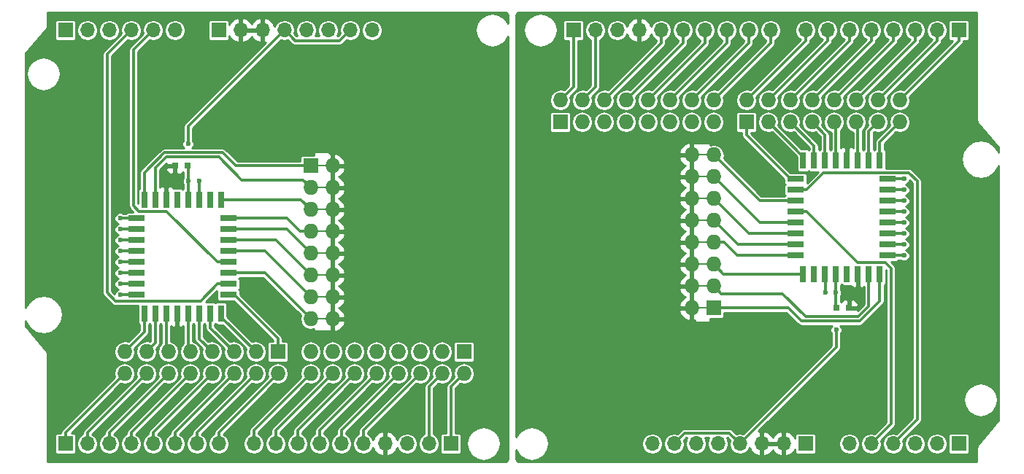
<source format=gtl>
G04 #@! TF.FileFunction,Copper,L1,Top,Signal*
%FSLAX46Y46*%
G04 Gerber Fmt 4.6, Leading zero omitted, Abs format (unit mm)*
G04 Created by KiCad (PCBNEW 4.0.5+dfsg1-4) date Tue Oct 16 22:11:46 2018*
%MOMM*%
%LPD*%
G01*
G04 APERTURE LIST*
%ADD10C,0.100000*%
%ADD11R,0.800000X0.750000*%
%ADD12R,1.700000X1.700000*%
%ADD13O,1.700000X1.700000*%
%ADD14C,0.600000*%
%ADD15R,1.727200X1.727200*%
%ADD16O,1.727200X1.727200*%
%ADD17R,0.700000X1.925000*%
%ADD18R,1.925000X0.700000*%
%ADD19C,0.152400*%
%ADD20C,0.304800*%
%ADD21C,0.254000*%
G04 APERTURE END LIST*
D10*
D11*
X86880000Y-90170000D03*
X88380000Y-90170000D03*
D12*
X74168000Y-74422000D03*
D13*
X76708000Y-74422000D03*
X79248000Y-74422000D03*
X81788000Y-74422000D03*
X84328000Y-74422000D03*
X86868000Y-74422000D03*
D12*
X91948000Y-74422000D03*
D13*
X94488000Y-74422000D03*
X97028000Y-74422000D03*
X99568000Y-74422000D03*
X102108000Y-74422000D03*
X104648000Y-74422000D03*
X107188000Y-74422000D03*
X109728000Y-74422000D03*
D14*
X85852000Y-91948000D03*
X87122000Y-109474000D03*
D15*
X120396000Y-111760000D03*
D16*
X120396000Y-114300000D03*
X117856000Y-111760000D03*
X117856000Y-114300000D03*
X115316000Y-111760000D03*
X115316000Y-114300000D03*
X112776000Y-111760000D03*
X112776000Y-114300000D03*
X110236000Y-111760000D03*
X110236000Y-114300000D03*
X107696000Y-111760000D03*
X107696000Y-114300000D03*
X105156000Y-111760000D03*
X105156000Y-114300000D03*
X102616000Y-111760000D03*
X102616000Y-114300000D03*
D12*
X118872000Y-122428000D03*
D13*
X116332000Y-122428000D03*
X113792000Y-122428000D03*
X111252000Y-122428000D03*
X108712000Y-122428000D03*
X106172000Y-122428000D03*
X103632000Y-122428000D03*
X101092000Y-122428000D03*
X98552000Y-122428000D03*
X96012000Y-122428000D03*
D15*
X98806000Y-111760000D03*
D16*
X98806000Y-114300000D03*
X96266000Y-111760000D03*
X96266000Y-114300000D03*
X93726000Y-111760000D03*
X93726000Y-114300000D03*
X91186000Y-111760000D03*
X91186000Y-114300000D03*
X88646000Y-111760000D03*
X88646000Y-114300000D03*
X86106000Y-111760000D03*
X86106000Y-114300000D03*
X83566000Y-111760000D03*
X83566000Y-114300000D03*
X81026000Y-111760000D03*
X81026000Y-114300000D03*
D15*
X102616000Y-90170000D03*
D16*
X105156000Y-90170000D03*
X102616000Y-92710000D03*
X105156000Y-92710000D03*
X102616000Y-95250000D03*
X105156000Y-95250000D03*
X102616000Y-97790000D03*
X105156000Y-97790000D03*
X102616000Y-100330000D03*
X105156000Y-100330000D03*
X102616000Y-102870000D03*
X105156000Y-102870000D03*
X102616000Y-105410000D03*
X105156000Y-105410000D03*
X102616000Y-107950000D03*
X105156000Y-107950000D03*
D17*
X87133500Y-94118500D03*
X85863500Y-94118500D03*
X84593500Y-94118500D03*
X83323500Y-94118500D03*
X88403500Y-94118500D03*
X89673500Y-94118500D03*
X90943500Y-94118500D03*
X92213500Y-94118500D03*
D18*
X82446000Y-96266000D03*
X82446000Y-97536000D03*
X82446000Y-98806000D03*
X82446000Y-100076000D03*
X82446000Y-101346000D03*
X82446000Y-102616000D03*
X82446000Y-103886000D03*
X82446000Y-105156000D03*
D17*
X83323500Y-107303500D03*
X84593500Y-107303500D03*
X85863500Y-107303500D03*
X87133500Y-107303500D03*
X88403500Y-107303500D03*
X89673500Y-107303500D03*
X90943500Y-107303500D03*
X92213500Y-107303500D03*
D18*
X93091000Y-105156000D03*
X93091000Y-103886000D03*
X93091000Y-102616000D03*
X93091000Y-101346000D03*
X93091000Y-100076000D03*
X93091000Y-98806000D03*
X93091000Y-97536000D03*
X93091000Y-96266000D03*
D12*
X74168000Y-122428000D03*
D13*
X76708000Y-122428000D03*
X79248000Y-122428000D03*
X81788000Y-122428000D03*
X84328000Y-122428000D03*
X86868000Y-122428000D03*
X89408000Y-122428000D03*
X91948000Y-122428000D03*
D14*
X166116000Y-104902000D03*
D15*
X153162000Y-85090000D03*
D16*
X153162000Y-82550000D03*
X155702000Y-85090000D03*
X155702000Y-82550000D03*
X158242000Y-85090000D03*
X158242000Y-82550000D03*
X160782000Y-85090000D03*
X160782000Y-82550000D03*
X163322000Y-85090000D03*
X163322000Y-82550000D03*
X165862000Y-85090000D03*
X165862000Y-82550000D03*
X168402000Y-85090000D03*
X168402000Y-82550000D03*
X170942000Y-85090000D03*
X170942000Y-82550000D03*
D12*
X177800000Y-122428000D03*
D13*
X175260000Y-122428000D03*
X172720000Y-122428000D03*
X170180000Y-122428000D03*
X167640000Y-122428000D03*
X165100000Y-122428000D03*
D12*
X177800000Y-74422000D03*
D13*
X175260000Y-74422000D03*
X172720000Y-74422000D03*
X170180000Y-74422000D03*
X167640000Y-74422000D03*
X165100000Y-74422000D03*
X162560000Y-74422000D03*
X160020000Y-74422000D03*
D12*
X160020000Y-122428000D03*
D13*
X157480000Y-122428000D03*
X154940000Y-122428000D03*
X152400000Y-122428000D03*
X149860000Y-122428000D03*
X147320000Y-122428000D03*
X144780000Y-122428000D03*
X142240000Y-122428000D03*
D12*
X133096000Y-74422000D03*
D13*
X135636000Y-74422000D03*
X138176000Y-74422000D03*
X140716000Y-74422000D03*
X143256000Y-74422000D03*
X145796000Y-74422000D03*
X148336000Y-74422000D03*
X150876000Y-74422000D03*
X153416000Y-74422000D03*
X155956000Y-74422000D03*
D17*
X164834500Y-102731500D03*
X166104500Y-102731500D03*
X167374500Y-102731500D03*
X168644500Y-102731500D03*
X163564500Y-102731500D03*
X162294500Y-102731500D03*
X161024500Y-102731500D03*
X159754500Y-102731500D03*
D18*
X169522000Y-100584000D03*
X169522000Y-99314000D03*
X169522000Y-98044000D03*
X169522000Y-96774000D03*
X169522000Y-95504000D03*
X169522000Y-94234000D03*
X169522000Y-92964000D03*
X169522000Y-91694000D03*
D17*
X168644500Y-89546500D03*
X167374500Y-89546500D03*
X166104500Y-89546500D03*
X164834500Y-89546500D03*
X163564500Y-89546500D03*
X162294500Y-89546500D03*
X161024500Y-89546500D03*
X159754500Y-89546500D03*
D18*
X158877000Y-91694000D03*
X158877000Y-92964000D03*
X158877000Y-94234000D03*
X158877000Y-95504000D03*
X158877000Y-96774000D03*
X158877000Y-98044000D03*
X158877000Y-99314000D03*
X158877000Y-100584000D03*
D11*
X165088000Y-106680000D03*
X163588000Y-106680000D03*
D15*
X149352000Y-106680000D03*
D16*
X146812000Y-106680000D03*
X149352000Y-104140000D03*
X146812000Y-104140000D03*
X149352000Y-101600000D03*
X146812000Y-101600000D03*
X149352000Y-99060000D03*
X146812000Y-99060000D03*
X149352000Y-96520000D03*
X146812000Y-96520000D03*
X149352000Y-93980000D03*
X146812000Y-93980000D03*
X149352000Y-91440000D03*
X146812000Y-91440000D03*
X149352000Y-88900000D03*
X146812000Y-88900000D03*
D15*
X131572000Y-85090000D03*
D16*
X131572000Y-82550000D03*
X134112000Y-85090000D03*
X134112000Y-82550000D03*
X136652000Y-85090000D03*
X136652000Y-82550000D03*
X139192000Y-85090000D03*
X139192000Y-82550000D03*
X141732000Y-85090000D03*
X141732000Y-82550000D03*
X144272000Y-85090000D03*
X144272000Y-82550000D03*
X146812000Y-85090000D03*
X146812000Y-82550000D03*
X149352000Y-85090000D03*
X149352000Y-82550000D03*
D14*
X164846000Y-87376000D03*
X88403500Y-91948000D03*
X88392000Y-87630000D03*
X163576000Y-109220000D03*
X163564500Y-104902000D03*
X89662000Y-91948000D03*
X162306000Y-104902000D03*
X80518000Y-96266000D03*
X171450000Y-100584000D03*
X80518000Y-97536000D03*
X171450000Y-99314000D03*
X80518000Y-98806000D03*
X171450000Y-98044000D03*
X80518000Y-100076000D03*
X171450000Y-96774000D03*
X80518000Y-101346000D03*
X171450000Y-95504000D03*
X80518000Y-102616000D03*
X171450000Y-94234000D03*
X80518000Y-103886000D03*
X171450000Y-92964000D03*
X80518000Y-105156000D03*
X171450000Y-91694000D03*
D19*
X102616000Y-95250000D02*
X105156000Y-95250000D01*
X102616000Y-92710000D02*
X105156000Y-92710000D01*
X102616000Y-90170000D02*
X105156000Y-90170000D01*
X102616000Y-97790000D02*
X105156000Y-97790000D01*
X102616000Y-100330000D02*
X105156000Y-100330000D01*
X102616000Y-102870000D02*
X105156000Y-102870000D01*
X102616000Y-105410000D02*
X105156000Y-105410000D01*
X102616000Y-107950000D02*
X105156000Y-107950000D01*
X149352000Y-99060000D02*
X146812000Y-99060000D01*
X149352000Y-88900000D02*
X146812000Y-88900000D01*
X149352000Y-93980000D02*
X146812000Y-93980000D01*
X149352000Y-91440000D02*
X146812000Y-91440000D01*
X149352000Y-96520000D02*
X146812000Y-96520000D01*
X149352000Y-101600000D02*
X146812000Y-101600000D01*
X149352000Y-104140000D02*
X146812000Y-104140000D01*
X149352000Y-106680000D02*
X146812000Y-106680000D01*
D20*
X88403500Y-91948000D02*
X88403500Y-90193500D01*
X88403500Y-94118500D02*
X88403500Y-91948000D01*
X88403500Y-90193500D02*
X88380000Y-90170000D01*
X95758000Y-78232000D02*
X88392000Y-85598000D01*
X88392000Y-85598000D02*
X88392000Y-87630000D01*
X100417999Y-75271999D02*
X99568000Y-74422000D01*
X105982399Y-75627601D02*
X100773601Y-75627601D01*
X100773601Y-75627601D02*
X100417999Y-75271999D01*
X107188000Y-74422000D02*
X105982399Y-75627601D01*
X99568000Y-74422000D02*
X95758000Y-78232000D01*
X163576000Y-111252000D02*
X163576000Y-109220000D01*
X156210000Y-118618000D02*
X163576000Y-111252000D01*
X152400000Y-122428000D02*
X156210000Y-118618000D01*
X144780000Y-122428000D02*
X145985601Y-121222399D01*
X145985601Y-121222399D02*
X151194399Y-121222399D01*
X151194399Y-121222399D02*
X151550001Y-121578001D01*
X151550001Y-121578001D02*
X152400000Y-122428000D01*
X163564500Y-104902000D02*
X163564500Y-106656500D01*
X163564500Y-102731500D02*
X163564500Y-104902000D01*
X163564500Y-106656500D02*
X163588000Y-106680000D01*
X118872000Y-115824000D02*
X120396000Y-114300000D01*
X118872000Y-122428000D02*
X118872000Y-115824000D01*
X133096000Y-74422000D02*
X133096000Y-81026000D01*
X133096000Y-81026000D02*
X131572000Y-82550000D01*
X116332000Y-115824000D02*
X117856000Y-114300000D01*
X116332000Y-122428000D02*
X116332000Y-115824000D01*
X135636000Y-74422000D02*
X135636000Y-81026000D01*
X135636000Y-81026000D02*
X134112000Y-82550000D01*
X89673500Y-93506000D02*
X89662000Y-93494500D01*
X89662000Y-93494500D02*
X89662000Y-91948000D01*
X89673500Y-94118500D02*
X89673500Y-93506000D01*
X162306000Y-103355500D02*
X162306000Y-104902000D01*
X162294500Y-102731500D02*
X162294500Y-103344000D01*
X162294500Y-103344000D02*
X162306000Y-103355500D01*
X89848099Y-105861601D02*
X79953601Y-105861601D01*
X79953601Y-105861601D02*
X78994000Y-104902000D01*
X91823700Y-103886000D02*
X89848099Y-105861601D01*
X93091000Y-103886000D02*
X91823700Y-103886000D01*
X78994000Y-77216000D02*
X81788000Y-74422000D01*
X78994000Y-104902000D02*
X78994000Y-77216000D01*
X172974000Y-91948000D02*
X172974000Y-119634000D01*
X172974000Y-119634000D02*
X170180000Y-122428000D01*
X172014399Y-90988399D02*
X172974000Y-91948000D01*
X158877000Y-92964000D02*
X160144300Y-92964000D01*
X160144300Y-92964000D02*
X162119901Y-90988399D01*
X162119901Y-90988399D02*
X172014399Y-90988399D01*
X93091000Y-101346000D02*
X91823700Y-101346000D01*
X82689019Y-95436601D02*
X82042000Y-94789582D01*
X85914301Y-95436601D02*
X82689019Y-95436601D01*
X91823700Y-101346000D02*
X85914301Y-95436601D01*
X82042000Y-76708000D02*
X84328000Y-74422000D01*
X82042000Y-94789582D02*
X82042000Y-76708000D01*
X169926000Y-102060418D02*
X169926000Y-120142000D01*
X169926000Y-120142000D02*
X167640000Y-122428000D01*
X166053699Y-101413399D02*
X169278981Y-101413399D01*
X169278981Y-101413399D02*
X169926000Y-102060418D01*
X158877000Y-95504000D02*
X160144300Y-95504000D01*
X160144300Y-95504000D02*
X166053699Y-101413399D01*
X96012000Y-122428000D02*
X96012000Y-120904000D01*
X96012000Y-120904000D02*
X102616000Y-114300000D01*
X155956000Y-74422000D02*
X155956000Y-75946000D01*
X155956000Y-75946000D02*
X149352000Y-82550000D01*
X98552000Y-122428000D02*
X98552000Y-120904000D01*
X98552000Y-120904000D02*
X105156000Y-114300000D01*
X153416000Y-74422000D02*
X153416000Y-75946000D01*
X153416000Y-75946000D02*
X146812000Y-82550000D01*
X101092000Y-122428000D02*
X101092000Y-120904000D01*
X101092000Y-120904000D02*
X107696000Y-114300000D01*
X150876000Y-74422000D02*
X150876000Y-75946000D01*
X150876000Y-75946000D02*
X144272000Y-82550000D01*
X103632000Y-120904000D02*
X110236000Y-114300000D01*
X103632000Y-122428000D02*
X103632000Y-120904000D01*
X148336000Y-74422000D02*
X148336000Y-75946000D01*
X148336000Y-75946000D02*
X141732000Y-82550000D01*
X106172000Y-120904000D02*
X112776000Y-114300000D01*
X106172000Y-122428000D02*
X106172000Y-120904000D01*
X145796000Y-74422000D02*
X145796000Y-75946000D01*
X145796000Y-75946000D02*
X139192000Y-82550000D01*
X108712000Y-120904000D02*
X115316000Y-114300000D01*
X108712000Y-122428000D02*
X108712000Y-120904000D01*
X143256000Y-74422000D02*
X143256000Y-75946000D01*
X143256000Y-75946000D02*
X136652000Y-82550000D01*
X74168000Y-121158000D02*
X74168000Y-122428000D01*
X81026000Y-114300000D02*
X74168000Y-121158000D01*
X170942000Y-82550000D02*
X177800000Y-75692000D01*
X177800000Y-75692000D02*
X177800000Y-74422000D01*
X76708000Y-121158000D02*
X83566000Y-114300000D01*
X76708000Y-122428000D02*
X76708000Y-121158000D01*
X175260000Y-74422000D02*
X175260000Y-75692000D01*
X175260000Y-75692000D02*
X168402000Y-82550000D01*
X79248000Y-122428000D02*
X79248000Y-121158000D01*
X79248000Y-121158000D02*
X86106000Y-114300000D01*
X172720000Y-74422000D02*
X172720000Y-75692000D01*
X172720000Y-75692000D02*
X165862000Y-82550000D01*
X81788000Y-121158000D02*
X88646000Y-114300000D01*
X81788000Y-122428000D02*
X81788000Y-121158000D01*
X170180000Y-74422000D02*
X170180000Y-75692000D01*
X170180000Y-75692000D02*
X163322000Y-82550000D01*
X84328000Y-121158000D02*
X91186000Y-114300000D01*
X84328000Y-122428000D02*
X84328000Y-121158000D01*
X167640000Y-74422000D02*
X167640000Y-75692000D01*
X167640000Y-75692000D02*
X160782000Y-82550000D01*
X89408000Y-121158000D02*
X96266000Y-114300000D01*
X89408000Y-122428000D02*
X89408000Y-121158000D01*
X162560000Y-74422000D02*
X162560000Y-75692000D01*
X162560000Y-75692000D02*
X155702000Y-82550000D01*
X91948000Y-121158000D02*
X98806000Y-114300000D01*
X91948000Y-122428000D02*
X91948000Y-121158000D01*
X160020000Y-74422000D02*
X160020000Y-75692000D01*
X160020000Y-75692000D02*
X153162000Y-82550000D01*
X86868000Y-121158000D02*
X93726000Y-114300000D01*
X86868000Y-122428000D02*
X86868000Y-121158000D01*
X165100000Y-74422000D02*
X165100000Y-75692000D01*
X165100000Y-75692000D02*
X158242000Y-82550000D01*
X83323500Y-94118500D02*
X83323500Y-90964064D01*
X83323500Y-90964064D02*
X85641575Y-88645989D01*
X85641575Y-88645989D02*
X92412425Y-88645989D01*
X92412425Y-88645989D02*
X93936436Y-90170000D01*
X101447600Y-90170000D02*
X102616000Y-90170000D01*
X93936436Y-90170000D02*
X101447600Y-90170000D01*
X159555575Y-108204011D02*
X158031564Y-106680000D01*
X168644500Y-105885936D02*
X166326425Y-108204011D01*
X168644500Y-102731500D02*
X168644500Y-105885936D01*
X158031564Y-106680000D02*
X150520400Y-106680000D01*
X166326425Y-108204011D02*
X159555575Y-108204011D01*
X150520400Y-106680000D02*
X149352000Y-106680000D01*
X101752401Y-91846401D02*
X94640401Y-91846401D01*
X84593500Y-90412500D02*
X84593500Y-94118500D01*
X85852000Y-89154000D02*
X84593500Y-90412500D01*
X102616000Y-92710000D02*
X101752401Y-91846401D01*
X94640401Y-91846401D02*
X91948000Y-89154000D01*
X91948000Y-89154000D02*
X85852000Y-89154000D01*
X166116000Y-107696000D02*
X167374500Y-106437500D01*
X167374500Y-106437500D02*
X167374500Y-102731500D01*
X160020000Y-107696000D02*
X166116000Y-107696000D01*
X157327599Y-105003599D02*
X160020000Y-107696000D01*
X149352000Y-104140000D02*
X150215599Y-105003599D01*
X150215599Y-105003599D02*
X157327599Y-105003599D01*
X92213500Y-94118500D02*
X101484500Y-94118500D01*
X101484500Y-94118500D02*
X102616000Y-95250000D01*
X159754500Y-102731500D02*
X150483500Y-102731500D01*
X150483500Y-102731500D02*
X149352000Y-101600000D01*
X94358300Y-96266000D02*
X93091000Y-96266000D01*
X99870686Y-96266000D02*
X94358300Y-96266000D01*
X101394686Y-97790000D02*
X99870686Y-96266000D01*
X102616000Y-97790000D02*
X101394686Y-97790000D01*
X149352000Y-99060000D02*
X150573314Y-99060000D01*
X150573314Y-99060000D02*
X152097314Y-100584000D01*
X152097314Y-100584000D02*
X157609700Y-100584000D01*
X157609700Y-100584000D02*
X158877000Y-100584000D01*
X82446000Y-96266000D02*
X80518000Y-96266000D01*
X169522000Y-100584000D02*
X171450000Y-100584000D01*
X82446000Y-97536000D02*
X80518000Y-97536000D01*
X169522000Y-99314000D02*
X171450000Y-99314000D01*
X80518000Y-98806000D02*
X82446000Y-98806000D01*
X171450000Y-98044000D02*
X169522000Y-98044000D01*
X80518000Y-100076000D02*
X82446000Y-100076000D01*
X171450000Y-96774000D02*
X169522000Y-96774000D01*
X80518000Y-101346000D02*
X82446000Y-101346000D01*
X171450000Y-95504000D02*
X169522000Y-95504000D01*
X80518000Y-102616000D02*
X82446000Y-102616000D01*
X171450000Y-94234000D02*
X169522000Y-94234000D01*
X80518000Y-103886000D02*
X82446000Y-103886000D01*
X171450000Y-92964000D02*
X169522000Y-92964000D01*
X80518000Y-105156000D02*
X82446000Y-105156000D01*
X171450000Y-91694000D02*
X169522000Y-91694000D01*
X93091000Y-97536000D02*
X99822000Y-97536000D01*
X99822000Y-97536000D02*
X102616000Y-100330000D01*
X158877000Y-99314000D02*
X152146000Y-99314000D01*
X152146000Y-99314000D02*
X149352000Y-96520000D01*
X93091000Y-98806000D02*
X98552000Y-98806000D01*
X98552000Y-98806000D02*
X102616000Y-102870000D01*
X158877000Y-98044000D02*
X153416000Y-98044000D01*
X153416000Y-98044000D02*
X149352000Y-93980000D01*
X93091000Y-100076000D02*
X97282000Y-100076000D01*
X97282000Y-100076000D02*
X102616000Y-105410000D01*
X158877000Y-96774000D02*
X154686000Y-96774000D01*
X154686000Y-96774000D02*
X149352000Y-91440000D01*
X93091000Y-102616000D02*
X97282000Y-102616000D01*
X97282000Y-102616000D02*
X102616000Y-107950000D01*
X158877000Y-94234000D02*
X154686000Y-94234000D01*
X154686000Y-94234000D02*
X149352000Y-88900000D01*
X93091000Y-105156000D02*
X93726000Y-105156000D01*
X98806000Y-110236000D02*
X98806000Y-111760000D01*
X93726000Y-105156000D02*
X98806000Y-110236000D01*
X158242000Y-91694000D02*
X153162000Y-86614000D01*
X153162000Y-86614000D02*
X153162000Y-85090000D01*
X158877000Y-91694000D02*
X158242000Y-91694000D01*
X92213500Y-107707500D02*
X92213500Y-107303500D01*
X96266000Y-111760000D02*
X92213500Y-107707500D01*
X155702000Y-85090000D02*
X159754500Y-89142500D01*
X159754500Y-89142500D02*
X159754500Y-89546500D01*
X90943500Y-108977500D02*
X90943500Y-107303500D01*
X93726000Y-111760000D02*
X90943500Y-108977500D01*
X158242000Y-85090000D02*
X161024500Y-87872500D01*
X161024500Y-87872500D02*
X161024500Y-89546500D01*
X89673500Y-110247500D02*
X89673500Y-107303500D01*
X91186000Y-111760000D02*
X89673500Y-110247500D01*
X160782000Y-85090000D02*
X162294500Y-86602500D01*
X162294500Y-86602500D02*
X162294500Y-89546500D01*
X88403500Y-107303500D02*
X88403500Y-111517500D01*
X88403500Y-111517500D02*
X88646000Y-111760000D01*
X163564500Y-89546500D02*
X163564500Y-85332500D01*
X163564500Y-85332500D02*
X163322000Y-85090000D01*
X85863500Y-107303500D02*
X85863500Y-111517500D01*
X85863500Y-111517500D02*
X86106000Y-111760000D01*
X166104500Y-89546500D02*
X166104500Y-85332500D01*
X166104500Y-85332500D02*
X165862000Y-85090000D01*
X84593500Y-107303500D02*
X84593500Y-110732500D01*
X84593500Y-110732500D02*
X83566000Y-111760000D01*
X167374500Y-89546500D02*
X167374500Y-86117500D01*
X167374500Y-86117500D02*
X168402000Y-85090000D01*
X83323500Y-109462500D02*
X83323500Y-107303500D01*
X81026000Y-111760000D02*
X83323500Y-109462500D01*
X170942000Y-85090000D02*
X168644500Y-87387500D01*
X168644500Y-87387500D02*
X168644500Y-89546500D01*
D21*
G36*
X179884000Y-84836000D02*
X179897397Y-84903350D01*
X179904642Y-84971645D01*
X179914633Y-84990004D01*
X179918711Y-85010504D01*
X179956865Y-85067606D01*
X179989691Y-85127924D01*
X182424000Y-88049095D01*
X182424000Y-88653898D01*
X182403947Y-88553085D01*
X181919677Y-87828323D01*
X181194915Y-87344053D01*
X180340000Y-87174000D01*
X179485085Y-87344053D01*
X178760323Y-87828323D01*
X178276053Y-88553085D01*
X178106000Y-89408000D01*
X178276053Y-90262915D01*
X178760323Y-90987677D01*
X179485085Y-91471947D01*
X180340000Y-91642000D01*
X181194915Y-91471947D01*
X181919677Y-90987677D01*
X182403947Y-90262915D01*
X182424000Y-90162102D01*
X182424000Y-119722905D01*
X179989691Y-122644076D01*
X179956865Y-122704394D01*
X179918711Y-122761496D01*
X179914633Y-122781996D01*
X179904642Y-122800355D01*
X179897397Y-122868650D01*
X179884000Y-122936000D01*
X179884000Y-124512000D01*
X126680881Y-124512000D01*
X126440000Y-124271118D01*
X126440000Y-123182098D01*
X126440719Y-123185713D01*
X126869929Y-123828071D01*
X127512287Y-124257281D01*
X128270000Y-124408000D01*
X129027713Y-124257281D01*
X129670071Y-123828071D01*
X130099281Y-123185713D01*
X130250000Y-122428000D01*
X130245203Y-122403883D01*
X141009000Y-122403883D01*
X141009000Y-122452117D01*
X141102704Y-122923200D01*
X141369552Y-123322565D01*
X141768917Y-123589413D01*
X142240000Y-123683117D01*
X142711083Y-123589413D01*
X143110448Y-123322565D01*
X143377296Y-122923200D01*
X143471000Y-122452117D01*
X143471000Y-122403883D01*
X143549000Y-122403883D01*
X143549000Y-122452117D01*
X143642704Y-122923200D01*
X143909552Y-123322565D01*
X144308917Y-123589413D01*
X144780000Y-123683117D01*
X145251083Y-123589413D01*
X145650448Y-123322565D01*
X145917296Y-122923200D01*
X146011000Y-122452117D01*
X146011000Y-122403883D01*
X145935919Y-122026423D01*
X146206543Y-121755799D01*
X146300973Y-121755799D01*
X146182704Y-121932800D01*
X146089000Y-122403883D01*
X146089000Y-122452117D01*
X146182704Y-122923200D01*
X146449552Y-123322565D01*
X146848917Y-123589413D01*
X147320000Y-123683117D01*
X147791083Y-123589413D01*
X148190448Y-123322565D01*
X148457296Y-122923200D01*
X148551000Y-122452117D01*
X148551000Y-122403883D01*
X148457296Y-121932800D01*
X148339027Y-121755799D01*
X148840973Y-121755799D01*
X148722704Y-121932800D01*
X148629000Y-122403883D01*
X148629000Y-122452117D01*
X148722704Y-122923200D01*
X148989552Y-123322565D01*
X149388917Y-123589413D01*
X149860000Y-123683117D01*
X150331083Y-123589413D01*
X150730448Y-123322565D01*
X150997296Y-122923200D01*
X151091000Y-122452117D01*
X151091000Y-122403883D01*
X150997296Y-121932800D01*
X150879027Y-121755799D01*
X150973457Y-121755799D01*
X151244081Y-122026423D01*
X151169000Y-122403883D01*
X151169000Y-122452117D01*
X151262704Y-122923200D01*
X151529552Y-123322565D01*
X151928917Y-123589413D01*
X152400000Y-123683117D01*
X152871083Y-123589413D01*
X153270448Y-123322565D01*
X153537296Y-122923200D01*
X153545083Y-122884053D01*
X153744817Y-123309358D01*
X154173076Y-123699645D01*
X154583110Y-123869476D01*
X154813000Y-123748155D01*
X154813000Y-122555000D01*
X155067000Y-122555000D01*
X155067000Y-123748155D01*
X155296890Y-123869476D01*
X155706924Y-123699645D01*
X156135183Y-123309358D01*
X156210000Y-123150046D01*
X156284817Y-123309358D01*
X156713076Y-123699645D01*
X157123110Y-123869476D01*
X157353000Y-123748155D01*
X157353000Y-122555000D01*
X155067000Y-122555000D01*
X154813000Y-122555000D01*
X154793000Y-122555000D01*
X154793000Y-122301000D01*
X154813000Y-122301000D01*
X154813000Y-121107845D01*
X155067000Y-121107845D01*
X155067000Y-122301000D01*
X157353000Y-122301000D01*
X157353000Y-121107845D01*
X157607000Y-121107845D01*
X157607000Y-122301000D01*
X157627000Y-122301000D01*
X157627000Y-122555000D01*
X157607000Y-122555000D01*
X157607000Y-123748155D01*
X157836890Y-123869476D01*
X158246924Y-123699645D01*
X158675183Y-123309358D01*
X158781536Y-123082895D01*
X158781536Y-123278000D01*
X158808103Y-123419190D01*
X158891546Y-123548865D01*
X159018866Y-123635859D01*
X159170000Y-123666464D01*
X160870000Y-123666464D01*
X161011190Y-123639897D01*
X161140865Y-123556454D01*
X161227859Y-123429134D01*
X161258464Y-123278000D01*
X161258464Y-122403883D01*
X163869000Y-122403883D01*
X163869000Y-122452117D01*
X163962704Y-122923200D01*
X164229552Y-123322565D01*
X164628917Y-123589413D01*
X165100000Y-123683117D01*
X165571083Y-123589413D01*
X165970448Y-123322565D01*
X166237296Y-122923200D01*
X166331000Y-122452117D01*
X166331000Y-122403883D01*
X166237296Y-121932800D01*
X165970448Y-121533435D01*
X165571083Y-121266587D01*
X165100000Y-121172883D01*
X164628917Y-121266587D01*
X164229552Y-121533435D01*
X163962704Y-121932800D01*
X163869000Y-122403883D01*
X161258464Y-122403883D01*
X161258464Y-121578000D01*
X161231897Y-121436810D01*
X161148454Y-121307135D01*
X161021134Y-121220141D01*
X160870000Y-121189536D01*
X159170000Y-121189536D01*
X159028810Y-121216103D01*
X158899135Y-121299546D01*
X158812141Y-121426866D01*
X158781536Y-121578000D01*
X158781536Y-121773105D01*
X158675183Y-121546642D01*
X158246924Y-121156355D01*
X157836890Y-120986524D01*
X157607000Y-121107845D01*
X157353000Y-121107845D01*
X157123110Y-120986524D01*
X156713076Y-121156355D01*
X156284817Y-121546642D01*
X156210000Y-121705954D01*
X156135183Y-121546642D01*
X155706924Y-121156355D01*
X155296890Y-120986524D01*
X155067000Y-121107845D01*
X154813000Y-121107845D01*
X154591428Y-120990914D01*
X163953171Y-111629171D01*
X164068797Y-111456123D01*
X164109400Y-111252000D01*
X164109400Y-109649770D01*
X164152987Y-109606259D01*
X164256882Y-109356054D01*
X164257118Y-109085135D01*
X164153661Y-108834748D01*
X164056493Y-108737411D01*
X166326425Y-108737411D01*
X166530548Y-108696808D01*
X166703596Y-108581182D01*
X169021671Y-106263107D01*
X169137297Y-106090059D01*
X169177900Y-105885936D01*
X169177900Y-104028736D01*
X169265365Y-103972454D01*
X169352359Y-103845134D01*
X169382964Y-103694000D01*
X169382964Y-102271724D01*
X169392600Y-102281360D01*
X169392600Y-119921058D01*
X168057691Y-121255967D01*
X167640000Y-121172883D01*
X167168917Y-121266587D01*
X166769552Y-121533435D01*
X166502704Y-121932800D01*
X166409000Y-122403883D01*
X166409000Y-122452117D01*
X166502704Y-122923200D01*
X166769552Y-123322565D01*
X167168917Y-123589413D01*
X167640000Y-123683117D01*
X168111083Y-123589413D01*
X168510448Y-123322565D01*
X168777296Y-122923200D01*
X168871000Y-122452117D01*
X168871000Y-122403883D01*
X168795919Y-122026423D01*
X170303171Y-120519171D01*
X170418797Y-120346123D01*
X170459400Y-120142000D01*
X170459400Y-102060418D01*
X170418797Y-101856295D01*
X170303171Y-101683247D01*
X169942388Y-101322464D01*
X170484500Y-101322464D01*
X170625690Y-101295897D01*
X170755365Y-101212454D01*
X170820313Y-101117400D01*
X171020230Y-101117400D01*
X171063741Y-101160987D01*
X171313946Y-101264882D01*
X171584865Y-101265118D01*
X171835252Y-101161661D01*
X172026987Y-100970259D01*
X172130882Y-100720054D01*
X172131118Y-100449135D01*
X172027661Y-100198748D01*
X171836259Y-100007013D01*
X171696515Y-99948986D01*
X171835252Y-99891661D01*
X172026987Y-99700259D01*
X172130882Y-99450054D01*
X172131118Y-99179135D01*
X172027661Y-98928748D01*
X171836259Y-98737013D01*
X171696515Y-98678986D01*
X171835252Y-98621661D01*
X172026987Y-98430259D01*
X172130882Y-98180054D01*
X172131118Y-97909135D01*
X172027661Y-97658748D01*
X171836259Y-97467013D01*
X171696515Y-97408986D01*
X171835252Y-97351661D01*
X172026987Y-97160259D01*
X172130882Y-96910054D01*
X172131118Y-96639135D01*
X172027661Y-96388748D01*
X171836259Y-96197013D01*
X171696515Y-96138986D01*
X171835252Y-96081661D01*
X172026987Y-95890259D01*
X172130882Y-95640054D01*
X172131118Y-95369135D01*
X172027661Y-95118748D01*
X171836259Y-94927013D01*
X171696515Y-94868986D01*
X171835252Y-94811661D01*
X172026987Y-94620259D01*
X172130882Y-94370054D01*
X172131118Y-94099135D01*
X172027661Y-93848748D01*
X171836259Y-93657013D01*
X171696515Y-93598986D01*
X171835252Y-93541661D01*
X172026987Y-93350259D01*
X172130882Y-93100054D01*
X172131118Y-92829135D01*
X172027661Y-92578748D01*
X171836259Y-92387013D01*
X171696515Y-92328986D01*
X171835252Y-92271661D01*
X172026987Y-92080259D01*
X172122323Y-91850665D01*
X172440600Y-92168942D01*
X172440600Y-119413058D01*
X170597691Y-121255967D01*
X170180000Y-121172883D01*
X169708917Y-121266587D01*
X169309552Y-121533435D01*
X169042704Y-121932800D01*
X168949000Y-122403883D01*
X168949000Y-122452117D01*
X169042704Y-122923200D01*
X169309552Y-123322565D01*
X169708917Y-123589413D01*
X170180000Y-123683117D01*
X170651083Y-123589413D01*
X171050448Y-123322565D01*
X171317296Y-122923200D01*
X171411000Y-122452117D01*
X171411000Y-122403883D01*
X171489000Y-122403883D01*
X171489000Y-122452117D01*
X171582704Y-122923200D01*
X171849552Y-123322565D01*
X172248917Y-123589413D01*
X172720000Y-123683117D01*
X173191083Y-123589413D01*
X173590448Y-123322565D01*
X173857296Y-122923200D01*
X173951000Y-122452117D01*
X173951000Y-122403883D01*
X174029000Y-122403883D01*
X174029000Y-122452117D01*
X174122704Y-122923200D01*
X174389552Y-123322565D01*
X174788917Y-123589413D01*
X175260000Y-123683117D01*
X175731083Y-123589413D01*
X176130448Y-123322565D01*
X176397296Y-122923200D01*
X176491000Y-122452117D01*
X176491000Y-122403883D01*
X176397296Y-121932800D01*
X176160226Y-121578000D01*
X176561536Y-121578000D01*
X176561536Y-123278000D01*
X176588103Y-123419190D01*
X176671546Y-123548865D01*
X176798866Y-123635859D01*
X176950000Y-123666464D01*
X178650000Y-123666464D01*
X178791190Y-123639897D01*
X178920865Y-123556454D01*
X179007859Y-123429134D01*
X179038464Y-123278000D01*
X179038464Y-121578000D01*
X179011897Y-121436810D01*
X178928454Y-121307135D01*
X178801134Y-121220141D01*
X178650000Y-121189536D01*
X176950000Y-121189536D01*
X176808810Y-121216103D01*
X176679135Y-121299546D01*
X176592141Y-121426866D01*
X176561536Y-121578000D01*
X176160226Y-121578000D01*
X176130448Y-121533435D01*
X175731083Y-121266587D01*
X175260000Y-121172883D01*
X174788917Y-121266587D01*
X174389552Y-121533435D01*
X174122704Y-121932800D01*
X174029000Y-122403883D01*
X173951000Y-122403883D01*
X173857296Y-121932800D01*
X173590448Y-121533435D01*
X173191083Y-121266587D01*
X172720000Y-121172883D01*
X172248917Y-121266587D01*
X171849552Y-121533435D01*
X171582704Y-121932800D01*
X171489000Y-122403883D01*
X171411000Y-122403883D01*
X171335919Y-122026423D01*
X173351171Y-120011171D01*
X173466797Y-119838123D01*
X173507401Y-119634000D01*
X173507400Y-119633995D01*
X173507400Y-117348000D01*
X178360000Y-117348000D01*
X178510719Y-118105713D01*
X178939929Y-118748071D01*
X179582287Y-119177281D01*
X180340000Y-119328000D01*
X181097713Y-119177281D01*
X181740071Y-118748071D01*
X182169281Y-118105713D01*
X182320000Y-117348000D01*
X182169281Y-116590287D01*
X181740071Y-115947929D01*
X181097713Y-115518719D01*
X180340000Y-115368000D01*
X179582287Y-115518719D01*
X178939929Y-115947929D01*
X178510719Y-116590287D01*
X178360000Y-117348000D01*
X173507400Y-117348000D01*
X173507400Y-91948005D01*
X173507401Y-91948000D01*
X173466797Y-91743877D01*
X173351171Y-91570829D01*
X172391570Y-90611228D01*
X172218522Y-90495602D01*
X172014399Y-90454999D01*
X169382964Y-90454999D01*
X169382964Y-88584000D01*
X169356397Y-88442810D01*
X169272954Y-88313135D01*
X169177900Y-88248187D01*
X169177900Y-87608442D01*
X170512744Y-86273598D01*
X170942000Y-86358983D01*
X171418288Y-86264243D01*
X171822065Y-85994448D01*
X172091860Y-85590671D01*
X172186600Y-85114383D01*
X172186600Y-85065617D01*
X172091860Y-84589329D01*
X171822065Y-84185552D01*
X171418288Y-83915757D01*
X170942000Y-83821017D01*
X170465712Y-83915757D01*
X170061935Y-84185552D01*
X169792140Y-84589329D01*
X169697400Y-85065617D01*
X169697400Y-85114383D01*
X169774694Y-85502964D01*
X168267329Y-87010329D01*
X168151703Y-87183377D01*
X168111100Y-87387500D01*
X168111100Y-88249264D01*
X168023635Y-88305546D01*
X168010469Y-88324814D01*
X168002954Y-88313135D01*
X167907900Y-88248187D01*
X167907900Y-86338442D01*
X167972744Y-86273598D01*
X168402000Y-86358983D01*
X168878288Y-86264243D01*
X169282065Y-85994448D01*
X169551860Y-85590671D01*
X169646600Y-85114383D01*
X169646600Y-85065617D01*
X169551860Y-84589329D01*
X169282065Y-84185552D01*
X168878288Y-83915757D01*
X168402000Y-83821017D01*
X167925712Y-83915757D01*
X167521935Y-84185552D01*
X167252140Y-84589329D01*
X167157400Y-85065617D01*
X167157400Y-85114383D01*
X167234694Y-85502964D01*
X166997329Y-85740329D01*
X166881703Y-85913377D01*
X166841100Y-86117500D01*
X166841100Y-88249264D01*
X166753635Y-88305546D01*
X166740469Y-88324814D01*
X166732954Y-88313135D01*
X166637900Y-88248187D01*
X166637900Y-86064049D01*
X166742065Y-85994448D01*
X167011860Y-85590671D01*
X167106600Y-85114383D01*
X167106600Y-85065617D01*
X167011860Y-84589329D01*
X166742065Y-84185552D01*
X166338288Y-83915757D01*
X165862000Y-83821017D01*
X165385712Y-83915757D01*
X164981935Y-84185552D01*
X164712140Y-84589329D01*
X164617400Y-85065617D01*
X164617400Y-85114383D01*
X164712140Y-85590671D01*
X164981935Y-85994448D01*
X165385712Y-86264243D01*
X165571100Y-86301119D01*
X165571100Y-88072575D01*
X165544198Y-88045673D01*
X165310809Y-87949000D01*
X165120250Y-87949000D01*
X164961500Y-88107750D01*
X164961500Y-89419500D01*
X164981500Y-89419500D01*
X164981500Y-89673500D01*
X164961500Y-89673500D01*
X164961500Y-89693500D01*
X164707500Y-89693500D01*
X164707500Y-89673500D01*
X164687500Y-89673500D01*
X164687500Y-89419500D01*
X164707500Y-89419500D01*
X164707500Y-88107750D01*
X164548750Y-87949000D01*
X164358191Y-87949000D01*
X164124802Y-88045673D01*
X164097900Y-88072575D01*
X164097900Y-86064049D01*
X164202065Y-85994448D01*
X164471860Y-85590671D01*
X164566600Y-85114383D01*
X164566600Y-85065617D01*
X164471860Y-84589329D01*
X164202065Y-84185552D01*
X163798288Y-83915757D01*
X163322000Y-83821017D01*
X162845712Y-83915757D01*
X162441935Y-84185552D01*
X162172140Y-84589329D01*
X162077400Y-85065617D01*
X162077400Y-85114383D01*
X162172140Y-85590671D01*
X162441935Y-85994448D01*
X162845712Y-86264243D01*
X163031100Y-86301119D01*
X163031100Y-88249264D01*
X162943635Y-88305546D01*
X162930469Y-88324814D01*
X162922954Y-88313135D01*
X162827900Y-88248187D01*
X162827900Y-86602500D01*
X162787297Y-86398377D01*
X162671671Y-86225329D01*
X161949306Y-85502964D01*
X162026600Y-85114383D01*
X162026600Y-85065617D01*
X161931860Y-84589329D01*
X161662065Y-84185552D01*
X161258288Y-83915757D01*
X160782000Y-83821017D01*
X160305712Y-83915757D01*
X159901935Y-84185552D01*
X159632140Y-84589329D01*
X159537400Y-85065617D01*
X159537400Y-85114383D01*
X159632140Y-85590671D01*
X159901935Y-85994448D01*
X160305712Y-86264243D01*
X160782000Y-86358983D01*
X161211256Y-86273598D01*
X161761100Y-86823442D01*
X161761100Y-88249264D01*
X161673635Y-88305546D01*
X161660469Y-88324814D01*
X161652954Y-88313135D01*
X161557900Y-88248187D01*
X161557900Y-87872500D01*
X161525476Y-87709496D01*
X161517297Y-87668376D01*
X161401671Y-87495329D01*
X159409306Y-85502964D01*
X159486600Y-85114383D01*
X159486600Y-85065617D01*
X159391860Y-84589329D01*
X159122065Y-84185552D01*
X158718288Y-83915757D01*
X158242000Y-83821017D01*
X157765712Y-83915757D01*
X157361935Y-84185552D01*
X157092140Y-84589329D01*
X156997400Y-85065617D01*
X156997400Y-85114383D01*
X157092140Y-85590671D01*
X157361935Y-85994448D01*
X157765712Y-86264243D01*
X158242000Y-86358983D01*
X158671256Y-86273598D01*
X160491100Y-88093442D01*
X160491100Y-88249264D01*
X160403635Y-88305546D01*
X160390469Y-88324814D01*
X160382954Y-88313135D01*
X160255634Y-88226141D01*
X160104500Y-88195536D01*
X159561877Y-88195536D01*
X156869306Y-85502964D01*
X156946600Y-85114383D01*
X156946600Y-85065617D01*
X156851860Y-84589329D01*
X156582065Y-84185552D01*
X156178288Y-83915757D01*
X155702000Y-83821017D01*
X155225712Y-83915757D01*
X154821935Y-84185552D01*
X154552140Y-84589329D01*
X154457400Y-85065617D01*
X154457400Y-85114383D01*
X154552140Y-85590671D01*
X154821935Y-85994448D01*
X155225712Y-86264243D01*
X155702000Y-86358983D01*
X156131256Y-86273598D01*
X159016036Y-89158377D01*
X159016036Y-90509000D01*
X159042603Y-90650190D01*
X159126046Y-90779865D01*
X159253366Y-90866859D01*
X159404500Y-90897464D01*
X160104500Y-90897464D01*
X160245690Y-90870897D01*
X160375365Y-90787454D01*
X160388531Y-90768186D01*
X160396046Y-90779865D01*
X160523366Y-90866859D01*
X160674500Y-90897464D01*
X161374500Y-90897464D01*
X161475498Y-90878460D01*
X160207144Y-92146814D01*
X160227964Y-92044000D01*
X160227964Y-91344000D01*
X160201397Y-91202810D01*
X160117954Y-91073135D01*
X159990634Y-90986141D01*
X159839500Y-90955536D01*
X158257878Y-90955536D01*
X153695400Y-86393058D01*
X153695400Y-86342064D01*
X154025600Y-86342064D01*
X154166790Y-86315497D01*
X154296465Y-86232054D01*
X154383459Y-86104734D01*
X154414064Y-85953600D01*
X154414064Y-84226400D01*
X154387497Y-84085210D01*
X154304054Y-83955535D01*
X154176734Y-83868541D01*
X154025600Y-83837936D01*
X152298400Y-83837936D01*
X152157210Y-83864503D01*
X152027535Y-83947946D01*
X151940541Y-84075266D01*
X151909936Y-84226400D01*
X151909936Y-85953600D01*
X151936503Y-86094790D01*
X152019946Y-86224465D01*
X152147266Y-86311459D01*
X152298400Y-86342064D01*
X152628600Y-86342064D01*
X152628600Y-86614000D01*
X152669203Y-86818123D01*
X152784829Y-86991171D01*
X157526036Y-91732378D01*
X157526036Y-92044000D01*
X157552603Y-92185190D01*
X157636046Y-92314865D01*
X157655314Y-92328031D01*
X157643635Y-92335546D01*
X157556641Y-92462866D01*
X157526036Y-92614000D01*
X157526036Y-93314000D01*
X157552603Y-93455190D01*
X157636046Y-93584865D01*
X157655314Y-93598031D01*
X157643635Y-93605546D01*
X157578687Y-93700600D01*
X154906942Y-93700600D01*
X150535598Y-89329256D01*
X150620983Y-88900000D01*
X150526243Y-88423712D01*
X150256448Y-88019935D01*
X149852671Y-87750140D01*
X149376383Y-87655400D01*
X149327617Y-87655400D01*
X148971000Y-87726336D01*
X148971000Y-87630000D01*
X148962315Y-87583841D01*
X148935035Y-87541447D01*
X148893410Y-87513006D01*
X148844000Y-87503000D01*
X147320000Y-87503000D01*
X147301956Y-87506395D01*
X147171027Y-87445032D01*
X146939000Y-87565531D01*
X146939000Y-88773000D01*
X146959000Y-88773000D01*
X146959000Y-89027000D01*
X146939000Y-89027000D01*
X146939000Y-91313000D01*
X146959000Y-91313000D01*
X146959000Y-91567000D01*
X146939000Y-91567000D01*
X146939000Y-93853000D01*
X146959000Y-93853000D01*
X146959000Y-94107000D01*
X146939000Y-94107000D01*
X146939000Y-96393000D01*
X146959000Y-96393000D01*
X146959000Y-96647000D01*
X146939000Y-96647000D01*
X146939000Y-98933000D01*
X146959000Y-98933000D01*
X146959000Y-99187000D01*
X146939000Y-99187000D01*
X146939000Y-101473000D01*
X146959000Y-101473000D01*
X146959000Y-101727000D01*
X146939000Y-101727000D01*
X146939000Y-104013000D01*
X146959000Y-104013000D01*
X146959000Y-104267000D01*
X146939000Y-104267000D01*
X146939000Y-106553000D01*
X146959000Y-106553000D01*
X146959000Y-106807000D01*
X146939000Y-106807000D01*
X146939000Y-108014469D01*
X147171027Y-108134968D01*
X147193000Y-108124670D01*
X147193000Y-108204000D01*
X147201685Y-108250159D01*
X147228965Y-108292553D01*
X147270590Y-108320994D01*
X147320000Y-108331000D01*
X148844000Y-108331000D01*
X148890159Y-108322315D01*
X148932553Y-108295035D01*
X148960994Y-108253410D01*
X148971000Y-108204000D01*
X148971000Y-107932064D01*
X150215600Y-107932064D01*
X150356790Y-107905497D01*
X150486465Y-107822054D01*
X150573459Y-107694734D01*
X150604064Y-107543600D01*
X150604064Y-107213400D01*
X157810622Y-107213400D01*
X159178404Y-108581182D01*
X159351452Y-108696808D01*
X159555575Y-108737411D01*
X163095511Y-108737411D01*
X162999013Y-108833741D01*
X162895118Y-109083946D01*
X162894882Y-109354865D01*
X162998339Y-109605252D01*
X163042600Y-109649590D01*
X163042600Y-111031058D01*
X152817691Y-121255967D01*
X152400000Y-121172883D01*
X151982309Y-121255967D01*
X151571570Y-120845228D01*
X151398522Y-120729602D01*
X151194399Y-120688999D01*
X145985601Y-120688999D01*
X145781477Y-120729602D01*
X145608430Y-120845228D01*
X145197691Y-121255967D01*
X144780000Y-121172883D01*
X144308917Y-121266587D01*
X143909552Y-121533435D01*
X143642704Y-121932800D01*
X143549000Y-122403883D01*
X143471000Y-122403883D01*
X143377296Y-121932800D01*
X143110448Y-121533435D01*
X142711083Y-121266587D01*
X142240000Y-121172883D01*
X141768917Y-121266587D01*
X141369552Y-121533435D01*
X141102704Y-121932800D01*
X141009000Y-122403883D01*
X130245203Y-122403883D01*
X130099281Y-121670287D01*
X129670071Y-121027929D01*
X129027713Y-120598719D01*
X128270000Y-120448000D01*
X127512287Y-120598719D01*
X126869929Y-121027929D01*
X126440719Y-121670287D01*
X126440000Y-121673902D01*
X126440000Y-107039026D01*
X145357042Y-107039026D01*
X145529312Y-107454947D01*
X145923510Y-107886821D01*
X146452973Y-108134968D01*
X146685000Y-108014469D01*
X146685000Y-106807000D01*
X145478183Y-106807000D01*
X145357042Y-107039026D01*
X126440000Y-107039026D01*
X126440000Y-104499026D01*
X145357042Y-104499026D01*
X145529312Y-104914947D01*
X145923510Y-105346821D01*
X146058313Y-105410000D01*
X145923510Y-105473179D01*
X145529312Y-105905053D01*
X145357042Y-106320974D01*
X145478183Y-106553000D01*
X146685000Y-106553000D01*
X146685000Y-104267000D01*
X145478183Y-104267000D01*
X145357042Y-104499026D01*
X126440000Y-104499026D01*
X126440000Y-101959026D01*
X145357042Y-101959026D01*
X145529312Y-102374947D01*
X145923510Y-102806821D01*
X146058313Y-102870000D01*
X145923510Y-102933179D01*
X145529312Y-103365053D01*
X145357042Y-103780974D01*
X145478183Y-104013000D01*
X146685000Y-104013000D01*
X146685000Y-101727000D01*
X145478183Y-101727000D01*
X145357042Y-101959026D01*
X126440000Y-101959026D01*
X126440000Y-99419026D01*
X145357042Y-99419026D01*
X145529312Y-99834947D01*
X145923510Y-100266821D01*
X146058313Y-100330000D01*
X145923510Y-100393179D01*
X145529312Y-100825053D01*
X145357042Y-101240974D01*
X145478183Y-101473000D01*
X146685000Y-101473000D01*
X146685000Y-99187000D01*
X145478183Y-99187000D01*
X145357042Y-99419026D01*
X126440000Y-99419026D01*
X126440000Y-96879026D01*
X145357042Y-96879026D01*
X145529312Y-97294947D01*
X145923510Y-97726821D01*
X146058313Y-97790000D01*
X145923510Y-97853179D01*
X145529312Y-98285053D01*
X145357042Y-98700974D01*
X145478183Y-98933000D01*
X146685000Y-98933000D01*
X146685000Y-96647000D01*
X145478183Y-96647000D01*
X145357042Y-96879026D01*
X126440000Y-96879026D01*
X126440000Y-94339026D01*
X145357042Y-94339026D01*
X145529312Y-94754947D01*
X145923510Y-95186821D01*
X146058313Y-95250000D01*
X145923510Y-95313179D01*
X145529312Y-95745053D01*
X145357042Y-96160974D01*
X145478183Y-96393000D01*
X146685000Y-96393000D01*
X146685000Y-94107000D01*
X145478183Y-94107000D01*
X145357042Y-94339026D01*
X126440000Y-94339026D01*
X126440000Y-91799026D01*
X145357042Y-91799026D01*
X145529312Y-92214947D01*
X145923510Y-92646821D01*
X146058313Y-92710000D01*
X145923510Y-92773179D01*
X145529312Y-93205053D01*
X145357042Y-93620974D01*
X145478183Y-93853000D01*
X146685000Y-93853000D01*
X146685000Y-91567000D01*
X145478183Y-91567000D01*
X145357042Y-91799026D01*
X126440000Y-91799026D01*
X126440000Y-89259026D01*
X145357042Y-89259026D01*
X145529312Y-89674947D01*
X145923510Y-90106821D01*
X146058313Y-90170000D01*
X145923510Y-90233179D01*
X145529312Y-90665053D01*
X145357042Y-91080974D01*
X145478183Y-91313000D01*
X146685000Y-91313000D01*
X146685000Y-89027000D01*
X145478183Y-89027000D01*
X145357042Y-89259026D01*
X126440000Y-89259026D01*
X126440000Y-88540974D01*
X145357042Y-88540974D01*
X145478183Y-88773000D01*
X146685000Y-88773000D01*
X146685000Y-87565531D01*
X146452973Y-87445032D01*
X145923510Y-87693179D01*
X145529312Y-88125053D01*
X145357042Y-88540974D01*
X126440000Y-88540974D01*
X126440000Y-84226400D01*
X130319936Y-84226400D01*
X130319936Y-85953600D01*
X130346503Y-86094790D01*
X130429946Y-86224465D01*
X130557266Y-86311459D01*
X130708400Y-86342064D01*
X132435600Y-86342064D01*
X132576790Y-86315497D01*
X132706465Y-86232054D01*
X132793459Y-86104734D01*
X132824064Y-85953600D01*
X132824064Y-85065617D01*
X132867400Y-85065617D01*
X132867400Y-85114383D01*
X132962140Y-85590671D01*
X133231935Y-85994448D01*
X133635712Y-86264243D01*
X134112000Y-86358983D01*
X134588288Y-86264243D01*
X134992065Y-85994448D01*
X135261860Y-85590671D01*
X135356600Y-85114383D01*
X135356600Y-85065617D01*
X135407400Y-85065617D01*
X135407400Y-85114383D01*
X135502140Y-85590671D01*
X135771935Y-85994448D01*
X136175712Y-86264243D01*
X136652000Y-86358983D01*
X137128288Y-86264243D01*
X137532065Y-85994448D01*
X137801860Y-85590671D01*
X137896600Y-85114383D01*
X137896600Y-85065617D01*
X137947400Y-85065617D01*
X137947400Y-85114383D01*
X138042140Y-85590671D01*
X138311935Y-85994448D01*
X138715712Y-86264243D01*
X139192000Y-86358983D01*
X139668288Y-86264243D01*
X140072065Y-85994448D01*
X140341860Y-85590671D01*
X140436600Y-85114383D01*
X140436600Y-85065617D01*
X140487400Y-85065617D01*
X140487400Y-85114383D01*
X140582140Y-85590671D01*
X140851935Y-85994448D01*
X141255712Y-86264243D01*
X141732000Y-86358983D01*
X142208288Y-86264243D01*
X142612065Y-85994448D01*
X142881860Y-85590671D01*
X142976600Y-85114383D01*
X142976600Y-85065617D01*
X143027400Y-85065617D01*
X143027400Y-85114383D01*
X143122140Y-85590671D01*
X143391935Y-85994448D01*
X143795712Y-86264243D01*
X144272000Y-86358983D01*
X144748288Y-86264243D01*
X145152065Y-85994448D01*
X145421860Y-85590671D01*
X145516600Y-85114383D01*
X145516600Y-85065617D01*
X145567400Y-85065617D01*
X145567400Y-85114383D01*
X145662140Y-85590671D01*
X145931935Y-85994448D01*
X146335712Y-86264243D01*
X146812000Y-86358983D01*
X147288288Y-86264243D01*
X147692065Y-85994448D01*
X147961860Y-85590671D01*
X148056600Y-85114383D01*
X148056600Y-85065617D01*
X148107400Y-85065617D01*
X148107400Y-85114383D01*
X148202140Y-85590671D01*
X148471935Y-85994448D01*
X148875712Y-86264243D01*
X149352000Y-86358983D01*
X149828288Y-86264243D01*
X150232065Y-85994448D01*
X150501860Y-85590671D01*
X150596600Y-85114383D01*
X150596600Y-85065617D01*
X150501860Y-84589329D01*
X150232065Y-84185552D01*
X149828288Y-83915757D01*
X149352000Y-83821017D01*
X148875712Y-83915757D01*
X148471935Y-84185552D01*
X148202140Y-84589329D01*
X148107400Y-85065617D01*
X148056600Y-85065617D01*
X147961860Y-84589329D01*
X147692065Y-84185552D01*
X147288288Y-83915757D01*
X146812000Y-83821017D01*
X146335712Y-83915757D01*
X145931935Y-84185552D01*
X145662140Y-84589329D01*
X145567400Y-85065617D01*
X145516600Y-85065617D01*
X145421860Y-84589329D01*
X145152065Y-84185552D01*
X144748288Y-83915757D01*
X144272000Y-83821017D01*
X143795712Y-83915757D01*
X143391935Y-84185552D01*
X143122140Y-84589329D01*
X143027400Y-85065617D01*
X142976600Y-85065617D01*
X142881860Y-84589329D01*
X142612065Y-84185552D01*
X142208288Y-83915757D01*
X141732000Y-83821017D01*
X141255712Y-83915757D01*
X140851935Y-84185552D01*
X140582140Y-84589329D01*
X140487400Y-85065617D01*
X140436600Y-85065617D01*
X140341860Y-84589329D01*
X140072065Y-84185552D01*
X139668288Y-83915757D01*
X139192000Y-83821017D01*
X138715712Y-83915757D01*
X138311935Y-84185552D01*
X138042140Y-84589329D01*
X137947400Y-85065617D01*
X137896600Y-85065617D01*
X137801860Y-84589329D01*
X137532065Y-84185552D01*
X137128288Y-83915757D01*
X136652000Y-83821017D01*
X136175712Y-83915757D01*
X135771935Y-84185552D01*
X135502140Y-84589329D01*
X135407400Y-85065617D01*
X135356600Y-85065617D01*
X135261860Y-84589329D01*
X134992065Y-84185552D01*
X134588288Y-83915757D01*
X134112000Y-83821017D01*
X133635712Y-83915757D01*
X133231935Y-84185552D01*
X132962140Y-84589329D01*
X132867400Y-85065617D01*
X132824064Y-85065617D01*
X132824064Y-84226400D01*
X132797497Y-84085210D01*
X132714054Y-83955535D01*
X132586734Y-83868541D01*
X132435600Y-83837936D01*
X130708400Y-83837936D01*
X130567210Y-83864503D01*
X130437535Y-83947946D01*
X130350541Y-84075266D01*
X130319936Y-84226400D01*
X126440000Y-84226400D01*
X126440000Y-82525617D01*
X130327400Y-82525617D01*
X130327400Y-82574383D01*
X130422140Y-83050671D01*
X130691935Y-83454448D01*
X131095712Y-83724243D01*
X131572000Y-83818983D01*
X132048288Y-83724243D01*
X132452065Y-83454448D01*
X132721860Y-83050671D01*
X132816600Y-82574383D01*
X132816600Y-82525617D01*
X132867400Y-82525617D01*
X132867400Y-82574383D01*
X132962140Y-83050671D01*
X133231935Y-83454448D01*
X133635712Y-83724243D01*
X134112000Y-83818983D01*
X134588288Y-83724243D01*
X134992065Y-83454448D01*
X135261860Y-83050671D01*
X135356600Y-82574383D01*
X135356600Y-82525617D01*
X135407400Y-82525617D01*
X135407400Y-82574383D01*
X135502140Y-83050671D01*
X135771935Y-83454448D01*
X136175712Y-83724243D01*
X136652000Y-83818983D01*
X137128288Y-83724243D01*
X137532065Y-83454448D01*
X137801860Y-83050671D01*
X137896600Y-82574383D01*
X137896600Y-82525617D01*
X137947400Y-82525617D01*
X137947400Y-82574383D01*
X138042140Y-83050671D01*
X138311935Y-83454448D01*
X138715712Y-83724243D01*
X139192000Y-83818983D01*
X139668288Y-83724243D01*
X140072065Y-83454448D01*
X140341860Y-83050671D01*
X140436600Y-82574383D01*
X140436600Y-82525617D01*
X140487400Y-82525617D01*
X140487400Y-82574383D01*
X140582140Y-83050671D01*
X140851935Y-83454448D01*
X141255712Y-83724243D01*
X141732000Y-83818983D01*
X142208288Y-83724243D01*
X142612065Y-83454448D01*
X142881860Y-83050671D01*
X142976600Y-82574383D01*
X142976600Y-82525617D01*
X143027400Y-82525617D01*
X143027400Y-82574383D01*
X143122140Y-83050671D01*
X143391935Y-83454448D01*
X143795712Y-83724243D01*
X144272000Y-83818983D01*
X144748288Y-83724243D01*
X145152065Y-83454448D01*
X145421860Y-83050671D01*
X145516600Y-82574383D01*
X145516600Y-82525617D01*
X145567400Y-82525617D01*
X145567400Y-82574383D01*
X145662140Y-83050671D01*
X145931935Y-83454448D01*
X146335712Y-83724243D01*
X146812000Y-83818983D01*
X147288288Y-83724243D01*
X147692065Y-83454448D01*
X147961860Y-83050671D01*
X148056600Y-82574383D01*
X148056600Y-82525617D01*
X148107400Y-82525617D01*
X148107400Y-82574383D01*
X148202140Y-83050671D01*
X148471935Y-83454448D01*
X148875712Y-83724243D01*
X149352000Y-83818983D01*
X149828288Y-83724243D01*
X150232065Y-83454448D01*
X150501860Y-83050671D01*
X150596600Y-82574383D01*
X150596600Y-82525617D01*
X151917400Y-82525617D01*
X151917400Y-82574383D01*
X152012140Y-83050671D01*
X152281935Y-83454448D01*
X152685712Y-83724243D01*
X153162000Y-83818983D01*
X153638288Y-83724243D01*
X154042065Y-83454448D01*
X154311860Y-83050671D01*
X154406600Y-82574383D01*
X154406600Y-82525617D01*
X154457400Y-82525617D01*
X154457400Y-82574383D01*
X154552140Y-83050671D01*
X154821935Y-83454448D01*
X155225712Y-83724243D01*
X155702000Y-83818983D01*
X156178288Y-83724243D01*
X156582065Y-83454448D01*
X156851860Y-83050671D01*
X156946600Y-82574383D01*
X156946600Y-82525617D01*
X156997400Y-82525617D01*
X156997400Y-82574383D01*
X157092140Y-83050671D01*
X157361935Y-83454448D01*
X157765712Y-83724243D01*
X158242000Y-83818983D01*
X158718288Y-83724243D01*
X159122065Y-83454448D01*
X159391860Y-83050671D01*
X159486600Y-82574383D01*
X159486600Y-82525617D01*
X159537400Y-82525617D01*
X159537400Y-82574383D01*
X159632140Y-83050671D01*
X159901935Y-83454448D01*
X160305712Y-83724243D01*
X160782000Y-83818983D01*
X161258288Y-83724243D01*
X161662065Y-83454448D01*
X161931860Y-83050671D01*
X162026600Y-82574383D01*
X162026600Y-82525617D01*
X162077400Y-82525617D01*
X162077400Y-82574383D01*
X162172140Y-83050671D01*
X162441935Y-83454448D01*
X162845712Y-83724243D01*
X163322000Y-83818983D01*
X163798288Y-83724243D01*
X164202065Y-83454448D01*
X164471860Y-83050671D01*
X164566600Y-82574383D01*
X164566600Y-82525617D01*
X164617400Y-82525617D01*
X164617400Y-82574383D01*
X164712140Y-83050671D01*
X164981935Y-83454448D01*
X165385712Y-83724243D01*
X165862000Y-83818983D01*
X166338288Y-83724243D01*
X166742065Y-83454448D01*
X167011860Y-83050671D01*
X167106600Y-82574383D01*
X167106600Y-82525617D01*
X167157400Y-82525617D01*
X167157400Y-82574383D01*
X167252140Y-83050671D01*
X167521935Y-83454448D01*
X167925712Y-83724243D01*
X168402000Y-83818983D01*
X168878288Y-83724243D01*
X169282065Y-83454448D01*
X169551860Y-83050671D01*
X169646600Y-82574383D01*
X169646600Y-82525617D01*
X169697400Y-82525617D01*
X169697400Y-82574383D01*
X169792140Y-83050671D01*
X170061935Y-83454448D01*
X170465712Y-83724243D01*
X170942000Y-83818983D01*
X171418288Y-83724243D01*
X171822065Y-83454448D01*
X172091860Y-83050671D01*
X172186600Y-82574383D01*
X172186600Y-82525617D01*
X172109306Y-82137036D01*
X178177168Y-76069173D01*
X178177171Y-76069171D01*
X178292797Y-75896123D01*
X178307527Y-75822071D01*
X178333401Y-75692000D01*
X178333400Y-75691995D01*
X178333400Y-75660464D01*
X178650000Y-75660464D01*
X178791190Y-75633897D01*
X178920865Y-75550454D01*
X179007859Y-75423134D01*
X179038464Y-75272000D01*
X179038464Y-73572000D01*
X179011897Y-73430810D01*
X178928454Y-73301135D01*
X178801134Y-73214141D01*
X178650000Y-73183536D01*
X176950000Y-73183536D01*
X176808810Y-73210103D01*
X176679135Y-73293546D01*
X176592141Y-73420866D01*
X176561536Y-73572000D01*
X176561536Y-75272000D01*
X176588103Y-75413190D01*
X176671546Y-75542865D01*
X176798866Y-75629859D01*
X176950000Y-75660464D01*
X177077195Y-75660464D01*
X171371256Y-81366402D01*
X170942000Y-81281017D01*
X170465712Y-81375757D01*
X170061935Y-81645552D01*
X169792140Y-82049329D01*
X169697400Y-82525617D01*
X169646600Y-82525617D01*
X169569306Y-82137036D01*
X175637168Y-76069173D01*
X175637171Y-76069171D01*
X175752797Y-75896123D01*
X175767527Y-75822071D01*
X175793401Y-75692000D01*
X175793400Y-75691995D01*
X175793400Y-75541774D01*
X176130448Y-75316565D01*
X176397296Y-74917200D01*
X176491000Y-74446117D01*
X176491000Y-74397883D01*
X176397296Y-73926800D01*
X176130448Y-73527435D01*
X175731083Y-73260587D01*
X175260000Y-73166883D01*
X174788917Y-73260587D01*
X174389552Y-73527435D01*
X174122704Y-73926800D01*
X174029000Y-74397883D01*
X174029000Y-74446117D01*
X174122704Y-74917200D01*
X174389552Y-75316565D01*
X174684210Y-75513449D01*
X168831256Y-81366402D01*
X168402000Y-81281017D01*
X167925712Y-81375757D01*
X167521935Y-81645552D01*
X167252140Y-82049329D01*
X167157400Y-82525617D01*
X167106600Y-82525617D01*
X167029306Y-82137036D01*
X173097168Y-76069173D01*
X173097171Y-76069171D01*
X173212797Y-75896123D01*
X173227527Y-75822071D01*
X173253401Y-75692000D01*
X173253400Y-75691995D01*
X173253400Y-75541774D01*
X173590448Y-75316565D01*
X173857296Y-74917200D01*
X173951000Y-74446117D01*
X173951000Y-74397883D01*
X173857296Y-73926800D01*
X173590448Y-73527435D01*
X173191083Y-73260587D01*
X172720000Y-73166883D01*
X172248917Y-73260587D01*
X171849552Y-73527435D01*
X171582704Y-73926800D01*
X171489000Y-74397883D01*
X171489000Y-74446117D01*
X171582704Y-74917200D01*
X171849552Y-75316565D01*
X172144210Y-75513449D01*
X166291256Y-81366402D01*
X165862000Y-81281017D01*
X165385712Y-81375757D01*
X164981935Y-81645552D01*
X164712140Y-82049329D01*
X164617400Y-82525617D01*
X164566600Y-82525617D01*
X164489306Y-82137036D01*
X170557168Y-76069173D01*
X170557171Y-76069171D01*
X170672797Y-75896123D01*
X170687527Y-75822071D01*
X170713401Y-75692000D01*
X170713400Y-75691995D01*
X170713400Y-75541774D01*
X171050448Y-75316565D01*
X171317296Y-74917200D01*
X171411000Y-74446117D01*
X171411000Y-74397883D01*
X171317296Y-73926800D01*
X171050448Y-73527435D01*
X170651083Y-73260587D01*
X170180000Y-73166883D01*
X169708917Y-73260587D01*
X169309552Y-73527435D01*
X169042704Y-73926800D01*
X168949000Y-74397883D01*
X168949000Y-74446117D01*
X169042704Y-74917200D01*
X169309552Y-75316565D01*
X169604210Y-75513449D01*
X163751256Y-81366402D01*
X163322000Y-81281017D01*
X162845712Y-81375757D01*
X162441935Y-81645552D01*
X162172140Y-82049329D01*
X162077400Y-82525617D01*
X162026600Y-82525617D01*
X161949306Y-82137036D01*
X168017168Y-76069173D01*
X168017171Y-76069171D01*
X168132797Y-75896123D01*
X168147527Y-75822071D01*
X168173401Y-75692000D01*
X168173400Y-75691995D01*
X168173400Y-75541774D01*
X168510448Y-75316565D01*
X168777296Y-74917200D01*
X168871000Y-74446117D01*
X168871000Y-74397883D01*
X168777296Y-73926800D01*
X168510448Y-73527435D01*
X168111083Y-73260587D01*
X167640000Y-73166883D01*
X167168917Y-73260587D01*
X166769552Y-73527435D01*
X166502704Y-73926800D01*
X166409000Y-74397883D01*
X166409000Y-74446117D01*
X166502704Y-74917200D01*
X166769552Y-75316565D01*
X167064210Y-75513449D01*
X161211256Y-81366402D01*
X160782000Y-81281017D01*
X160305712Y-81375757D01*
X159901935Y-81645552D01*
X159632140Y-82049329D01*
X159537400Y-82525617D01*
X159486600Y-82525617D01*
X159409306Y-82137036D01*
X165477168Y-76069173D01*
X165477171Y-76069171D01*
X165592797Y-75896123D01*
X165607527Y-75822071D01*
X165633401Y-75692000D01*
X165633400Y-75691995D01*
X165633400Y-75541774D01*
X165970448Y-75316565D01*
X166237296Y-74917200D01*
X166331000Y-74446117D01*
X166331000Y-74397883D01*
X166237296Y-73926800D01*
X165970448Y-73527435D01*
X165571083Y-73260587D01*
X165100000Y-73166883D01*
X164628917Y-73260587D01*
X164229552Y-73527435D01*
X163962704Y-73926800D01*
X163869000Y-74397883D01*
X163869000Y-74446117D01*
X163962704Y-74917200D01*
X164229552Y-75316565D01*
X164524210Y-75513449D01*
X158671256Y-81366402D01*
X158242000Y-81281017D01*
X157765712Y-81375757D01*
X157361935Y-81645552D01*
X157092140Y-82049329D01*
X156997400Y-82525617D01*
X156946600Y-82525617D01*
X156869306Y-82137036D01*
X162937168Y-76069173D01*
X162937171Y-76069171D01*
X163052797Y-75896123D01*
X163067527Y-75822071D01*
X163093401Y-75692000D01*
X163093400Y-75691995D01*
X163093400Y-75541774D01*
X163430448Y-75316565D01*
X163697296Y-74917200D01*
X163791000Y-74446117D01*
X163791000Y-74397883D01*
X163697296Y-73926800D01*
X163430448Y-73527435D01*
X163031083Y-73260587D01*
X162560000Y-73166883D01*
X162088917Y-73260587D01*
X161689552Y-73527435D01*
X161422704Y-73926800D01*
X161329000Y-74397883D01*
X161329000Y-74446117D01*
X161422704Y-74917200D01*
X161689552Y-75316565D01*
X161984210Y-75513449D01*
X156131256Y-81366402D01*
X155702000Y-81281017D01*
X155225712Y-81375757D01*
X154821935Y-81645552D01*
X154552140Y-82049329D01*
X154457400Y-82525617D01*
X154406600Y-82525617D01*
X154329306Y-82137036D01*
X160397168Y-76069173D01*
X160397171Y-76069171D01*
X160512797Y-75896123D01*
X160527527Y-75822071D01*
X160553401Y-75692000D01*
X160553400Y-75691995D01*
X160553400Y-75541774D01*
X160890448Y-75316565D01*
X161157296Y-74917200D01*
X161251000Y-74446117D01*
X161251000Y-74397883D01*
X161157296Y-73926800D01*
X160890448Y-73527435D01*
X160491083Y-73260587D01*
X160020000Y-73166883D01*
X159548917Y-73260587D01*
X159149552Y-73527435D01*
X158882704Y-73926800D01*
X158789000Y-74397883D01*
X158789000Y-74446117D01*
X158882704Y-74917200D01*
X159149552Y-75316565D01*
X159444210Y-75513449D01*
X153591256Y-81366402D01*
X153162000Y-81281017D01*
X152685712Y-81375757D01*
X152281935Y-81645552D01*
X152012140Y-82049329D01*
X151917400Y-82525617D01*
X150596600Y-82525617D01*
X150519306Y-82137036D01*
X156333168Y-76323173D01*
X156333171Y-76323171D01*
X156425629Y-76184797D01*
X156448797Y-76150124D01*
X156489400Y-75946000D01*
X156489400Y-75541774D01*
X156826448Y-75316565D01*
X157093296Y-74917200D01*
X157187000Y-74446117D01*
X157187000Y-74397883D01*
X157093296Y-73926800D01*
X156826448Y-73527435D01*
X156427083Y-73260587D01*
X155956000Y-73166883D01*
X155484917Y-73260587D01*
X155085552Y-73527435D01*
X154818704Y-73926800D01*
X154725000Y-74397883D01*
X154725000Y-74446117D01*
X154818704Y-74917200D01*
X155085552Y-75316565D01*
X155422600Y-75541774D01*
X155422600Y-75725059D01*
X149781256Y-81366402D01*
X149352000Y-81281017D01*
X148875712Y-81375757D01*
X148471935Y-81645552D01*
X148202140Y-82049329D01*
X148107400Y-82525617D01*
X148056600Y-82525617D01*
X147979306Y-82137036D01*
X153793168Y-76323173D01*
X153793171Y-76323171D01*
X153885629Y-76184797D01*
X153908797Y-76150124D01*
X153949400Y-75946000D01*
X153949400Y-75541774D01*
X154286448Y-75316565D01*
X154553296Y-74917200D01*
X154647000Y-74446117D01*
X154647000Y-74397883D01*
X154553296Y-73926800D01*
X154286448Y-73527435D01*
X153887083Y-73260587D01*
X153416000Y-73166883D01*
X152944917Y-73260587D01*
X152545552Y-73527435D01*
X152278704Y-73926800D01*
X152185000Y-74397883D01*
X152185000Y-74446117D01*
X152278704Y-74917200D01*
X152545552Y-75316565D01*
X152882600Y-75541774D01*
X152882600Y-75725059D01*
X147241256Y-81366402D01*
X146812000Y-81281017D01*
X146335712Y-81375757D01*
X145931935Y-81645552D01*
X145662140Y-82049329D01*
X145567400Y-82525617D01*
X145516600Y-82525617D01*
X145439306Y-82137036D01*
X151253168Y-76323173D01*
X151253171Y-76323171D01*
X151345629Y-76184797D01*
X151368797Y-76150124D01*
X151409400Y-75946000D01*
X151409400Y-75541774D01*
X151746448Y-75316565D01*
X152013296Y-74917200D01*
X152107000Y-74446117D01*
X152107000Y-74397883D01*
X152013296Y-73926800D01*
X151746448Y-73527435D01*
X151347083Y-73260587D01*
X150876000Y-73166883D01*
X150404917Y-73260587D01*
X150005552Y-73527435D01*
X149738704Y-73926800D01*
X149645000Y-74397883D01*
X149645000Y-74446117D01*
X149738704Y-74917200D01*
X150005552Y-75316565D01*
X150342600Y-75541774D01*
X150342600Y-75725059D01*
X144701256Y-81366402D01*
X144272000Y-81281017D01*
X143795712Y-81375757D01*
X143391935Y-81645552D01*
X143122140Y-82049329D01*
X143027400Y-82525617D01*
X142976600Y-82525617D01*
X142899306Y-82137036D01*
X148713168Y-76323173D01*
X148713171Y-76323171D01*
X148805629Y-76184797D01*
X148828797Y-76150124D01*
X148869400Y-75946000D01*
X148869400Y-75541774D01*
X149206448Y-75316565D01*
X149473296Y-74917200D01*
X149567000Y-74446117D01*
X149567000Y-74397883D01*
X149473296Y-73926800D01*
X149206448Y-73527435D01*
X148807083Y-73260587D01*
X148336000Y-73166883D01*
X147864917Y-73260587D01*
X147465552Y-73527435D01*
X147198704Y-73926800D01*
X147105000Y-74397883D01*
X147105000Y-74446117D01*
X147198704Y-74917200D01*
X147465552Y-75316565D01*
X147802600Y-75541774D01*
X147802600Y-75725059D01*
X142161256Y-81366402D01*
X141732000Y-81281017D01*
X141255712Y-81375757D01*
X140851935Y-81645552D01*
X140582140Y-82049329D01*
X140487400Y-82525617D01*
X140436600Y-82525617D01*
X140359306Y-82137036D01*
X146173168Y-76323173D01*
X146173171Y-76323171D01*
X146265629Y-76184797D01*
X146288797Y-76150124D01*
X146329400Y-75946000D01*
X146329400Y-75541774D01*
X146666448Y-75316565D01*
X146933296Y-74917200D01*
X147027000Y-74446117D01*
X147027000Y-74397883D01*
X146933296Y-73926800D01*
X146666448Y-73527435D01*
X146267083Y-73260587D01*
X145796000Y-73166883D01*
X145324917Y-73260587D01*
X144925552Y-73527435D01*
X144658704Y-73926800D01*
X144565000Y-74397883D01*
X144565000Y-74446117D01*
X144658704Y-74917200D01*
X144925552Y-75316565D01*
X145262600Y-75541774D01*
X145262600Y-75725059D01*
X139621256Y-81366402D01*
X139192000Y-81281017D01*
X138715712Y-81375757D01*
X138311935Y-81645552D01*
X138042140Y-82049329D01*
X137947400Y-82525617D01*
X137896600Y-82525617D01*
X137819306Y-82137036D01*
X143633168Y-76323173D01*
X143633171Y-76323171D01*
X143725629Y-76184797D01*
X143748797Y-76150124D01*
X143789400Y-75946000D01*
X143789400Y-75541774D01*
X144126448Y-75316565D01*
X144393296Y-74917200D01*
X144487000Y-74446117D01*
X144487000Y-74397883D01*
X144393296Y-73926800D01*
X144126448Y-73527435D01*
X143727083Y-73260587D01*
X143256000Y-73166883D01*
X142784917Y-73260587D01*
X142385552Y-73527435D01*
X142118704Y-73926800D01*
X142110917Y-73965947D01*
X141911183Y-73540642D01*
X141482924Y-73150355D01*
X141072890Y-72980524D01*
X140843000Y-73101845D01*
X140843000Y-74295000D01*
X140863000Y-74295000D01*
X140863000Y-74549000D01*
X140843000Y-74549000D01*
X140843000Y-75742155D01*
X141072890Y-75863476D01*
X141482924Y-75693645D01*
X141911183Y-75303358D01*
X142110917Y-74878053D01*
X142118704Y-74917200D01*
X142385552Y-75316565D01*
X142722600Y-75541774D01*
X142722600Y-75725059D01*
X137081256Y-81366402D01*
X136652000Y-81281017D01*
X136175712Y-81375757D01*
X135771935Y-81645552D01*
X135502140Y-82049329D01*
X135407400Y-82525617D01*
X135356600Y-82525617D01*
X135279306Y-82137035D01*
X136013168Y-81403173D01*
X136013171Y-81403171D01*
X136094791Y-81281017D01*
X136128797Y-81230124D01*
X136169400Y-81026000D01*
X136169400Y-75541774D01*
X136506448Y-75316565D01*
X136773296Y-74917200D01*
X136867000Y-74446117D01*
X136867000Y-74397883D01*
X136945000Y-74397883D01*
X136945000Y-74446117D01*
X137038704Y-74917200D01*
X137305552Y-75316565D01*
X137704917Y-75583413D01*
X138176000Y-75677117D01*
X138647083Y-75583413D01*
X139046448Y-75316565D01*
X139313296Y-74917200D01*
X139321083Y-74878053D01*
X139520817Y-75303358D01*
X139949076Y-75693645D01*
X140359110Y-75863476D01*
X140589000Y-75742155D01*
X140589000Y-74549000D01*
X140569000Y-74549000D01*
X140569000Y-74295000D01*
X140589000Y-74295000D01*
X140589000Y-73101845D01*
X140359110Y-72980524D01*
X139949076Y-73150355D01*
X139520817Y-73540642D01*
X139321083Y-73965947D01*
X139313296Y-73926800D01*
X139046448Y-73527435D01*
X138647083Y-73260587D01*
X138176000Y-73166883D01*
X137704917Y-73260587D01*
X137305552Y-73527435D01*
X137038704Y-73926800D01*
X136945000Y-74397883D01*
X136867000Y-74397883D01*
X136773296Y-73926800D01*
X136506448Y-73527435D01*
X136107083Y-73260587D01*
X135636000Y-73166883D01*
X135164917Y-73260587D01*
X134765552Y-73527435D01*
X134498704Y-73926800D01*
X134405000Y-74397883D01*
X134405000Y-74446117D01*
X134498704Y-74917200D01*
X134765552Y-75316565D01*
X135102600Y-75541774D01*
X135102600Y-80805059D01*
X134541257Y-81366402D01*
X134112000Y-81281017D01*
X133635712Y-81375757D01*
X133231935Y-81645552D01*
X132962140Y-82049329D01*
X132867400Y-82525617D01*
X132816600Y-82525617D01*
X132739306Y-82137035D01*
X133473168Y-81403173D01*
X133473171Y-81403171D01*
X133554791Y-81281017D01*
X133588797Y-81230124D01*
X133629400Y-81026000D01*
X133629400Y-75660464D01*
X133946000Y-75660464D01*
X134087190Y-75633897D01*
X134216865Y-75550454D01*
X134303859Y-75423134D01*
X134334464Y-75272000D01*
X134334464Y-73572000D01*
X134307897Y-73430810D01*
X134224454Y-73301135D01*
X134097134Y-73214141D01*
X133946000Y-73183536D01*
X132246000Y-73183536D01*
X132104810Y-73210103D01*
X131975135Y-73293546D01*
X131888141Y-73420866D01*
X131857536Y-73572000D01*
X131857536Y-75272000D01*
X131884103Y-75413190D01*
X131967546Y-75542865D01*
X132094866Y-75629859D01*
X132246000Y-75660464D01*
X132562600Y-75660464D01*
X132562600Y-80805059D01*
X132001257Y-81366402D01*
X131572000Y-81281017D01*
X131095712Y-81375757D01*
X130691935Y-81645552D01*
X130422140Y-82049329D01*
X130327400Y-82525617D01*
X126440000Y-82525617D01*
X126440000Y-74422000D01*
X127306000Y-74422000D01*
X127456719Y-75179713D01*
X127885929Y-75822071D01*
X128528287Y-76251281D01*
X129286000Y-76402000D01*
X130043713Y-76251281D01*
X130686071Y-75822071D01*
X131115281Y-75179713D01*
X131266000Y-74422000D01*
X131115281Y-73664287D01*
X130686071Y-73021929D01*
X130043713Y-72592719D01*
X129286000Y-72442000D01*
X128528287Y-72592719D01*
X127885929Y-73021929D01*
X127456719Y-73664287D01*
X127306000Y-74422000D01*
X126440000Y-74422000D01*
X126440000Y-72578882D01*
X126680881Y-72338000D01*
X179884000Y-72338000D01*
X179884000Y-84836000D01*
X179884000Y-84836000D01*
G37*
X179884000Y-84836000D02*
X179897397Y-84903350D01*
X179904642Y-84971645D01*
X179914633Y-84990004D01*
X179918711Y-85010504D01*
X179956865Y-85067606D01*
X179989691Y-85127924D01*
X182424000Y-88049095D01*
X182424000Y-88653898D01*
X182403947Y-88553085D01*
X181919677Y-87828323D01*
X181194915Y-87344053D01*
X180340000Y-87174000D01*
X179485085Y-87344053D01*
X178760323Y-87828323D01*
X178276053Y-88553085D01*
X178106000Y-89408000D01*
X178276053Y-90262915D01*
X178760323Y-90987677D01*
X179485085Y-91471947D01*
X180340000Y-91642000D01*
X181194915Y-91471947D01*
X181919677Y-90987677D01*
X182403947Y-90262915D01*
X182424000Y-90162102D01*
X182424000Y-119722905D01*
X179989691Y-122644076D01*
X179956865Y-122704394D01*
X179918711Y-122761496D01*
X179914633Y-122781996D01*
X179904642Y-122800355D01*
X179897397Y-122868650D01*
X179884000Y-122936000D01*
X179884000Y-124512000D01*
X126680881Y-124512000D01*
X126440000Y-124271118D01*
X126440000Y-123182098D01*
X126440719Y-123185713D01*
X126869929Y-123828071D01*
X127512287Y-124257281D01*
X128270000Y-124408000D01*
X129027713Y-124257281D01*
X129670071Y-123828071D01*
X130099281Y-123185713D01*
X130250000Y-122428000D01*
X130245203Y-122403883D01*
X141009000Y-122403883D01*
X141009000Y-122452117D01*
X141102704Y-122923200D01*
X141369552Y-123322565D01*
X141768917Y-123589413D01*
X142240000Y-123683117D01*
X142711083Y-123589413D01*
X143110448Y-123322565D01*
X143377296Y-122923200D01*
X143471000Y-122452117D01*
X143471000Y-122403883D01*
X143549000Y-122403883D01*
X143549000Y-122452117D01*
X143642704Y-122923200D01*
X143909552Y-123322565D01*
X144308917Y-123589413D01*
X144780000Y-123683117D01*
X145251083Y-123589413D01*
X145650448Y-123322565D01*
X145917296Y-122923200D01*
X146011000Y-122452117D01*
X146011000Y-122403883D01*
X145935919Y-122026423D01*
X146206543Y-121755799D01*
X146300973Y-121755799D01*
X146182704Y-121932800D01*
X146089000Y-122403883D01*
X146089000Y-122452117D01*
X146182704Y-122923200D01*
X146449552Y-123322565D01*
X146848917Y-123589413D01*
X147320000Y-123683117D01*
X147791083Y-123589413D01*
X148190448Y-123322565D01*
X148457296Y-122923200D01*
X148551000Y-122452117D01*
X148551000Y-122403883D01*
X148457296Y-121932800D01*
X148339027Y-121755799D01*
X148840973Y-121755799D01*
X148722704Y-121932800D01*
X148629000Y-122403883D01*
X148629000Y-122452117D01*
X148722704Y-122923200D01*
X148989552Y-123322565D01*
X149388917Y-123589413D01*
X149860000Y-123683117D01*
X150331083Y-123589413D01*
X150730448Y-123322565D01*
X150997296Y-122923200D01*
X151091000Y-122452117D01*
X151091000Y-122403883D01*
X150997296Y-121932800D01*
X150879027Y-121755799D01*
X150973457Y-121755799D01*
X151244081Y-122026423D01*
X151169000Y-122403883D01*
X151169000Y-122452117D01*
X151262704Y-122923200D01*
X151529552Y-123322565D01*
X151928917Y-123589413D01*
X152400000Y-123683117D01*
X152871083Y-123589413D01*
X153270448Y-123322565D01*
X153537296Y-122923200D01*
X153545083Y-122884053D01*
X153744817Y-123309358D01*
X154173076Y-123699645D01*
X154583110Y-123869476D01*
X154813000Y-123748155D01*
X154813000Y-122555000D01*
X155067000Y-122555000D01*
X155067000Y-123748155D01*
X155296890Y-123869476D01*
X155706924Y-123699645D01*
X156135183Y-123309358D01*
X156210000Y-123150046D01*
X156284817Y-123309358D01*
X156713076Y-123699645D01*
X157123110Y-123869476D01*
X157353000Y-123748155D01*
X157353000Y-122555000D01*
X155067000Y-122555000D01*
X154813000Y-122555000D01*
X154793000Y-122555000D01*
X154793000Y-122301000D01*
X154813000Y-122301000D01*
X154813000Y-121107845D01*
X155067000Y-121107845D01*
X155067000Y-122301000D01*
X157353000Y-122301000D01*
X157353000Y-121107845D01*
X157607000Y-121107845D01*
X157607000Y-122301000D01*
X157627000Y-122301000D01*
X157627000Y-122555000D01*
X157607000Y-122555000D01*
X157607000Y-123748155D01*
X157836890Y-123869476D01*
X158246924Y-123699645D01*
X158675183Y-123309358D01*
X158781536Y-123082895D01*
X158781536Y-123278000D01*
X158808103Y-123419190D01*
X158891546Y-123548865D01*
X159018866Y-123635859D01*
X159170000Y-123666464D01*
X160870000Y-123666464D01*
X161011190Y-123639897D01*
X161140865Y-123556454D01*
X161227859Y-123429134D01*
X161258464Y-123278000D01*
X161258464Y-122403883D01*
X163869000Y-122403883D01*
X163869000Y-122452117D01*
X163962704Y-122923200D01*
X164229552Y-123322565D01*
X164628917Y-123589413D01*
X165100000Y-123683117D01*
X165571083Y-123589413D01*
X165970448Y-123322565D01*
X166237296Y-122923200D01*
X166331000Y-122452117D01*
X166331000Y-122403883D01*
X166237296Y-121932800D01*
X165970448Y-121533435D01*
X165571083Y-121266587D01*
X165100000Y-121172883D01*
X164628917Y-121266587D01*
X164229552Y-121533435D01*
X163962704Y-121932800D01*
X163869000Y-122403883D01*
X161258464Y-122403883D01*
X161258464Y-121578000D01*
X161231897Y-121436810D01*
X161148454Y-121307135D01*
X161021134Y-121220141D01*
X160870000Y-121189536D01*
X159170000Y-121189536D01*
X159028810Y-121216103D01*
X158899135Y-121299546D01*
X158812141Y-121426866D01*
X158781536Y-121578000D01*
X158781536Y-121773105D01*
X158675183Y-121546642D01*
X158246924Y-121156355D01*
X157836890Y-120986524D01*
X157607000Y-121107845D01*
X157353000Y-121107845D01*
X157123110Y-120986524D01*
X156713076Y-121156355D01*
X156284817Y-121546642D01*
X156210000Y-121705954D01*
X156135183Y-121546642D01*
X155706924Y-121156355D01*
X155296890Y-120986524D01*
X155067000Y-121107845D01*
X154813000Y-121107845D01*
X154591428Y-120990914D01*
X163953171Y-111629171D01*
X164068797Y-111456123D01*
X164109400Y-111252000D01*
X164109400Y-109649770D01*
X164152987Y-109606259D01*
X164256882Y-109356054D01*
X164257118Y-109085135D01*
X164153661Y-108834748D01*
X164056493Y-108737411D01*
X166326425Y-108737411D01*
X166530548Y-108696808D01*
X166703596Y-108581182D01*
X169021671Y-106263107D01*
X169137297Y-106090059D01*
X169177900Y-105885936D01*
X169177900Y-104028736D01*
X169265365Y-103972454D01*
X169352359Y-103845134D01*
X169382964Y-103694000D01*
X169382964Y-102271724D01*
X169392600Y-102281360D01*
X169392600Y-119921058D01*
X168057691Y-121255967D01*
X167640000Y-121172883D01*
X167168917Y-121266587D01*
X166769552Y-121533435D01*
X166502704Y-121932800D01*
X166409000Y-122403883D01*
X166409000Y-122452117D01*
X166502704Y-122923200D01*
X166769552Y-123322565D01*
X167168917Y-123589413D01*
X167640000Y-123683117D01*
X168111083Y-123589413D01*
X168510448Y-123322565D01*
X168777296Y-122923200D01*
X168871000Y-122452117D01*
X168871000Y-122403883D01*
X168795919Y-122026423D01*
X170303171Y-120519171D01*
X170418797Y-120346123D01*
X170459400Y-120142000D01*
X170459400Y-102060418D01*
X170418797Y-101856295D01*
X170303171Y-101683247D01*
X169942388Y-101322464D01*
X170484500Y-101322464D01*
X170625690Y-101295897D01*
X170755365Y-101212454D01*
X170820313Y-101117400D01*
X171020230Y-101117400D01*
X171063741Y-101160987D01*
X171313946Y-101264882D01*
X171584865Y-101265118D01*
X171835252Y-101161661D01*
X172026987Y-100970259D01*
X172130882Y-100720054D01*
X172131118Y-100449135D01*
X172027661Y-100198748D01*
X171836259Y-100007013D01*
X171696515Y-99948986D01*
X171835252Y-99891661D01*
X172026987Y-99700259D01*
X172130882Y-99450054D01*
X172131118Y-99179135D01*
X172027661Y-98928748D01*
X171836259Y-98737013D01*
X171696515Y-98678986D01*
X171835252Y-98621661D01*
X172026987Y-98430259D01*
X172130882Y-98180054D01*
X172131118Y-97909135D01*
X172027661Y-97658748D01*
X171836259Y-97467013D01*
X171696515Y-97408986D01*
X171835252Y-97351661D01*
X172026987Y-97160259D01*
X172130882Y-96910054D01*
X172131118Y-96639135D01*
X172027661Y-96388748D01*
X171836259Y-96197013D01*
X171696515Y-96138986D01*
X171835252Y-96081661D01*
X172026987Y-95890259D01*
X172130882Y-95640054D01*
X172131118Y-95369135D01*
X172027661Y-95118748D01*
X171836259Y-94927013D01*
X171696515Y-94868986D01*
X171835252Y-94811661D01*
X172026987Y-94620259D01*
X172130882Y-94370054D01*
X172131118Y-94099135D01*
X172027661Y-93848748D01*
X171836259Y-93657013D01*
X171696515Y-93598986D01*
X171835252Y-93541661D01*
X172026987Y-93350259D01*
X172130882Y-93100054D01*
X172131118Y-92829135D01*
X172027661Y-92578748D01*
X171836259Y-92387013D01*
X171696515Y-92328986D01*
X171835252Y-92271661D01*
X172026987Y-92080259D01*
X172122323Y-91850665D01*
X172440600Y-92168942D01*
X172440600Y-119413058D01*
X170597691Y-121255967D01*
X170180000Y-121172883D01*
X169708917Y-121266587D01*
X169309552Y-121533435D01*
X169042704Y-121932800D01*
X168949000Y-122403883D01*
X168949000Y-122452117D01*
X169042704Y-122923200D01*
X169309552Y-123322565D01*
X169708917Y-123589413D01*
X170180000Y-123683117D01*
X170651083Y-123589413D01*
X171050448Y-123322565D01*
X171317296Y-122923200D01*
X171411000Y-122452117D01*
X171411000Y-122403883D01*
X171489000Y-122403883D01*
X171489000Y-122452117D01*
X171582704Y-122923200D01*
X171849552Y-123322565D01*
X172248917Y-123589413D01*
X172720000Y-123683117D01*
X173191083Y-123589413D01*
X173590448Y-123322565D01*
X173857296Y-122923200D01*
X173951000Y-122452117D01*
X173951000Y-122403883D01*
X174029000Y-122403883D01*
X174029000Y-122452117D01*
X174122704Y-122923200D01*
X174389552Y-123322565D01*
X174788917Y-123589413D01*
X175260000Y-123683117D01*
X175731083Y-123589413D01*
X176130448Y-123322565D01*
X176397296Y-122923200D01*
X176491000Y-122452117D01*
X176491000Y-122403883D01*
X176397296Y-121932800D01*
X176160226Y-121578000D01*
X176561536Y-121578000D01*
X176561536Y-123278000D01*
X176588103Y-123419190D01*
X176671546Y-123548865D01*
X176798866Y-123635859D01*
X176950000Y-123666464D01*
X178650000Y-123666464D01*
X178791190Y-123639897D01*
X178920865Y-123556454D01*
X179007859Y-123429134D01*
X179038464Y-123278000D01*
X179038464Y-121578000D01*
X179011897Y-121436810D01*
X178928454Y-121307135D01*
X178801134Y-121220141D01*
X178650000Y-121189536D01*
X176950000Y-121189536D01*
X176808810Y-121216103D01*
X176679135Y-121299546D01*
X176592141Y-121426866D01*
X176561536Y-121578000D01*
X176160226Y-121578000D01*
X176130448Y-121533435D01*
X175731083Y-121266587D01*
X175260000Y-121172883D01*
X174788917Y-121266587D01*
X174389552Y-121533435D01*
X174122704Y-121932800D01*
X174029000Y-122403883D01*
X173951000Y-122403883D01*
X173857296Y-121932800D01*
X173590448Y-121533435D01*
X173191083Y-121266587D01*
X172720000Y-121172883D01*
X172248917Y-121266587D01*
X171849552Y-121533435D01*
X171582704Y-121932800D01*
X171489000Y-122403883D01*
X171411000Y-122403883D01*
X171335919Y-122026423D01*
X173351171Y-120011171D01*
X173466797Y-119838123D01*
X173507401Y-119634000D01*
X173507400Y-119633995D01*
X173507400Y-117348000D01*
X178360000Y-117348000D01*
X178510719Y-118105713D01*
X178939929Y-118748071D01*
X179582287Y-119177281D01*
X180340000Y-119328000D01*
X181097713Y-119177281D01*
X181740071Y-118748071D01*
X182169281Y-118105713D01*
X182320000Y-117348000D01*
X182169281Y-116590287D01*
X181740071Y-115947929D01*
X181097713Y-115518719D01*
X180340000Y-115368000D01*
X179582287Y-115518719D01*
X178939929Y-115947929D01*
X178510719Y-116590287D01*
X178360000Y-117348000D01*
X173507400Y-117348000D01*
X173507400Y-91948005D01*
X173507401Y-91948000D01*
X173466797Y-91743877D01*
X173351171Y-91570829D01*
X172391570Y-90611228D01*
X172218522Y-90495602D01*
X172014399Y-90454999D01*
X169382964Y-90454999D01*
X169382964Y-88584000D01*
X169356397Y-88442810D01*
X169272954Y-88313135D01*
X169177900Y-88248187D01*
X169177900Y-87608442D01*
X170512744Y-86273598D01*
X170942000Y-86358983D01*
X171418288Y-86264243D01*
X171822065Y-85994448D01*
X172091860Y-85590671D01*
X172186600Y-85114383D01*
X172186600Y-85065617D01*
X172091860Y-84589329D01*
X171822065Y-84185552D01*
X171418288Y-83915757D01*
X170942000Y-83821017D01*
X170465712Y-83915757D01*
X170061935Y-84185552D01*
X169792140Y-84589329D01*
X169697400Y-85065617D01*
X169697400Y-85114383D01*
X169774694Y-85502964D01*
X168267329Y-87010329D01*
X168151703Y-87183377D01*
X168111100Y-87387500D01*
X168111100Y-88249264D01*
X168023635Y-88305546D01*
X168010469Y-88324814D01*
X168002954Y-88313135D01*
X167907900Y-88248187D01*
X167907900Y-86338442D01*
X167972744Y-86273598D01*
X168402000Y-86358983D01*
X168878288Y-86264243D01*
X169282065Y-85994448D01*
X169551860Y-85590671D01*
X169646600Y-85114383D01*
X169646600Y-85065617D01*
X169551860Y-84589329D01*
X169282065Y-84185552D01*
X168878288Y-83915757D01*
X168402000Y-83821017D01*
X167925712Y-83915757D01*
X167521935Y-84185552D01*
X167252140Y-84589329D01*
X167157400Y-85065617D01*
X167157400Y-85114383D01*
X167234694Y-85502964D01*
X166997329Y-85740329D01*
X166881703Y-85913377D01*
X166841100Y-86117500D01*
X166841100Y-88249264D01*
X166753635Y-88305546D01*
X166740469Y-88324814D01*
X166732954Y-88313135D01*
X166637900Y-88248187D01*
X166637900Y-86064049D01*
X166742065Y-85994448D01*
X167011860Y-85590671D01*
X167106600Y-85114383D01*
X167106600Y-85065617D01*
X167011860Y-84589329D01*
X166742065Y-84185552D01*
X166338288Y-83915757D01*
X165862000Y-83821017D01*
X165385712Y-83915757D01*
X164981935Y-84185552D01*
X164712140Y-84589329D01*
X164617400Y-85065617D01*
X164617400Y-85114383D01*
X164712140Y-85590671D01*
X164981935Y-85994448D01*
X165385712Y-86264243D01*
X165571100Y-86301119D01*
X165571100Y-88072575D01*
X165544198Y-88045673D01*
X165310809Y-87949000D01*
X165120250Y-87949000D01*
X164961500Y-88107750D01*
X164961500Y-89419500D01*
X164981500Y-89419500D01*
X164981500Y-89673500D01*
X164961500Y-89673500D01*
X164961500Y-89693500D01*
X164707500Y-89693500D01*
X164707500Y-89673500D01*
X164687500Y-89673500D01*
X164687500Y-89419500D01*
X164707500Y-89419500D01*
X164707500Y-88107750D01*
X164548750Y-87949000D01*
X164358191Y-87949000D01*
X164124802Y-88045673D01*
X164097900Y-88072575D01*
X164097900Y-86064049D01*
X164202065Y-85994448D01*
X164471860Y-85590671D01*
X164566600Y-85114383D01*
X164566600Y-85065617D01*
X164471860Y-84589329D01*
X164202065Y-84185552D01*
X163798288Y-83915757D01*
X163322000Y-83821017D01*
X162845712Y-83915757D01*
X162441935Y-84185552D01*
X162172140Y-84589329D01*
X162077400Y-85065617D01*
X162077400Y-85114383D01*
X162172140Y-85590671D01*
X162441935Y-85994448D01*
X162845712Y-86264243D01*
X163031100Y-86301119D01*
X163031100Y-88249264D01*
X162943635Y-88305546D01*
X162930469Y-88324814D01*
X162922954Y-88313135D01*
X162827900Y-88248187D01*
X162827900Y-86602500D01*
X162787297Y-86398377D01*
X162671671Y-86225329D01*
X161949306Y-85502964D01*
X162026600Y-85114383D01*
X162026600Y-85065617D01*
X161931860Y-84589329D01*
X161662065Y-84185552D01*
X161258288Y-83915757D01*
X160782000Y-83821017D01*
X160305712Y-83915757D01*
X159901935Y-84185552D01*
X159632140Y-84589329D01*
X159537400Y-85065617D01*
X159537400Y-85114383D01*
X159632140Y-85590671D01*
X159901935Y-85994448D01*
X160305712Y-86264243D01*
X160782000Y-86358983D01*
X161211256Y-86273598D01*
X161761100Y-86823442D01*
X161761100Y-88249264D01*
X161673635Y-88305546D01*
X161660469Y-88324814D01*
X161652954Y-88313135D01*
X161557900Y-88248187D01*
X161557900Y-87872500D01*
X161525476Y-87709496D01*
X161517297Y-87668376D01*
X161401671Y-87495329D01*
X159409306Y-85502964D01*
X159486600Y-85114383D01*
X159486600Y-85065617D01*
X159391860Y-84589329D01*
X159122065Y-84185552D01*
X158718288Y-83915757D01*
X158242000Y-83821017D01*
X157765712Y-83915757D01*
X157361935Y-84185552D01*
X157092140Y-84589329D01*
X156997400Y-85065617D01*
X156997400Y-85114383D01*
X157092140Y-85590671D01*
X157361935Y-85994448D01*
X157765712Y-86264243D01*
X158242000Y-86358983D01*
X158671256Y-86273598D01*
X160491100Y-88093442D01*
X160491100Y-88249264D01*
X160403635Y-88305546D01*
X160390469Y-88324814D01*
X160382954Y-88313135D01*
X160255634Y-88226141D01*
X160104500Y-88195536D01*
X159561877Y-88195536D01*
X156869306Y-85502964D01*
X156946600Y-85114383D01*
X156946600Y-85065617D01*
X156851860Y-84589329D01*
X156582065Y-84185552D01*
X156178288Y-83915757D01*
X155702000Y-83821017D01*
X155225712Y-83915757D01*
X154821935Y-84185552D01*
X154552140Y-84589329D01*
X154457400Y-85065617D01*
X154457400Y-85114383D01*
X154552140Y-85590671D01*
X154821935Y-85994448D01*
X155225712Y-86264243D01*
X155702000Y-86358983D01*
X156131256Y-86273598D01*
X159016036Y-89158377D01*
X159016036Y-90509000D01*
X159042603Y-90650190D01*
X159126046Y-90779865D01*
X159253366Y-90866859D01*
X159404500Y-90897464D01*
X160104500Y-90897464D01*
X160245690Y-90870897D01*
X160375365Y-90787454D01*
X160388531Y-90768186D01*
X160396046Y-90779865D01*
X160523366Y-90866859D01*
X160674500Y-90897464D01*
X161374500Y-90897464D01*
X161475498Y-90878460D01*
X160207144Y-92146814D01*
X160227964Y-92044000D01*
X160227964Y-91344000D01*
X160201397Y-91202810D01*
X160117954Y-91073135D01*
X159990634Y-90986141D01*
X159839500Y-90955536D01*
X158257878Y-90955536D01*
X153695400Y-86393058D01*
X153695400Y-86342064D01*
X154025600Y-86342064D01*
X154166790Y-86315497D01*
X154296465Y-86232054D01*
X154383459Y-86104734D01*
X154414064Y-85953600D01*
X154414064Y-84226400D01*
X154387497Y-84085210D01*
X154304054Y-83955535D01*
X154176734Y-83868541D01*
X154025600Y-83837936D01*
X152298400Y-83837936D01*
X152157210Y-83864503D01*
X152027535Y-83947946D01*
X151940541Y-84075266D01*
X151909936Y-84226400D01*
X151909936Y-85953600D01*
X151936503Y-86094790D01*
X152019946Y-86224465D01*
X152147266Y-86311459D01*
X152298400Y-86342064D01*
X152628600Y-86342064D01*
X152628600Y-86614000D01*
X152669203Y-86818123D01*
X152784829Y-86991171D01*
X157526036Y-91732378D01*
X157526036Y-92044000D01*
X157552603Y-92185190D01*
X157636046Y-92314865D01*
X157655314Y-92328031D01*
X157643635Y-92335546D01*
X157556641Y-92462866D01*
X157526036Y-92614000D01*
X157526036Y-93314000D01*
X157552603Y-93455190D01*
X157636046Y-93584865D01*
X157655314Y-93598031D01*
X157643635Y-93605546D01*
X157578687Y-93700600D01*
X154906942Y-93700600D01*
X150535598Y-89329256D01*
X150620983Y-88900000D01*
X150526243Y-88423712D01*
X150256448Y-88019935D01*
X149852671Y-87750140D01*
X149376383Y-87655400D01*
X149327617Y-87655400D01*
X148971000Y-87726336D01*
X148971000Y-87630000D01*
X148962315Y-87583841D01*
X148935035Y-87541447D01*
X148893410Y-87513006D01*
X148844000Y-87503000D01*
X147320000Y-87503000D01*
X147301956Y-87506395D01*
X147171027Y-87445032D01*
X146939000Y-87565531D01*
X146939000Y-88773000D01*
X146959000Y-88773000D01*
X146959000Y-89027000D01*
X146939000Y-89027000D01*
X146939000Y-91313000D01*
X146959000Y-91313000D01*
X146959000Y-91567000D01*
X146939000Y-91567000D01*
X146939000Y-93853000D01*
X146959000Y-93853000D01*
X146959000Y-94107000D01*
X146939000Y-94107000D01*
X146939000Y-96393000D01*
X146959000Y-96393000D01*
X146959000Y-96647000D01*
X146939000Y-96647000D01*
X146939000Y-98933000D01*
X146959000Y-98933000D01*
X146959000Y-99187000D01*
X146939000Y-99187000D01*
X146939000Y-101473000D01*
X146959000Y-101473000D01*
X146959000Y-101727000D01*
X146939000Y-101727000D01*
X146939000Y-104013000D01*
X146959000Y-104013000D01*
X146959000Y-104267000D01*
X146939000Y-104267000D01*
X146939000Y-106553000D01*
X146959000Y-106553000D01*
X146959000Y-106807000D01*
X146939000Y-106807000D01*
X146939000Y-108014469D01*
X147171027Y-108134968D01*
X147193000Y-108124670D01*
X147193000Y-108204000D01*
X147201685Y-108250159D01*
X147228965Y-108292553D01*
X147270590Y-108320994D01*
X147320000Y-108331000D01*
X148844000Y-108331000D01*
X148890159Y-108322315D01*
X148932553Y-108295035D01*
X148960994Y-108253410D01*
X148971000Y-108204000D01*
X148971000Y-107932064D01*
X150215600Y-107932064D01*
X150356790Y-107905497D01*
X150486465Y-107822054D01*
X150573459Y-107694734D01*
X150604064Y-107543600D01*
X150604064Y-107213400D01*
X157810622Y-107213400D01*
X159178404Y-108581182D01*
X159351452Y-108696808D01*
X159555575Y-108737411D01*
X163095511Y-108737411D01*
X162999013Y-108833741D01*
X162895118Y-109083946D01*
X162894882Y-109354865D01*
X162998339Y-109605252D01*
X163042600Y-109649590D01*
X163042600Y-111031058D01*
X152817691Y-121255967D01*
X152400000Y-121172883D01*
X151982309Y-121255967D01*
X151571570Y-120845228D01*
X151398522Y-120729602D01*
X151194399Y-120688999D01*
X145985601Y-120688999D01*
X145781477Y-120729602D01*
X145608430Y-120845228D01*
X145197691Y-121255967D01*
X144780000Y-121172883D01*
X144308917Y-121266587D01*
X143909552Y-121533435D01*
X143642704Y-121932800D01*
X143549000Y-122403883D01*
X143471000Y-122403883D01*
X143377296Y-121932800D01*
X143110448Y-121533435D01*
X142711083Y-121266587D01*
X142240000Y-121172883D01*
X141768917Y-121266587D01*
X141369552Y-121533435D01*
X141102704Y-121932800D01*
X141009000Y-122403883D01*
X130245203Y-122403883D01*
X130099281Y-121670287D01*
X129670071Y-121027929D01*
X129027713Y-120598719D01*
X128270000Y-120448000D01*
X127512287Y-120598719D01*
X126869929Y-121027929D01*
X126440719Y-121670287D01*
X126440000Y-121673902D01*
X126440000Y-107039026D01*
X145357042Y-107039026D01*
X145529312Y-107454947D01*
X145923510Y-107886821D01*
X146452973Y-108134968D01*
X146685000Y-108014469D01*
X146685000Y-106807000D01*
X145478183Y-106807000D01*
X145357042Y-107039026D01*
X126440000Y-107039026D01*
X126440000Y-104499026D01*
X145357042Y-104499026D01*
X145529312Y-104914947D01*
X145923510Y-105346821D01*
X146058313Y-105410000D01*
X145923510Y-105473179D01*
X145529312Y-105905053D01*
X145357042Y-106320974D01*
X145478183Y-106553000D01*
X146685000Y-106553000D01*
X146685000Y-104267000D01*
X145478183Y-104267000D01*
X145357042Y-104499026D01*
X126440000Y-104499026D01*
X126440000Y-101959026D01*
X145357042Y-101959026D01*
X145529312Y-102374947D01*
X145923510Y-102806821D01*
X146058313Y-102870000D01*
X145923510Y-102933179D01*
X145529312Y-103365053D01*
X145357042Y-103780974D01*
X145478183Y-104013000D01*
X146685000Y-104013000D01*
X146685000Y-101727000D01*
X145478183Y-101727000D01*
X145357042Y-101959026D01*
X126440000Y-101959026D01*
X126440000Y-99419026D01*
X145357042Y-99419026D01*
X145529312Y-99834947D01*
X145923510Y-100266821D01*
X146058313Y-100330000D01*
X145923510Y-100393179D01*
X145529312Y-100825053D01*
X145357042Y-101240974D01*
X145478183Y-101473000D01*
X146685000Y-101473000D01*
X146685000Y-99187000D01*
X145478183Y-99187000D01*
X145357042Y-99419026D01*
X126440000Y-99419026D01*
X126440000Y-96879026D01*
X145357042Y-96879026D01*
X145529312Y-97294947D01*
X145923510Y-97726821D01*
X146058313Y-97790000D01*
X145923510Y-97853179D01*
X145529312Y-98285053D01*
X145357042Y-98700974D01*
X145478183Y-98933000D01*
X146685000Y-98933000D01*
X146685000Y-96647000D01*
X145478183Y-96647000D01*
X145357042Y-96879026D01*
X126440000Y-96879026D01*
X126440000Y-94339026D01*
X145357042Y-94339026D01*
X145529312Y-94754947D01*
X145923510Y-95186821D01*
X146058313Y-95250000D01*
X145923510Y-95313179D01*
X145529312Y-95745053D01*
X145357042Y-96160974D01*
X145478183Y-96393000D01*
X146685000Y-96393000D01*
X146685000Y-94107000D01*
X145478183Y-94107000D01*
X145357042Y-94339026D01*
X126440000Y-94339026D01*
X126440000Y-91799026D01*
X145357042Y-91799026D01*
X145529312Y-92214947D01*
X145923510Y-92646821D01*
X146058313Y-92710000D01*
X145923510Y-92773179D01*
X145529312Y-93205053D01*
X145357042Y-93620974D01*
X145478183Y-93853000D01*
X146685000Y-93853000D01*
X146685000Y-91567000D01*
X145478183Y-91567000D01*
X145357042Y-91799026D01*
X126440000Y-91799026D01*
X126440000Y-89259026D01*
X145357042Y-89259026D01*
X145529312Y-89674947D01*
X145923510Y-90106821D01*
X146058313Y-90170000D01*
X145923510Y-90233179D01*
X145529312Y-90665053D01*
X145357042Y-91080974D01*
X145478183Y-91313000D01*
X146685000Y-91313000D01*
X146685000Y-89027000D01*
X145478183Y-89027000D01*
X145357042Y-89259026D01*
X126440000Y-89259026D01*
X126440000Y-88540974D01*
X145357042Y-88540974D01*
X145478183Y-88773000D01*
X146685000Y-88773000D01*
X146685000Y-87565531D01*
X146452973Y-87445032D01*
X145923510Y-87693179D01*
X145529312Y-88125053D01*
X145357042Y-88540974D01*
X126440000Y-88540974D01*
X126440000Y-84226400D01*
X130319936Y-84226400D01*
X130319936Y-85953600D01*
X130346503Y-86094790D01*
X130429946Y-86224465D01*
X130557266Y-86311459D01*
X130708400Y-86342064D01*
X132435600Y-86342064D01*
X132576790Y-86315497D01*
X132706465Y-86232054D01*
X132793459Y-86104734D01*
X132824064Y-85953600D01*
X132824064Y-85065617D01*
X132867400Y-85065617D01*
X132867400Y-85114383D01*
X132962140Y-85590671D01*
X133231935Y-85994448D01*
X133635712Y-86264243D01*
X134112000Y-86358983D01*
X134588288Y-86264243D01*
X134992065Y-85994448D01*
X135261860Y-85590671D01*
X135356600Y-85114383D01*
X135356600Y-85065617D01*
X135407400Y-85065617D01*
X135407400Y-85114383D01*
X135502140Y-85590671D01*
X135771935Y-85994448D01*
X136175712Y-86264243D01*
X136652000Y-86358983D01*
X137128288Y-86264243D01*
X137532065Y-85994448D01*
X137801860Y-85590671D01*
X137896600Y-85114383D01*
X137896600Y-85065617D01*
X137947400Y-85065617D01*
X137947400Y-85114383D01*
X138042140Y-85590671D01*
X138311935Y-85994448D01*
X138715712Y-86264243D01*
X139192000Y-86358983D01*
X139668288Y-86264243D01*
X140072065Y-85994448D01*
X140341860Y-85590671D01*
X140436600Y-85114383D01*
X140436600Y-85065617D01*
X140487400Y-85065617D01*
X140487400Y-85114383D01*
X140582140Y-85590671D01*
X140851935Y-85994448D01*
X141255712Y-86264243D01*
X141732000Y-86358983D01*
X142208288Y-86264243D01*
X142612065Y-85994448D01*
X142881860Y-85590671D01*
X142976600Y-85114383D01*
X142976600Y-85065617D01*
X143027400Y-85065617D01*
X143027400Y-85114383D01*
X143122140Y-85590671D01*
X143391935Y-85994448D01*
X143795712Y-86264243D01*
X144272000Y-86358983D01*
X144748288Y-86264243D01*
X145152065Y-85994448D01*
X145421860Y-85590671D01*
X145516600Y-85114383D01*
X145516600Y-85065617D01*
X145567400Y-85065617D01*
X145567400Y-85114383D01*
X145662140Y-85590671D01*
X145931935Y-85994448D01*
X146335712Y-86264243D01*
X146812000Y-86358983D01*
X147288288Y-86264243D01*
X147692065Y-85994448D01*
X147961860Y-85590671D01*
X148056600Y-85114383D01*
X148056600Y-85065617D01*
X148107400Y-85065617D01*
X148107400Y-85114383D01*
X148202140Y-85590671D01*
X148471935Y-85994448D01*
X148875712Y-86264243D01*
X149352000Y-86358983D01*
X149828288Y-86264243D01*
X150232065Y-85994448D01*
X150501860Y-85590671D01*
X150596600Y-85114383D01*
X150596600Y-85065617D01*
X150501860Y-84589329D01*
X150232065Y-84185552D01*
X149828288Y-83915757D01*
X149352000Y-83821017D01*
X148875712Y-83915757D01*
X148471935Y-84185552D01*
X148202140Y-84589329D01*
X148107400Y-85065617D01*
X148056600Y-85065617D01*
X147961860Y-84589329D01*
X147692065Y-84185552D01*
X147288288Y-83915757D01*
X146812000Y-83821017D01*
X146335712Y-83915757D01*
X145931935Y-84185552D01*
X145662140Y-84589329D01*
X145567400Y-85065617D01*
X145516600Y-85065617D01*
X145421860Y-84589329D01*
X145152065Y-84185552D01*
X144748288Y-83915757D01*
X144272000Y-83821017D01*
X143795712Y-83915757D01*
X143391935Y-84185552D01*
X143122140Y-84589329D01*
X143027400Y-85065617D01*
X142976600Y-85065617D01*
X142881860Y-84589329D01*
X142612065Y-84185552D01*
X142208288Y-83915757D01*
X141732000Y-83821017D01*
X141255712Y-83915757D01*
X140851935Y-84185552D01*
X140582140Y-84589329D01*
X140487400Y-85065617D01*
X140436600Y-85065617D01*
X140341860Y-84589329D01*
X140072065Y-84185552D01*
X139668288Y-83915757D01*
X139192000Y-83821017D01*
X138715712Y-83915757D01*
X138311935Y-84185552D01*
X138042140Y-84589329D01*
X137947400Y-85065617D01*
X137896600Y-85065617D01*
X137801860Y-84589329D01*
X137532065Y-84185552D01*
X137128288Y-83915757D01*
X136652000Y-83821017D01*
X136175712Y-83915757D01*
X135771935Y-84185552D01*
X135502140Y-84589329D01*
X135407400Y-85065617D01*
X135356600Y-85065617D01*
X135261860Y-84589329D01*
X134992065Y-84185552D01*
X134588288Y-83915757D01*
X134112000Y-83821017D01*
X133635712Y-83915757D01*
X133231935Y-84185552D01*
X132962140Y-84589329D01*
X132867400Y-85065617D01*
X132824064Y-85065617D01*
X132824064Y-84226400D01*
X132797497Y-84085210D01*
X132714054Y-83955535D01*
X132586734Y-83868541D01*
X132435600Y-83837936D01*
X130708400Y-83837936D01*
X130567210Y-83864503D01*
X130437535Y-83947946D01*
X130350541Y-84075266D01*
X130319936Y-84226400D01*
X126440000Y-84226400D01*
X126440000Y-82525617D01*
X130327400Y-82525617D01*
X130327400Y-82574383D01*
X130422140Y-83050671D01*
X130691935Y-83454448D01*
X131095712Y-83724243D01*
X131572000Y-83818983D01*
X132048288Y-83724243D01*
X132452065Y-83454448D01*
X132721860Y-83050671D01*
X132816600Y-82574383D01*
X132816600Y-82525617D01*
X132867400Y-82525617D01*
X132867400Y-82574383D01*
X132962140Y-83050671D01*
X133231935Y-83454448D01*
X133635712Y-83724243D01*
X134112000Y-83818983D01*
X134588288Y-83724243D01*
X134992065Y-83454448D01*
X135261860Y-83050671D01*
X135356600Y-82574383D01*
X135356600Y-82525617D01*
X135407400Y-82525617D01*
X135407400Y-82574383D01*
X135502140Y-83050671D01*
X135771935Y-83454448D01*
X136175712Y-83724243D01*
X136652000Y-83818983D01*
X137128288Y-83724243D01*
X137532065Y-83454448D01*
X137801860Y-83050671D01*
X137896600Y-82574383D01*
X137896600Y-82525617D01*
X137947400Y-82525617D01*
X137947400Y-82574383D01*
X138042140Y-83050671D01*
X138311935Y-83454448D01*
X138715712Y-83724243D01*
X139192000Y-83818983D01*
X139668288Y-83724243D01*
X140072065Y-83454448D01*
X140341860Y-83050671D01*
X140436600Y-82574383D01*
X140436600Y-82525617D01*
X140487400Y-82525617D01*
X140487400Y-82574383D01*
X140582140Y-83050671D01*
X140851935Y-83454448D01*
X141255712Y-83724243D01*
X141732000Y-83818983D01*
X142208288Y-83724243D01*
X142612065Y-83454448D01*
X142881860Y-83050671D01*
X142976600Y-82574383D01*
X142976600Y-82525617D01*
X143027400Y-82525617D01*
X143027400Y-82574383D01*
X143122140Y-83050671D01*
X143391935Y-83454448D01*
X143795712Y-83724243D01*
X144272000Y-83818983D01*
X144748288Y-83724243D01*
X145152065Y-83454448D01*
X145421860Y-83050671D01*
X145516600Y-82574383D01*
X145516600Y-82525617D01*
X145567400Y-82525617D01*
X145567400Y-82574383D01*
X145662140Y-83050671D01*
X145931935Y-83454448D01*
X146335712Y-83724243D01*
X146812000Y-83818983D01*
X147288288Y-83724243D01*
X147692065Y-83454448D01*
X147961860Y-83050671D01*
X148056600Y-82574383D01*
X148056600Y-82525617D01*
X148107400Y-82525617D01*
X148107400Y-82574383D01*
X148202140Y-83050671D01*
X148471935Y-83454448D01*
X148875712Y-83724243D01*
X149352000Y-83818983D01*
X149828288Y-83724243D01*
X150232065Y-83454448D01*
X150501860Y-83050671D01*
X150596600Y-82574383D01*
X150596600Y-82525617D01*
X151917400Y-82525617D01*
X151917400Y-82574383D01*
X152012140Y-83050671D01*
X152281935Y-83454448D01*
X152685712Y-83724243D01*
X153162000Y-83818983D01*
X153638288Y-83724243D01*
X154042065Y-83454448D01*
X154311860Y-83050671D01*
X154406600Y-82574383D01*
X154406600Y-82525617D01*
X154457400Y-82525617D01*
X154457400Y-82574383D01*
X154552140Y-83050671D01*
X154821935Y-83454448D01*
X155225712Y-83724243D01*
X155702000Y-83818983D01*
X156178288Y-83724243D01*
X156582065Y-83454448D01*
X156851860Y-83050671D01*
X156946600Y-82574383D01*
X156946600Y-82525617D01*
X156997400Y-82525617D01*
X156997400Y-82574383D01*
X157092140Y-83050671D01*
X157361935Y-83454448D01*
X157765712Y-83724243D01*
X158242000Y-83818983D01*
X158718288Y-83724243D01*
X159122065Y-83454448D01*
X159391860Y-83050671D01*
X159486600Y-82574383D01*
X159486600Y-82525617D01*
X159537400Y-82525617D01*
X159537400Y-82574383D01*
X159632140Y-83050671D01*
X159901935Y-83454448D01*
X160305712Y-83724243D01*
X160782000Y-83818983D01*
X161258288Y-83724243D01*
X161662065Y-83454448D01*
X161931860Y-83050671D01*
X162026600Y-82574383D01*
X162026600Y-82525617D01*
X162077400Y-82525617D01*
X162077400Y-82574383D01*
X162172140Y-83050671D01*
X162441935Y-83454448D01*
X162845712Y-83724243D01*
X163322000Y-83818983D01*
X163798288Y-83724243D01*
X164202065Y-83454448D01*
X164471860Y-83050671D01*
X164566600Y-82574383D01*
X164566600Y-82525617D01*
X164617400Y-82525617D01*
X164617400Y-82574383D01*
X164712140Y-83050671D01*
X164981935Y-83454448D01*
X165385712Y-83724243D01*
X165862000Y-83818983D01*
X166338288Y-83724243D01*
X166742065Y-83454448D01*
X167011860Y-83050671D01*
X167106600Y-82574383D01*
X167106600Y-82525617D01*
X167157400Y-82525617D01*
X167157400Y-82574383D01*
X167252140Y-83050671D01*
X167521935Y-83454448D01*
X167925712Y-83724243D01*
X168402000Y-83818983D01*
X168878288Y-83724243D01*
X169282065Y-83454448D01*
X169551860Y-83050671D01*
X169646600Y-82574383D01*
X169646600Y-82525617D01*
X169697400Y-82525617D01*
X169697400Y-82574383D01*
X169792140Y-83050671D01*
X170061935Y-83454448D01*
X170465712Y-83724243D01*
X170942000Y-83818983D01*
X171418288Y-83724243D01*
X171822065Y-83454448D01*
X172091860Y-83050671D01*
X172186600Y-82574383D01*
X172186600Y-82525617D01*
X172109306Y-82137036D01*
X178177168Y-76069173D01*
X178177171Y-76069171D01*
X178292797Y-75896123D01*
X178307527Y-75822071D01*
X178333401Y-75692000D01*
X178333400Y-75691995D01*
X178333400Y-75660464D01*
X178650000Y-75660464D01*
X178791190Y-75633897D01*
X178920865Y-75550454D01*
X179007859Y-75423134D01*
X179038464Y-75272000D01*
X179038464Y-73572000D01*
X179011897Y-73430810D01*
X178928454Y-73301135D01*
X178801134Y-73214141D01*
X178650000Y-73183536D01*
X176950000Y-73183536D01*
X176808810Y-73210103D01*
X176679135Y-73293546D01*
X176592141Y-73420866D01*
X176561536Y-73572000D01*
X176561536Y-75272000D01*
X176588103Y-75413190D01*
X176671546Y-75542865D01*
X176798866Y-75629859D01*
X176950000Y-75660464D01*
X177077195Y-75660464D01*
X171371256Y-81366402D01*
X170942000Y-81281017D01*
X170465712Y-81375757D01*
X170061935Y-81645552D01*
X169792140Y-82049329D01*
X169697400Y-82525617D01*
X169646600Y-82525617D01*
X169569306Y-82137036D01*
X175637168Y-76069173D01*
X175637171Y-76069171D01*
X175752797Y-75896123D01*
X175767527Y-75822071D01*
X175793401Y-75692000D01*
X175793400Y-75691995D01*
X175793400Y-75541774D01*
X176130448Y-75316565D01*
X176397296Y-74917200D01*
X176491000Y-74446117D01*
X176491000Y-74397883D01*
X176397296Y-73926800D01*
X176130448Y-73527435D01*
X175731083Y-73260587D01*
X175260000Y-73166883D01*
X174788917Y-73260587D01*
X174389552Y-73527435D01*
X174122704Y-73926800D01*
X174029000Y-74397883D01*
X174029000Y-74446117D01*
X174122704Y-74917200D01*
X174389552Y-75316565D01*
X174684210Y-75513449D01*
X168831256Y-81366402D01*
X168402000Y-81281017D01*
X167925712Y-81375757D01*
X167521935Y-81645552D01*
X167252140Y-82049329D01*
X167157400Y-82525617D01*
X167106600Y-82525617D01*
X167029306Y-82137036D01*
X173097168Y-76069173D01*
X173097171Y-76069171D01*
X173212797Y-75896123D01*
X173227527Y-75822071D01*
X173253401Y-75692000D01*
X173253400Y-75691995D01*
X173253400Y-75541774D01*
X173590448Y-75316565D01*
X173857296Y-74917200D01*
X173951000Y-74446117D01*
X173951000Y-74397883D01*
X173857296Y-73926800D01*
X173590448Y-73527435D01*
X173191083Y-73260587D01*
X172720000Y-73166883D01*
X172248917Y-73260587D01*
X171849552Y-73527435D01*
X171582704Y-73926800D01*
X171489000Y-74397883D01*
X171489000Y-74446117D01*
X171582704Y-74917200D01*
X171849552Y-75316565D01*
X172144210Y-75513449D01*
X166291256Y-81366402D01*
X165862000Y-81281017D01*
X165385712Y-81375757D01*
X164981935Y-81645552D01*
X164712140Y-82049329D01*
X164617400Y-82525617D01*
X164566600Y-82525617D01*
X164489306Y-82137036D01*
X170557168Y-76069173D01*
X170557171Y-76069171D01*
X170672797Y-75896123D01*
X170687527Y-75822071D01*
X170713401Y-75692000D01*
X170713400Y-75691995D01*
X170713400Y-75541774D01*
X171050448Y-75316565D01*
X171317296Y-74917200D01*
X171411000Y-74446117D01*
X171411000Y-74397883D01*
X171317296Y-73926800D01*
X171050448Y-73527435D01*
X170651083Y-73260587D01*
X170180000Y-73166883D01*
X169708917Y-73260587D01*
X169309552Y-73527435D01*
X169042704Y-73926800D01*
X168949000Y-74397883D01*
X168949000Y-74446117D01*
X169042704Y-74917200D01*
X169309552Y-75316565D01*
X169604210Y-75513449D01*
X163751256Y-81366402D01*
X163322000Y-81281017D01*
X162845712Y-81375757D01*
X162441935Y-81645552D01*
X162172140Y-82049329D01*
X162077400Y-82525617D01*
X162026600Y-82525617D01*
X161949306Y-82137036D01*
X168017168Y-76069173D01*
X168017171Y-76069171D01*
X168132797Y-75896123D01*
X168147527Y-75822071D01*
X168173401Y-75692000D01*
X168173400Y-75691995D01*
X168173400Y-75541774D01*
X168510448Y-75316565D01*
X168777296Y-74917200D01*
X168871000Y-74446117D01*
X168871000Y-74397883D01*
X168777296Y-73926800D01*
X168510448Y-73527435D01*
X168111083Y-73260587D01*
X167640000Y-73166883D01*
X167168917Y-73260587D01*
X166769552Y-73527435D01*
X166502704Y-73926800D01*
X166409000Y-74397883D01*
X166409000Y-74446117D01*
X166502704Y-74917200D01*
X166769552Y-75316565D01*
X167064210Y-75513449D01*
X161211256Y-81366402D01*
X160782000Y-81281017D01*
X160305712Y-81375757D01*
X159901935Y-81645552D01*
X159632140Y-82049329D01*
X159537400Y-82525617D01*
X159486600Y-82525617D01*
X159409306Y-82137036D01*
X165477168Y-76069173D01*
X165477171Y-76069171D01*
X165592797Y-75896123D01*
X165607527Y-75822071D01*
X165633401Y-75692000D01*
X165633400Y-75691995D01*
X165633400Y-75541774D01*
X165970448Y-75316565D01*
X166237296Y-74917200D01*
X166331000Y-74446117D01*
X166331000Y-74397883D01*
X166237296Y-73926800D01*
X165970448Y-73527435D01*
X165571083Y-73260587D01*
X165100000Y-73166883D01*
X164628917Y-73260587D01*
X164229552Y-73527435D01*
X163962704Y-73926800D01*
X163869000Y-74397883D01*
X163869000Y-74446117D01*
X163962704Y-74917200D01*
X164229552Y-75316565D01*
X164524210Y-75513449D01*
X158671256Y-81366402D01*
X158242000Y-81281017D01*
X157765712Y-81375757D01*
X157361935Y-81645552D01*
X157092140Y-82049329D01*
X156997400Y-82525617D01*
X156946600Y-82525617D01*
X156869306Y-82137036D01*
X162937168Y-76069173D01*
X162937171Y-76069171D01*
X163052797Y-75896123D01*
X163067527Y-75822071D01*
X163093401Y-75692000D01*
X163093400Y-75691995D01*
X163093400Y-75541774D01*
X163430448Y-75316565D01*
X163697296Y-74917200D01*
X163791000Y-74446117D01*
X163791000Y-74397883D01*
X163697296Y-73926800D01*
X163430448Y-73527435D01*
X163031083Y-73260587D01*
X162560000Y-73166883D01*
X162088917Y-73260587D01*
X161689552Y-73527435D01*
X161422704Y-73926800D01*
X161329000Y-74397883D01*
X161329000Y-74446117D01*
X161422704Y-74917200D01*
X161689552Y-75316565D01*
X161984210Y-75513449D01*
X156131256Y-81366402D01*
X155702000Y-81281017D01*
X155225712Y-81375757D01*
X154821935Y-81645552D01*
X154552140Y-82049329D01*
X154457400Y-82525617D01*
X154406600Y-82525617D01*
X154329306Y-82137036D01*
X160397168Y-76069173D01*
X160397171Y-76069171D01*
X160512797Y-75896123D01*
X160527527Y-75822071D01*
X160553401Y-75692000D01*
X160553400Y-75691995D01*
X160553400Y-75541774D01*
X160890448Y-75316565D01*
X161157296Y-74917200D01*
X161251000Y-74446117D01*
X161251000Y-74397883D01*
X161157296Y-73926800D01*
X160890448Y-73527435D01*
X160491083Y-73260587D01*
X160020000Y-73166883D01*
X159548917Y-73260587D01*
X159149552Y-73527435D01*
X158882704Y-73926800D01*
X158789000Y-74397883D01*
X158789000Y-74446117D01*
X158882704Y-74917200D01*
X159149552Y-75316565D01*
X159444210Y-75513449D01*
X153591256Y-81366402D01*
X153162000Y-81281017D01*
X152685712Y-81375757D01*
X152281935Y-81645552D01*
X152012140Y-82049329D01*
X151917400Y-82525617D01*
X150596600Y-82525617D01*
X150519306Y-82137036D01*
X156333168Y-76323173D01*
X156333171Y-76323171D01*
X156425629Y-76184797D01*
X156448797Y-76150124D01*
X156489400Y-75946000D01*
X156489400Y-75541774D01*
X156826448Y-75316565D01*
X157093296Y-74917200D01*
X157187000Y-74446117D01*
X157187000Y-74397883D01*
X157093296Y-73926800D01*
X156826448Y-73527435D01*
X156427083Y-73260587D01*
X155956000Y-73166883D01*
X155484917Y-73260587D01*
X155085552Y-73527435D01*
X154818704Y-73926800D01*
X154725000Y-74397883D01*
X154725000Y-74446117D01*
X154818704Y-74917200D01*
X155085552Y-75316565D01*
X155422600Y-75541774D01*
X155422600Y-75725059D01*
X149781256Y-81366402D01*
X149352000Y-81281017D01*
X148875712Y-81375757D01*
X148471935Y-81645552D01*
X148202140Y-82049329D01*
X148107400Y-82525617D01*
X148056600Y-82525617D01*
X147979306Y-82137036D01*
X153793168Y-76323173D01*
X153793171Y-76323171D01*
X153885629Y-76184797D01*
X153908797Y-76150124D01*
X153949400Y-75946000D01*
X153949400Y-75541774D01*
X154286448Y-75316565D01*
X154553296Y-74917200D01*
X154647000Y-74446117D01*
X154647000Y-74397883D01*
X154553296Y-73926800D01*
X154286448Y-73527435D01*
X153887083Y-73260587D01*
X153416000Y-73166883D01*
X152944917Y-73260587D01*
X152545552Y-73527435D01*
X152278704Y-73926800D01*
X152185000Y-74397883D01*
X152185000Y-74446117D01*
X152278704Y-74917200D01*
X152545552Y-75316565D01*
X152882600Y-75541774D01*
X152882600Y-75725059D01*
X147241256Y-81366402D01*
X146812000Y-81281017D01*
X146335712Y-81375757D01*
X145931935Y-81645552D01*
X145662140Y-82049329D01*
X145567400Y-82525617D01*
X145516600Y-82525617D01*
X145439306Y-82137036D01*
X151253168Y-76323173D01*
X151253171Y-76323171D01*
X151345629Y-76184797D01*
X151368797Y-76150124D01*
X151409400Y-75946000D01*
X151409400Y-75541774D01*
X151746448Y-75316565D01*
X152013296Y-74917200D01*
X152107000Y-74446117D01*
X152107000Y-74397883D01*
X152013296Y-73926800D01*
X151746448Y-73527435D01*
X151347083Y-73260587D01*
X150876000Y-73166883D01*
X150404917Y-73260587D01*
X150005552Y-73527435D01*
X149738704Y-73926800D01*
X149645000Y-74397883D01*
X149645000Y-74446117D01*
X149738704Y-74917200D01*
X150005552Y-75316565D01*
X150342600Y-75541774D01*
X150342600Y-75725059D01*
X144701256Y-81366402D01*
X144272000Y-81281017D01*
X143795712Y-81375757D01*
X143391935Y-81645552D01*
X143122140Y-82049329D01*
X143027400Y-82525617D01*
X142976600Y-82525617D01*
X142899306Y-82137036D01*
X148713168Y-76323173D01*
X148713171Y-76323171D01*
X148805629Y-76184797D01*
X148828797Y-76150124D01*
X148869400Y-75946000D01*
X148869400Y-75541774D01*
X149206448Y-75316565D01*
X149473296Y-74917200D01*
X149567000Y-74446117D01*
X149567000Y-74397883D01*
X149473296Y-73926800D01*
X149206448Y-73527435D01*
X148807083Y-73260587D01*
X148336000Y-73166883D01*
X147864917Y-73260587D01*
X147465552Y-73527435D01*
X147198704Y-73926800D01*
X147105000Y-74397883D01*
X147105000Y-74446117D01*
X147198704Y-74917200D01*
X147465552Y-75316565D01*
X147802600Y-75541774D01*
X147802600Y-75725059D01*
X142161256Y-81366402D01*
X141732000Y-81281017D01*
X141255712Y-81375757D01*
X140851935Y-81645552D01*
X140582140Y-82049329D01*
X140487400Y-82525617D01*
X140436600Y-82525617D01*
X140359306Y-82137036D01*
X146173168Y-76323173D01*
X146173171Y-76323171D01*
X146265629Y-76184797D01*
X146288797Y-76150124D01*
X146329400Y-75946000D01*
X146329400Y-75541774D01*
X146666448Y-75316565D01*
X146933296Y-74917200D01*
X147027000Y-74446117D01*
X147027000Y-74397883D01*
X146933296Y-73926800D01*
X146666448Y-73527435D01*
X146267083Y-73260587D01*
X145796000Y-73166883D01*
X145324917Y-73260587D01*
X144925552Y-73527435D01*
X144658704Y-73926800D01*
X144565000Y-74397883D01*
X144565000Y-74446117D01*
X144658704Y-74917200D01*
X144925552Y-75316565D01*
X145262600Y-75541774D01*
X145262600Y-75725059D01*
X139621256Y-81366402D01*
X139192000Y-81281017D01*
X138715712Y-81375757D01*
X138311935Y-81645552D01*
X138042140Y-82049329D01*
X137947400Y-82525617D01*
X137896600Y-82525617D01*
X137819306Y-82137036D01*
X143633168Y-76323173D01*
X143633171Y-76323171D01*
X143725629Y-76184797D01*
X143748797Y-76150124D01*
X143789400Y-75946000D01*
X143789400Y-75541774D01*
X144126448Y-75316565D01*
X144393296Y-74917200D01*
X144487000Y-74446117D01*
X144487000Y-74397883D01*
X144393296Y-73926800D01*
X144126448Y-73527435D01*
X143727083Y-73260587D01*
X143256000Y-73166883D01*
X142784917Y-73260587D01*
X142385552Y-73527435D01*
X142118704Y-73926800D01*
X142110917Y-73965947D01*
X141911183Y-73540642D01*
X141482924Y-73150355D01*
X141072890Y-72980524D01*
X140843000Y-73101845D01*
X140843000Y-74295000D01*
X140863000Y-74295000D01*
X140863000Y-74549000D01*
X140843000Y-74549000D01*
X140843000Y-75742155D01*
X141072890Y-75863476D01*
X141482924Y-75693645D01*
X141911183Y-75303358D01*
X142110917Y-74878053D01*
X142118704Y-74917200D01*
X142385552Y-75316565D01*
X142722600Y-75541774D01*
X142722600Y-75725059D01*
X137081256Y-81366402D01*
X136652000Y-81281017D01*
X136175712Y-81375757D01*
X135771935Y-81645552D01*
X135502140Y-82049329D01*
X135407400Y-82525617D01*
X135356600Y-82525617D01*
X135279306Y-82137035D01*
X136013168Y-81403173D01*
X136013171Y-81403171D01*
X136094791Y-81281017D01*
X136128797Y-81230124D01*
X136169400Y-81026000D01*
X136169400Y-75541774D01*
X136506448Y-75316565D01*
X136773296Y-74917200D01*
X136867000Y-74446117D01*
X136867000Y-74397883D01*
X136945000Y-74397883D01*
X136945000Y-74446117D01*
X137038704Y-74917200D01*
X137305552Y-75316565D01*
X137704917Y-75583413D01*
X138176000Y-75677117D01*
X138647083Y-75583413D01*
X139046448Y-75316565D01*
X139313296Y-74917200D01*
X139321083Y-74878053D01*
X139520817Y-75303358D01*
X139949076Y-75693645D01*
X140359110Y-75863476D01*
X140589000Y-75742155D01*
X140589000Y-74549000D01*
X140569000Y-74549000D01*
X140569000Y-74295000D01*
X140589000Y-74295000D01*
X140589000Y-73101845D01*
X140359110Y-72980524D01*
X139949076Y-73150355D01*
X139520817Y-73540642D01*
X139321083Y-73965947D01*
X139313296Y-73926800D01*
X139046448Y-73527435D01*
X138647083Y-73260587D01*
X138176000Y-73166883D01*
X137704917Y-73260587D01*
X137305552Y-73527435D01*
X137038704Y-73926800D01*
X136945000Y-74397883D01*
X136867000Y-74397883D01*
X136773296Y-73926800D01*
X136506448Y-73527435D01*
X136107083Y-73260587D01*
X135636000Y-73166883D01*
X135164917Y-73260587D01*
X134765552Y-73527435D01*
X134498704Y-73926800D01*
X134405000Y-74397883D01*
X134405000Y-74446117D01*
X134498704Y-74917200D01*
X134765552Y-75316565D01*
X135102600Y-75541774D01*
X135102600Y-80805059D01*
X134541257Y-81366402D01*
X134112000Y-81281017D01*
X133635712Y-81375757D01*
X133231935Y-81645552D01*
X132962140Y-82049329D01*
X132867400Y-82525617D01*
X132816600Y-82525617D01*
X132739306Y-82137035D01*
X133473168Y-81403173D01*
X133473171Y-81403171D01*
X133554791Y-81281017D01*
X133588797Y-81230124D01*
X133629400Y-81026000D01*
X133629400Y-75660464D01*
X133946000Y-75660464D01*
X134087190Y-75633897D01*
X134216865Y-75550454D01*
X134303859Y-75423134D01*
X134334464Y-75272000D01*
X134334464Y-73572000D01*
X134307897Y-73430810D01*
X134224454Y-73301135D01*
X134097134Y-73214141D01*
X133946000Y-73183536D01*
X132246000Y-73183536D01*
X132104810Y-73210103D01*
X131975135Y-73293546D01*
X131888141Y-73420866D01*
X131857536Y-73572000D01*
X131857536Y-75272000D01*
X131884103Y-75413190D01*
X131967546Y-75542865D01*
X132094866Y-75629859D01*
X132246000Y-75660464D01*
X132562600Y-75660464D01*
X132562600Y-80805059D01*
X132001257Y-81366402D01*
X131572000Y-81281017D01*
X131095712Y-81375757D01*
X130691935Y-81645552D01*
X130422140Y-82049329D01*
X130327400Y-82525617D01*
X126440000Y-82525617D01*
X126440000Y-74422000D01*
X127306000Y-74422000D01*
X127456719Y-75179713D01*
X127885929Y-75822071D01*
X128528287Y-76251281D01*
X129286000Y-76402000D01*
X130043713Y-76251281D01*
X130686071Y-75822071D01*
X131115281Y-75179713D01*
X131266000Y-74422000D01*
X131115281Y-73664287D01*
X130686071Y-73021929D01*
X130043713Y-72592719D01*
X129286000Y-72442000D01*
X128528287Y-72592719D01*
X127885929Y-73021929D01*
X127456719Y-73664287D01*
X127306000Y-74422000D01*
X126440000Y-74422000D01*
X126440000Y-72578882D01*
X126680881Y-72338000D01*
X179884000Y-72338000D01*
X179884000Y-84836000D01*
G36*
X166231500Y-102604500D02*
X166251500Y-102604500D01*
X166251500Y-102858500D01*
X166231500Y-102858500D01*
X166231500Y-104170250D01*
X166390250Y-104329000D01*
X166580809Y-104329000D01*
X166814198Y-104232327D01*
X166841100Y-104205425D01*
X166841100Y-106216558D01*
X166107454Y-106950204D01*
X165964250Y-106807000D01*
X165215000Y-106807000D01*
X165215000Y-106827000D01*
X164961000Y-106827000D01*
X164961000Y-106807000D01*
X164941000Y-106807000D01*
X164941000Y-106553000D01*
X164961000Y-106553000D01*
X164961000Y-105828750D01*
X165215000Y-105828750D01*
X165215000Y-106553000D01*
X165964250Y-106553000D01*
X166123000Y-106394250D01*
X166123000Y-106178690D01*
X166026327Y-105945301D01*
X165847698Y-105766673D01*
X165614309Y-105670000D01*
X165373750Y-105670000D01*
X165215000Y-105828750D01*
X164961000Y-105828750D01*
X164802250Y-105670000D01*
X164561691Y-105670000D01*
X164328302Y-105766673D01*
X164149673Y-105945301D01*
X164146754Y-105952348D01*
X164139134Y-105947141D01*
X164097900Y-105938791D01*
X164097900Y-105331770D01*
X164141487Y-105288259D01*
X164245382Y-105038054D01*
X164245618Y-104767135D01*
X164142161Y-104516748D01*
X164097900Y-104472410D01*
X164097900Y-104028736D01*
X164185365Y-103972454D01*
X164198531Y-103953186D01*
X164206046Y-103964865D01*
X164333366Y-104051859D01*
X164484500Y-104082464D01*
X165184500Y-104082464D01*
X165235367Y-104072893D01*
X165394802Y-104232327D01*
X165628191Y-104329000D01*
X165818750Y-104329000D01*
X165977500Y-104170250D01*
X165977500Y-102858500D01*
X165957500Y-102858500D01*
X165957500Y-102604500D01*
X165977500Y-102604500D01*
X165977500Y-102584500D01*
X166231500Y-102584500D01*
X166231500Y-102604500D01*
X166231500Y-102604500D01*
G37*
X166231500Y-102604500D02*
X166251500Y-102604500D01*
X166251500Y-102858500D01*
X166231500Y-102858500D01*
X166231500Y-104170250D01*
X166390250Y-104329000D01*
X166580809Y-104329000D01*
X166814198Y-104232327D01*
X166841100Y-104205425D01*
X166841100Y-106216558D01*
X166107454Y-106950204D01*
X165964250Y-106807000D01*
X165215000Y-106807000D01*
X165215000Y-106827000D01*
X164961000Y-106827000D01*
X164961000Y-106807000D01*
X164941000Y-106807000D01*
X164941000Y-106553000D01*
X164961000Y-106553000D01*
X164961000Y-105828750D01*
X165215000Y-105828750D01*
X165215000Y-106553000D01*
X165964250Y-106553000D01*
X166123000Y-106394250D01*
X166123000Y-106178690D01*
X166026327Y-105945301D01*
X165847698Y-105766673D01*
X165614309Y-105670000D01*
X165373750Y-105670000D01*
X165215000Y-105828750D01*
X164961000Y-105828750D01*
X164802250Y-105670000D01*
X164561691Y-105670000D01*
X164328302Y-105766673D01*
X164149673Y-105945301D01*
X164146754Y-105952348D01*
X164139134Y-105947141D01*
X164097900Y-105938791D01*
X164097900Y-105331770D01*
X164141487Y-105288259D01*
X164245382Y-105038054D01*
X164245618Y-104767135D01*
X164142161Y-104516748D01*
X164097900Y-104472410D01*
X164097900Y-104028736D01*
X164185365Y-103972454D01*
X164198531Y-103953186D01*
X164206046Y-103964865D01*
X164333366Y-104051859D01*
X164484500Y-104082464D01*
X165184500Y-104082464D01*
X165235367Y-104072893D01*
X165394802Y-104232327D01*
X165628191Y-104329000D01*
X165818750Y-104329000D01*
X165977500Y-104170250D01*
X165977500Y-102858500D01*
X165957500Y-102858500D01*
X165957500Y-102604500D01*
X165977500Y-102604500D01*
X165977500Y-102584500D01*
X166231500Y-102584500D01*
X166231500Y-102604500D01*
G36*
X72084000Y-112014000D02*
X72070603Y-111946650D01*
X72063358Y-111878355D01*
X72053367Y-111859996D01*
X72049289Y-111839496D01*
X72011135Y-111782394D01*
X71978309Y-111722076D01*
X69544000Y-108800905D01*
X69544000Y-108196102D01*
X69564053Y-108296915D01*
X70048323Y-109021677D01*
X70773085Y-109505947D01*
X71628000Y-109676000D01*
X72482915Y-109505947D01*
X73207677Y-109021677D01*
X73691947Y-108296915D01*
X73862000Y-107442000D01*
X73691947Y-106587085D01*
X73207677Y-105862323D01*
X72482915Y-105378053D01*
X71628000Y-105208000D01*
X70773085Y-105378053D01*
X70048323Y-105862323D01*
X69564053Y-106587085D01*
X69544000Y-106687898D01*
X69544000Y-77127095D01*
X71978309Y-74205924D01*
X72011135Y-74145606D01*
X72049289Y-74088504D01*
X72053367Y-74068004D01*
X72063358Y-74049645D01*
X72070603Y-73981350D01*
X72084000Y-73914000D01*
X72084000Y-72338000D01*
X125287119Y-72338000D01*
X125528000Y-72578882D01*
X125528000Y-73667902D01*
X125527281Y-73664287D01*
X125098071Y-73021929D01*
X124455713Y-72592719D01*
X123698000Y-72442000D01*
X122940287Y-72592719D01*
X122297929Y-73021929D01*
X121868719Y-73664287D01*
X121718000Y-74422000D01*
X121722797Y-74446117D01*
X110959000Y-74446117D01*
X110959000Y-74397883D01*
X110865296Y-73926800D01*
X110598448Y-73527435D01*
X110199083Y-73260587D01*
X109728000Y-73166883D01*
X109256917Y-73260587D01*
X108857552Y-73527435D01*
X108590704Y-73926800D01*
X108497000Y-74397883D01*
X108497000Y-74446117D01*
X108419000Y-74446117D01*
X108419000Y-74397883D01*
X108325296Y-73926800D01*
X108058448Y-73527435D01*
X107659083Y-73260587D01*
X107188000Y-73166883D01*
X106716917Y-73260587D01*
X106317552Y-73527435D01*
X106050704Y-73926800D01*
X105957000Y-74397883D01*
X105957000Y-74446117D01*
X106032081Y-74823577D01*
X105761457Y-75094201D01*
X105667027Y-75094201D01*
X105785296Y-74917200D01*
X105879000Y-74446117D01*
X105879000Y-74397883D01*
X105785296Y-73926800D01*
X105518448Y-73527435D01*
X105119083Y-73260587D01*
X104648000Y-73166883D01*
X104176917Y-73260587D01*
X103777552Y-73527435D01*
X103510704Y-73926800D01*
X103417000Y-74397883D01*
X103417000Y-74446117D01*
X103510704Y-74917200D01*
X103628973Y-75094201D01*
X103127027Y-75094201D01*
X103245296Y-74917200D01*
X103339000Y-74446117D01*
X103339000Y-74397883D01*
X103245296Y-73926800D01*
X102978448Y-73527435D01*
X102579083Y-73260587D01*
X102108000Y-73166883D01*
X101636917Y-73260587D01*
X101237552Y-73527435D01*
X100970704Y-73926800D01*
X100877000Y-74397883D01*
X100877000Y-74446117D01*
X100970704Y-74917200D01*
X101088973Y-75094201D01*
X100994543Y-75094201D01*
X100723919Y-74823577D01*
X100799000Y-74446117D01*
X100799000Y-74397883D01*
X100705296Y-73926800D01*
X100438448Y-73527435D01*
X100039083Y-73260587D01*
X99568000Y-73166883D01*
X99096917Y-73260587D01*
X98697552Y-73527435D01*
X98430704Y-73926800D01*
X98422917Y-73965947D01*
X98223183Y-73540642D01*
X97794924Y-73150355D01*
X97384890Y-72980524D01*
X97155000Y-73101845D01*
X97155000Y-74295000D01*
X96901000Y-74295000D01*
X96901000Y-73101845D01*
X96671110Y-72980524D01*
X96261076Y-73150355D01*
X95832817Y-73540642D01*
X95758000Y-73699954D01*
X95683183Y-73540642D01*
X95254924Y-73150355D01*
X94844890Y-72980524D01*
X94615000Y-73101845D01*
X94615000Y-74295000D01*
X96901000Y-74295000D01*
X97155000Y-74295000D01*
X97175000Y-74295000D01*
X97175000Y-74549000D01*
X97155000Y-74549000D01*
X97155000Y-75742155D01*
X96901000Y-75742155D01*
X96901000Y-74549000D01*
X94615000Y-74549000D01*
X94615000Y-75742155D01*
X94361000Y-75742155D01*
X94361000Y-74549000D01*
X94341000Y-74549000D01*
X94341000Y-74295000D01*
X94361000Y-74295000D01*
X94361000Y-73101845D01*
X94131110Y-72980524D01*
X93721076Y-73150355D01*
X93292817Y-73540642D01*
X93186464Y-73767105D01*
X93186464Y-73572000D01*
X93159897Y-73430810D01*
X93076454Y-73301135D01*
X92949134Y-73214141D01*
X92798000Y-73183536D01*
X91098000Y-73183536D01*
X90956810Y-73210103D01*
X90827135Y-73293546D01*
X90740141Y-73420866D01*
X90709536Y-73572000D01*
X90709536Y-74446117D01*
X88099000Y-74446117D01*
X88099000Y-74397883D01*
X88005296Y-73926800D01*
X87738448Y-73527435D01*
X87339083Y-73260587D01*
X86868000Y-73166883D01*
X86396917Y-73260587D01*
X85997552Y-73527435D01*
X85730704Y-73926800D01*
X85637000Y-74397883D01*
X85637000Y-74446117D01*
X85730704Y-74917200D01*
X85997552Y-75316565D01*
X86396917Y-75583413D01*
X86868000Y-75677117D01*
X87339083Y-75583413D01*
X87738448Y-75316565D01*
X88005296Y-74917200D01*
X88099000Y-74446117D01*
X90709536Y-74446117D01*
X90709536Y-75272000D01*
X90736103Y-75413190D01*
X90819546Y-75542865D01*
X90946866Y-75629859D01*
X91098000Y-75660464D01*
X92798000Y-75660464D01*
X92939190Y-75633897D01*
X93068865Y-75550454D01*
X93155859Y-75423134D01*
X93186464Y-75272000D01*
X93186464Y-75076895D01*
X93292817Y-75303358D01*
X93721076Y-75693645D01*
X94131110Y-75863476D01*
X94361000Y-75742155D01*
X94615000Y-75742155D01*
X94844890Y-75863476D01*
X95254924Y-75693645D01*
X95683183Y-75303358D01*
X95758000Y-75144046D01*
X95832817Y-75303358D01*
X96261076Y-75693645D01*
X96671110Y-75863476D01*
X96901000Y-75742155D01*
X97155000Y-75742155D01*
X97376572Y-75859086D01*
X88014829Y-85220829D01*
X87899203Y-85393877D01*
X87858600Y-85598000D01*
X87858600Y-87200230D01*
X87815013Y-87243741D01*
X87711118Y-87493946D01*
X87710882Y-87764865D01*
X87814339Y-88015252D01*
X87911507Y-88112589D01*
X85641575Y-88112589D01*
X85437452Y-88153192D01*
X85264404Y-88268818D01*
X82946329Y-90586893D01*
X82830703Y-90759941D01*
X82790100Y-90964064D01*
X82790100Y-92821264D01*
X82702635Y-92877546D01*
X82615641Y-93004866D01*
X82585036Y-93156000D01*
X82585036Y-94578276D01*
X82575400Y-94568640D01*
X82575400Y-76928942D01*
X83910309Y-75594033D01*
X84328000Y-75677117D01*
X84799083Y-75583413D01*
X85198448Y-75316565D01*
X85465296Y-74917200D01*
X85559000Y-74446117D01*
X85559000Y-74397883D01*
X85465296Y-73926800D01*
X85198448Y-73527435D01*
X84799083Y-73260587D01*
X84328000Y-73166883D01*
X83856917Y-73260587D01*
X83457552Y-73527435D01*
X83190704Y-73926800D01*
X83097000Y-74397883D01*
X83097000Y-74446117D01*
X83172081Y-74823577D01*
X81664829Y-76330829D01*
X81549203Y-76503877D01*
X81508600Y-76708000D01*
X81508600Y-94789582D01*
X81549203Y-94993705D01*
X81664829Y-95166753D01*
X82025612Y-95527536D01*
X81483500Y-95527536D01*
X81342310Y-95554103D01*
X81212635Y-95637546D01*
X81147687Y-95732600D01*
X80947770Y-95732600D01*
X80904259Y-95689013D01*
X80654054Y-95585118D01*
X80383135Y-95584882D01*
X80132748Y-95688339D01*
X79941013Y-95879741D01*
X79837118Y-96129946D01*
X79836882Y-96400865D01*
X79940339Y-96651252D01*
X80131741Y-96842987D01*
X80271485Y-96901014D01*
X80132748Y-96958339D01*
X79941013Y-97149741D01*
X79837118Y-97399946D01*
X79836882Y-97670865D01*
X79940339Y-97921252D01*
X80131741Y-98112987D01*
X80271485Y-98171014D01*
X80132748Y-98228339D01*
X79941013Y-98419741D01*
X79837118Y-98669946D01*
X79836882Y-98940865D01*
X79940339Y-99191252D01*
X80131741Y-99382987D01*
X80271485Y-99441014D01*
X80132748Y-99498339D01*
X79941013Y-99689741D01*
X79837118Y-99939946D01*
X79836882Y-100210865D01*
X79940339Y-100461252D01*
X80131741Y-100652987D01*
X80271485Y-100711014D01*
X80132748Y-100768339D01*
X79941013Y-100959741D01*
X79837118Y-101209946D01*
X79836882Y-101480865D01*
X79940339Y-101731252D01*
X80131741Y-101922987D01*
X80271485Y-101981014D01*
X80132748Y-102038339D01*
X79941013Y-102229741D01*
X79837118Y-102479946D01*
X79836882Y-102750865D01*
X79940339Y-103001252D01*
X80131741Y-103192987D01*
X80271485Y-103251014D01*
X80132748Y-103308339D01*
X79941013Y-103499741D01*
X79837118Y-103749946D01*
X79836882Y-104020865D01*
X79940339Y-104271252D01*
X80131741Y-104462987D01*
X80271485Y-104521014D01*
X80132748Y-104578339D01*
X79941013Y-104769741D01*
X79845677Y-104999335D01*
X79527400Y-104681058D01*
X79527400Y-77436942D01*
X81370309Y-75594033D01*
X81788000Y-75677117D01*
X82259083Y-75583413D01*
X82658448Y-75316565D01*
X82925296Y-74917200D01*
X83019000Y-74446117D01*
X83019000Y-74397883D01*
X82925296Y-73926800D01*
X82658448Y-73527435D01*
X82259083Y-73260587D01*
X81788000Y-73166883D01*
X81316917Y-73260587D01*
X80917552Y-73527435D01*
X80650704Y-73926800D01*
X80557000Y-74397883D01*
X80557000Y-74446117D01*
X80479000Y-74446117D01*
X80479000Y-74397883D01*
X80385296Y-73926800D01*
X80118448Y-73527435D01*
X79719083Y-73260587D01*
X79248000Y-73166883D01*
X78776917Y-73260587D01*
X78377552Y-73527435D01*
X78110704Y-73926800D01*
X78017000Y-74397883D01*
X78017000Y-74446117D01*
X77939000Y-74446117D01*
X77939000Y-74397883D01*
X77845296Y-73926800D01*
X77578448Y-73527435D01*
X77179083Y-73260587D01*
X76708000Y-73166883D01*
X76236917Y-73260587D01*
X75837552Y-73527435D01*
X75570704Y-73926800D01*
X75477000Y-74397883D01*
X75477000Y-74446117D01*
X75570704Y-74917200D01*
X75807774Y-75272000D01*
X75406464Y-75272000D01*
X75406464Y-73572000D01*
X75379897Y-73430810D01*
X75296454Y-73301135D01*
X75169134Y-73214141D01*
X75018000Y-73183536D01*
X73318000Y-73183536D01*
X73176810Y-73210103D01*
X73047135Y-73293546D01*
X72960141Y-73420866D01*
X72929536Y-73572000D01*
X72929536Y-75272000D01*
X72956103Y-75413190D01*
X73039546Y-75542865D01*
X73166866Y-75629859D01*
X73318000Y-75660464D01*
X75018000Y-75660464D01*
X75159190Y-75633897D01*
X75288865Y-75550454D01*
X75375859Y-75423134D01*
X75406464Y-75272000D01*
X75807774Y-75272000D01*
X75837552Y-75316565D01*
X76236917Y-75583413D01*
X76708000Y-75677117D01*
X77179083Y-75583413D01*
X77578448Y-75316565D01*
X77845296Y-74917200D01*
X77939000Y-74446117D01*
X78017000Y-74446117D01*
X78110704Y-74917200D01*
X78377552Y-75316565D01*
X78776917Y-75583413D01*
X79248000Y-75677117D01*
X79719083Y-75583413D01*
X80118448Y-75316565D01*
X80385296Y-74917200D01*
X80479000Y-74446117D01*
X80557000Y-74446117D01*
X80632081Y-74823577D01*
X78616829Y-76838829D01*
X78501203Y-77011877D01*
X78460599Y-77216000D01*
X78460600Y-77216005D01*
X78460600Y-79502000D01*
X73608000Y-79502000D01*
X73457281Y-78744287D01*
X73028071Y-78101929D01*
X72385713Y-77672719D01*
X71628000Y-77522000D01*
X70870287Y-77672719D01*
X70227929Y-78101929D01*
X69798719Y-78744287D01*
X69648000Y-79502000D01*
X69798719Y-80259713D01*
X70227929Y-80902071D01*
X70870287Y-81331281D01*
X71628000Y-81482000D01*
X72385713Y-81331281D01*
X73028071Y-80902071D01*
X73457281Y-80259713D01*
X73608000Y-79502000D01*
X78460600Y-79502000D01*
X78460600Y-104901995D01*
X78460599Y-104902000D01*
X78501203Y-105106123D01*
X78616829Y-105279171D01*
X79576430Y-106238772D01*
X79749478Y-106354398D01*
X79953601Y-106395001D01*
X82585036Y-106395001D01*
X82585036Y-108266000D01*
X82611603Y-108407190D01*
X82695046Y-108536865D01*
X82790100Y-108601813D01*
X82790100Y-109241558D01*
X81455256Y-110576402D01*
X81026000Y-110491017D01*
X80549712Y-110585757D01*
X80145935Y-110855552D01*
X79876140Y-111259329D01*
X79781400Y-111735617D01*
X79781400Y-111784383D01*
X79876140Y-112260671D01*
X80145935Y-112664448D01*
X80549712Y-112934243D01*
X81026000Y-113028983D01*
X81502288Y-112934243D01*
X81906065Y-112664448D01*
X82175860Y-112260671D01*
X82270600Y-111784383D01*
X82270600Y-111735617D01*
X82193306Y-111347036D01*
X83700671Y-109839671D01*
X83816297Y-109666623D01*
X83856900Y-109462500D01*
X83856900Y-108600736D01*
X83944365Y-108544454D01*
X83957531Y-108525186D01*
X83965046Y-108536865D01*
X84060100Y-108601813D01*
X84060100Y-110511558D01*
X83995256Y-110576402D01*
X83566000Y-110491017D01*
X83089712Y-110585757D01*
X82685935Y-110855552D01*
X82416140Y-111259329D01*
X82321400Y-111735617D01*
X82321400Y-111784383D01*
X82416140Y-112260671D01*
X82685935Y-112664448D01*
X83089712Y-112934243D01*
X83566000Y-113028983D01*
X84042288Y-112934243D01*
X84446065Y-112664448D01*
X84715860Y-112260671D01*
X84810600Y-111784383D01*
X84810600Y-111735617D01*
X84733306Y-111347036D01*
X84970671Y-111109671D01*
X85086297Y-110936623D01*
X85126900Y-110732500D01*
X85126900Y-108600736D01*
X85214365Y-108544454D01*
X85227531Y-108525186D01*
X85235046Y-108536865D01*
X85330100Y-108601813D01*
X85330100Y-110785951D01*
X85225935Y-110855552D01*
X84956140Y-111259329D01*
X84861400Y-111735617D01*
X84861400Y-111784383D01*
X84956140Y-112260671D01*
X85225935Y-112664448D01*
X85629712Y-112934243D01*
X86106000Y-113028983D01*
X86582288Y-112934243D01*
X86986065Y-112664448D01*
X87255860Y-112260671D01*
X87350600Y-111784383D01*
X87350600Y-111735617D01*
X87255860Y-111259329D01*
X86986065Y-110855552D01*
X86582288Y-110585757D01*
X86396900Y-110548881D01*
X86396900Y-108777425D01*
X86423802Y-108804327D01*
X86657191Y-108901000D01*
X86847750Y-108901000D01*
X87006500Y-108742250D01*
X87006500Y-107430500D01*
X86986500Y-107430500D01*
X86986500Y-107176500D01*
X87006500Y-107176500D01*
X87006500Y-107156500D01*
X87260500Y-107156500D01*
X87260500Y-107176500D01*
X87280500Y-107176500D01*
X87280500Y-107430500D01*
X87260500Y-107430500D01*
X87260500Y-108742250D01*
X87419250Y-108901000D01*
X87609809Y-108901000D01*
X87843198Y-108804327D01*
X87870100Y-108777425D01*
X87870100Y-110785951D01*
X87765935Y-110855552D01*
X87496140Y-111259329D01*
X87401400Y-111735617D01*
X87401400Y-111784383D01*
X87496140Y-112260671D01*
X87765935Y-112664448D01*
X88169712Y-112934243D01*
X88646000Y-113028983D01*
X89122288Y-112934243D01*
X89526065Y-112664448D01*
X89795860Y-112260671D01*
X89890600Y-111784383D01*
X89890600Y-111735617D01*
X89795860Y-111259329D01*
X89526065Y-110855552D01*
X89122288Y-110585757D01*
X88936900Y-110548881D01*
X88936900Y-108600736D01*
X89024365Y-108544454D01*
X89037531Y-108525186D01*
X89045046Y-108536865D01*
X89140100Y-108601813D01*
X89140100Y-110247500D01*
X89180703Y-110451623D01*
X89296329Y-110624671D01*
X90018694Y-111347036D01*
X89941400Y-111735617D01*
X89941400Y-111784383D01*
X90036140Y-112260671D01*
X90305935Y-112664448D01*
X90709712Y-112934243D01*
X91186000Y-113028983D01*
X91662288Y-112934243D01*
X92066065Y-112664448D01*
X92335860Y-112260671D01*
X92430600Y-111784383D01*
X92430600Y-111735617D01*
X92335860Y-111259329D01*
X92066065Y-110855552D01*
X91662288Y-110585757D01*
X91186000Y-110491017D01*
X90756744Y-110576402D01*
X90206900Y-110026558D01*
X90206900Y-108600736D01*
X90294365Y-108544454D01*
X90307531Y-108525186D01*
X90315046Y-108536865D01*
X90410100Y-108601813D01*
X90410100Y-108977500D01*
X90442524Y-109140504D01*
X90450703Y-109181624D01*
X90566329Y-109354671D01*
X92558694Y-111347036D01*
X92481400Y-111735617D01*
X92481400Y-111784383D01*
X92576140Y-112260671D01*
X92845935Y-112664448D01*
X93249712Y-112934243D01*
X93726000Y-113028983D01*
X94202288Y-112934243D01*
X94606065Y-112664448D01*
X94875860Y-112260671D01*
X94970600Y-111784383D01*
X94970600Y-111735617D01*
X94875860Y-111259329D01*
X94606065Y-110855552D01*
X94202288Y-110585757D01*
X93726000Y-110491017D01*
X93296744Y-110576402D01*
X91476900Y-108756558D01*
X91476900Y-108600736D01*
X91564365Y-108544454D01*
X91577531Y-108525186D01*
X91585046Y-108536865D01*
X91712366Y-108623859D01*
X91863500Y-108654464D01*
X92406123Y-108654464D01*
X95098694Y-111347036D01*
X95021400Y-111735617D01*
X95021400Y-111784383D01*
X95116140Y-112260671D01*
X95385935Y-112664448D01*
X95789712Y-112934243D01*
X96266000Y-113028983D01*
X96742288Y-112934243D01*
X97146065Y-112664448D01*
X97415860Y-112260671D01*
X97510600Y-111784383D01*
X97510600Y-111735617D01*
X97415860Y-111259329D01*
X97146065Y-110855552D01*
X96742288Y-110585757D01*
X96266000Y-110491017D01*
X95836744Y-110576402D01*
X92951964Y-107691623D01*
X92951964Y-106341000D01*
X92925397Y-106199810D01*
X92841954Y-106070135D01*
X92714634Y-105983141D01*
X92563500Y-105952536D01*
X91863500Y-105952536D01*
X91722310Y-105979103D01*
X91592635Y-106062546D01*
X91579469Y-106081814D01*
X91571954Y-106070135D01*
X91444634Y-105983141D01*
X91293500Y-105952536D01*
X90593500Y-105952536D01*
X90492502Y-105971540D01*
X91760856Y-104703186D01*
X91740036Y-104806000D01*
X91740036Y-105506000D01*
X91766603Y-105647190D01*
X91850046Y-105776865D01*
X91977366Y-105863859D01*
X92128500Y-105894464D01*
X93710122Y-105894464D01*
X98272600Y-110456942D01*
X98272600Y-110507936D01*
X97942400Y-110507936D01*
X97801210Y-110534503D01*
X97671535Y-110617946D01*
X97584541Y-110745266D01*
X97553936Y-110896400D01*
X97553936Y-112623600D01*
X97580503Y-112764790D01*
X97663946Y-112894465D01*
X97791266Y-112981459D01*
X97942400Y-113012064D01*
X99669600Y-113012064D01*
X99810790Y-112985497D01*
X99940465Y-112902054D01*
X100027459Y-112774734D01*
X100058064Y-112623600D01*
X100058064Y-110896400D01*
X100031497Y-110755210D01*
X99948054Y-110625535D01*
X99820734Y-110538541D01*
X99669600Y-110507936D01*
X99339400Y-110507936D01*
X99339400Y-110236000D01*
X99298797Y-110031877D01*
X99183171Y-109858829D01*
X94441964Y-105117622D01*
X94441964Y-104806000D01*
X94415397Y-104664810D01*
X94331954Y-104535135D01*
X94312686Y-104521969D01*
X94324365Y-104514454D01*
X94411359Y-104387134D01*
X94441964Y-104236000D01*
X94441964Y-103536000D01*
X94415397Y-103394810D01*
X94331954Y-103265135D01*
X94312686Y-103251969D01*
X94324365Y-103244454D01*
X94389313Y-103149400D01*
X97061058Y-103149400D01*
X101432402Y-107520744D01*
X101347017Y-107950000D01*
X101441757Y-108426288D01*
X101711552Y-108830065D01*
X102115329Y-109099860D01*
X102591617Y-109194600D01*
X102640383Y-109194600D01*
X102997000Y-109123664D01*
X102997000Y-109220000D01*
X103005685Y-109266159D01*
X103032965Y-109308553D01*
X103074590Y-109336994D01*
X103124000Y-109347000D01*
X104648000Y-109347000D01*
X104666044Y-109343605D01*
X104796973Y-109404968D01*
X105029000Y-109284469D01*
X105029000Y-108077000D01*
X105009000Y-108077000D01*
X105009000Y-107823000D01*
X105029000Y-107823000D01*
X105029000Y-105537000D01*
X105009000Y-105537000D01*
X105009000Y-105283000D01*
X105029000Y-105283000D01*
X105029000Y-102997000D01*
X105009000Y-102997000D01*
X105009000Y-102743000D01*
X105029000Y-102743000D01*
X105029000Y-100457000D01*
X105009000Y-100457000D01*
X105009000Y-100203000D01*
X105029000Y-100203000D01*
X105029000Y-97917000D01*
X105009000Y-97917000D01*
X105009000Y-97663000D01*
X105029000Y-97663000D01*
X105029000Y-95377000D01*
X105009000Y-95377000D01*
X105009000Y-95123000D01*
X105029000Y-95123000D01*
X105029000Y-92837000D01*
X105009000Y-92837000D01*
X105009000Y-92583000D01*
X105029000Y-92583000D01*
X105029000Y-90297000D01*
X105009000Y-90297000D01*
X105009000Y-90043000D01*
X105029000Y-90043000D01*
X105029000Y-88835531D01*
X104796973Y-88715032D01*
X104775000Y-88725330D01*
X104775000Y-88646000D01*
X104766315Y-88599841D01*
X104739035Y-88557447D01*
X104697410Y-88529006D01*
X104648000Y-88519000D01*
X103124000Y-88519000D01*
X103077841Y-88527685D01*
X103035447Y-88554965D01*
X103007006Y-88596590D01*
X102997000Y-88646000D01*
X102997000Y-88917936D01*
X101752400Y-88917936D01*
X101611210Y-88944503D01*
X101481535Y-89027946D01*
X101394541Y-89155266D01*
X101363936Y-89306400D01*
X101363936Y-89636600D01*
X94157378Y-89636600D01*
X92789596Y-88268818D01*
X92616548Y-88153192D01*
X92412425Y-88112589D01*
X88872489Y-88112589D01*
X88968987Y-88016259D01*
X89072882Y-87766054D01*
X89073118Y-87495135D01*
X88969661Y-87244748D01*
X88925400Y-87200410D01*
X88925400Y-85818942D01*
X99150309Y-75594033D01*
X99568000Y-75677117D01*
X99985691Y-75594033D01*
X100396430Y-76004772D01*
X100569478Y-76120398D01*
X100773601Y-76161001D01*
X105982399Y-76161001D01*
X106186523Y-76120398D01*
X106359570Y-76004772D01*
X106770309Y-75594033D01*
X107188000Y-75677117D01*
X107659083Y-75583413D01*
X108058448Y-75316565D01*
X108325296Y-74917200D01*
X108419000Y-74446117D01*
X108497000Y-74446117D01*
X108590704Y-74917200D01*
X108857552Y-75316565D01*
X109256917Y-75583413D01*
X109728000Y-75677117D01*
X110199083Y-75583413D01*
X110598448Y-75316565D01*
X110865296Y-74917200D01*
X110959000Y-74446117D01*
X121722797Y-74446117D01*
X121868719Y-75179713D01*
X122297929Y-75822071D01*
X122940287Y-76251281D01*
X123698000Y-76402000D01*
X124455713Y-76251281D01*
X125098071Y-75822071D01*
X125527281Y-75179713D01*
X125528000Y-75176098D01*
X125528000Y-89810974D01*
X106610958Y-89810974D01*
X106438688Y-89395053D01*
X106044490Y-88963179D01*
X105515027Y-88715032D01*
X105283000Y-88835531D01*
X105283000Y-90043000D01*
X106489817Y-90043000D01*
X106610958Y-89810974D01*
X125528000Y-89810974D01*
X125528000Y-92350974D01*
X106610958Y-92350974D01*
X106438688Y-91935053D01*
X106044490Y-91503179D01*
X105909687Y-91440000D01*
X106044490Y-91376821D01*
X106438688Y-90944947D01*
X106610958Y-90529026D01*
X106489817Y-90297000D01*
X105283000Y-90297000D01*
X105283000Y-92583000D01*
X106489817Y-92583000D01*
X106610958Y-92350974D01*
X125528000Y-92350974D01*
X125528000Y-94890974D01*
X106610958Y-94890974D01*
X106438688Y-94475053D01*
X106044490Y-94043179D01*
X105909687Y-93980000D01*
X106044490Y-93916821D01*
X106438688Y-93484947D01*
X106610958Y-93069026D01*
X106489817Y-92837000D01*
X105283000Y-92837000D01*
X105283000Y-95123000D01*
X106489817Y-95123000D01*
X106610958Y-94890974D01*
X125528000Y-94890974D01*
X125528000Y-97430974D01*
X106610958Y-97430974D01*
X106438688Y-97015053D01*
X106044490Y-96583179D01*
X105909687Y-96520000D01*
X106044490Y-96456821D01*
X106438688Y-96024947D01*
X106610958Y-95609026D01*
X106489817Y-95377000D01*
X105283000Y-95377000D01*
X105283000Y-97663000D01*
X106489817Y-97663000D01*
X106610958Y-97430974D01*
X125528000Y-97430974D01*
X125528000Y-99970974D01*
X106610958Y-99970974D01*
X106438688Y-99555053D01*
X106044490Y-99123179D01*
X105909687Y-99060000D01*
X106044490Y-98996821D01*
X106438688Y-98564947D01*
X106610958Y-98149026D01*
X106489817Y-97917000D01*
X105283000Y-97917000D01*
X105283000Y-100203000D01*
X106489817Y-100203000D01*
X106610958Y-99970974D01*
X125528000Y-99970974D01*
X125528000Y-102510974D01*
X106610958Y-102510974D01*
X106438688Y-102095053D01*
X106044490Y-101663179D01*
X105909687Y-101600000D01*
X106044490Y-101536821D01*
X106438688Y-101104947D01*
X106610958Y-100689026D01*
X106489817Y-100457000D01*
X105283000Y-100457000D01*
X105283000Y-102743000D01*
X106489817Y-102743000D01*
X106610958Y-102510974D01*
X125528000Y-102510974D01*
X125528000Y-105050974D01*
X106610958Y-105050974D01*
X106438688Y-104635053D01*
X106044490Y-104203179D01*
X105909687Y-104140000D01*
X106044490Y-104076821D01*
X106438688Y-103644947D01*
X106610958Y-103229026D01*
X106489817Y-102997000D01*
X105283000Y-102997000D01*
X105283000Y-105283000D01*
X106489817Y-105283000D01*
X106610958Y-105050974D01*
X125528000Y-105050974D01*
X125528000Y-107590974D01*
X106610958Y-107590974D01*
X106438688Y-107175053D01*
X106044490Y-106743179D01*
X105909687Y-106680000D01*
X106044490Y-106616821D01*
X106438688Y-106184947D01*
X106610958Y-105769026D01*
X106489817Y-105537000D01*
X105283000Y-105537000D01*
X105283000Y-107823000D01*
X106489817Y-107823000D01*
X106610958Y-107590974D01*
X125528000Y-107590974D01*
X125528000Y-108309026D01*
X106610958Y-108309026D01*
X106489817Y-108077000D01*
X105283000Y-108077000D01*
X105283000Y-109284469D01*
X105515027Y-109404968D01*
X106044490Y-109156821D01*
X106438688Y-108724947D01*
X106610958Y-108309026D01*
X125528000Y-108309026D01*
X125528000Y-112623600D01*
X121648064Y-112623600D01*
X121648064Y-110896400D01*
X121621497Y-110755210D01*
X121538054Y-110625535D01*
X121410734Y-110538541D01*
X121259600Y-110507936D01*
X119532400Y-110507936D01*
X119391210Y-110534503D01*
X119261535Y-110617946D01*
X119174541Y-110745266D01*
X119143936Y-110896400D01*
X119143936Y-111784383D01*
X119100600Y-111784383D01*
X119100600Y-111735617D01*
X119005860Y-111259329D01*
X118736065Y-110855552D01*
X118332288Y-110585757D01*
X117856000Y-110491017D01*
X117379712Y-110585757D01*
X116975935Y-110855552D01*
X116706140Y-111259329D01*
X116611400Y-111735617D01*
X116611400Y-111784383D01*
X116560600Y-111784383D01*
X116560600Y-111735617D01*
X116465860Y-111259329D01*
X116196065Y-110855552D01*
X115792288Y-110585757D01*
X115316000Y-110491017D01*
X114839712Y-110585757D01*
X114435935Y-110855552D01*
X114166140Y-111259329D01*
X114071400Y-111735617D01*
X114071400Y-111784383D01*
X114020600Y-111784383D01*
X114020600Y-111735617D01*
X113925860Y-111259329D01*
X113656065Y-110855552D01*
X113252288Y-110585757D01*
X112776000Y-110491017D01*
X112299712Y-110585757D01*
X111895935Y-110855552D01*
X111626140Y-111259329D01*
X111531400Y-111735617D01*
X111531400Y-111784383D01*
X111480600Y-111784383D01*
X111480600Y-111735617D01*
X111385860Y-111259329D01*
X111116065Y-110855552D01*
X110712288Y-110585757D01*
X110236000Y-110491017D01*
X109759712Y-110585757D01*
X109355935Y-110855552D01*
X109086140Y-111259329D01*
X108991400Y-111735617D01*
X108991400Y-111784383D01*
X108940600Y-111784383D01*
X108940600Y-111735617D01*
X108845860Y-111259329D01*
X108576065Y-110855552D01*
X108172288Y-110585757D01*
X107696000Y-110491017D01*
X107219712Y-110585757D01*
X106815935Y-110855552D01*
X106546140Y-111259329D01*
X106451400Y-111735617D01*
X106451400Y-111784383D01*
X106400600Y-111784383D01*
X106400600Y-111735617D01*
X106305860Y-111259329D01*
X106036065Y-110855552D01*
X105632288Y-110585757D01*
X105156000Y-110491017D01*
X104679712Y-110585757D01*
X104275935Y-110855552D01*
X104006140Y-111259329D01*
X103911400Y-111735617D01*
X103911400Y-111784383D01*
X103860600Y-111784383D01*
X103860600Y-111735617D01*
X103765860Y-111259329D01*
X103496065Y-110855552D01*
X103092288Y-110585757D01*
X102616000Y-110491017D01*
X102139712Y-110585757D01*
X101735935Y-110855552D01*
X101466140Y-111259329D01*
X101371400Y-111735617D01*
X101371400Y-111784383D01*
X101466140Y-112260671D01*
X101735935Y-112664448D01*
X102139712Y-112934243D01*
X102616000Y-113028983D01*
X103092288Y-112934243D01*
X103496065Y-112664448D01*
X103765860Y-112260671D01*
X103860600Y-111784383D01*
X103911400Y-111784383D01*
X104006140Y-112260671D01*
X104275935Y-112664448D01*
X104679712Y-112934243D01*
X105156000Y-113028983D01*
X105632288Y-112934243D01*
X106036065Y-112664448D01*
X106305860Y-112260671D01*
X106400600Y-111784383D01*
X106451400Y-111784383D01*
X106546140Y-112260671D01*
X106815935Y-112664448D01*
X107219712Y-112934243D01*
X107696000Y-113028983D01*
X108172288Y-112934243D01*
X108576065Y-112664448D01*
X108845860Y-112260671D01*
X108940600Y-111784383D01*
X108991400Y-111784383D01*
X109086140Y-112260671D01*
X109355935Y-112664448D01*
X109759712Y-112934243D01*
X110236000Y-113028983D01*
X110712288Y-112934243D01*
X111116065Y-112664448D01*
X111385860Y-112260671D01*
X111480600Y-111784383D01*
X111531400Y-111784383D01*
X111626140Y-112260671D01*
X111895935Y-112664448D01*
X112299712Y-112934243D01*
X112776000Y-113028983D01*
X113252288Y-112934243D01*
X113656065Y-112664448D01*
X113925860Y-112260671D01*
X114020600Y-111784383D01*
X114071400Y-111784383D01*
X114166140Y-112260671D01*
X114435935Y-112664448D01*
X114839712Y-112934243D01*
X115316000Y-113028983D01*
X115792288Y-112934243D01*
X116196065Y-112664448D01*
X116465860Y-112260671D01*
X116560600Y-111784383D01*
X116611400Y-111784383D01*
X116706140Y-112260671D01*
X116975935Y-112664448D01*
X117379712Y-112934243D01*
X117856000Y-113028983D01*
X118332288Y-112934243D01*
X118736065Y-112664448D01*
X119005860Y-112260671D01*
X119100600Y-111784383D01*
X119143936Y-111784383D01*
X119143936Y-112623600D01*
X119170503Y-112764790D01*
X119253946Y-112894465D01*
X119381266Y-112981459D01*
X119532400Y-113012064D01*
X121259600Y-113012064D01*
X121400790Y-112985497D01*
X121530465Y-112902054D01*
X121617459Y-112774734D01*
X121648064Y-112623600D01*
X125528000Y-112623600D01*
X125528000Y-114324383D01*
X121640600Y-114324383D01*
X121640600Y-114275617D01*
X121545860Y-113799329D01*
X121276065Y-113395552D01*
X120872288Y-113125757D01*
X120396000Y-113031017D01*
X119919712Y-113125757D01*
X119515935Y-113395552D01*
X119246140Y-113799329D01*
X119151400Y-114275617D01*
X119151400Y-114324383D01*
X119100600Y-114324383D01*
X119100600Y-114275617D01*
X119005860Y-113799329D01*
X118736065Y-113395552D01*
X118332288Y-113125757D01*
X117856000Y-113031017D01*
X117379712Y-113125757D01*
X116975935Y-113395552D01*
X116706140Y-113799329D01*
X116611400Y-114275617D01*
X116611400Y-114324383D01*
X116560600Y-114324383D01*
X116560600Y-114275617D01*
X116465860Y-113799329D01*
X116196065Y-113395552D01*
X115792288Y-113125757D01*
X115316000Y-113031017D01*
X114839712Y-113125757D01*
X114435935Y-113395552D01*
X114166140Y-113799329D01*
X114071400Y-114275617D01*
X114071400Y-114324383D01*
X114020600Y-114324383D01*
X114020600Y-114275617D01*
X113925860Y-113799329D01*
X113656065Y-113395552D01*
X113252288Y-113125757D01*
X112776000Y-113031017D01*
X112299712Y-113125757D01*
X111895935Y-113395552D01*
X111626140Y-113799329D01*
X111531400Y-114275617D01*
X111531400Y-114324383D01*
X111480600Y-114324383D01*
X111480600Y-114275617D01*
X111385860Y-113799329D01*
X111116065Y-113395552D01*
X110712288Y-113125757D01*
X110236000Y-113031017D01*
X109759712Y-113125757D01*
X109355935Y-113395552D01*
X109086140Y-113799329D01*
X108991400Y-114275617D01*
X108991400Y-114324383D01*
X108940600Y-114324383D01*
X108940600Y-114275617D01*
X108845860Y-113799329D01*
X108576065Y-113395552D01*
X108172288Y-113125757D01*
X107696000Y-113031017D01*
X107219712Y-113125757D01*
X106815935Y-113395552D01*
X106546140Y-113799329D01*
X106451400Y-114275617D01*
X106451400Y-114324383D01*
X106400600Y-114324383D01*
X106400600Y-114275617D01*
X106305860Y-113799329D01*
X106036065Y-113395552D01*
X105632288Y-113125757D01*
X105156000Y-113031017D01*
X104679712Y-113125757D01*
X104275935Y-113395552D01*
X104006140Y-113799329D01*
X103911400Y-114275617D01*
X103911400Y-114324383D01*
X103860600Y-114324383D01*
X103860600Y-114275617D01*
X103765860Y-113799329D01*
X103496065Y-113395552D01*
X103092288Y-113125757D01*
X102616000Y-113031017D01*
X102139712Y-113125757D01*
X101735935Y-113395552D01*
X101466140Y-113799329D01*
X101371400Y-114275617D01*
X101371400Y-114324383D01*
X100050600Y-114324383D01*
X100050600Y-114275617D01*
X99955860Y-113799329D01*
X99686065Y-113395552D01*
X99282288Y-113125757D01*
X98806000Y-113031017D01*
X98329712Y-113125757D01*
X97925935Y-113395552D01*
X97656140Y-113799329D01*
X97561400Y-114275617D01*
X97561400Y-114324383D01*
X97510600Y-114324383D01*
X97510600Y-114275617D01*
X97415860Y-113799329D01*
X97146065Y-113395552D01*
X96742288Y-113125757D01*
X96266000Y-113031017D01*
X95789712Y-113125757D01*
X95385935Y-113395552D01*
X95116140Y-113799329D01*
X95021400Y-114275617D01*
X95021400Y-114324383D01*
X94970600Y-114324383D01*
X94970600Y-114275617D01*
X94875860Y-113799329D01*
X94606065Y-113395552D01*
X94202288Y-113125757D01*
X93726000Y-113031017D01*
X93249712Y-113125757D01*
X92845935Y-113395552D01*
X92576140Y-113799329D01*
X92481400Y-114275617D01*
X92481400Y-114324383D01*
X92430600Y-114324383D01*
X92430600Y-114275617D01*
X92335860Y-113799329D01*
X92066065Y-113395552D01*
X91662288Y-113125757D01*
X91186000Y-113031017D01*
X90709712Y-113125757D01*
X90305935Y-113395552D01*
X90036140Y-113799329D01*
X89941400Y-114275617D01*
X89941400Y-114324383D01*
X89890600Y-114324383D01*
X89890600Y-114275617D01*
X89795860Y-113799329D01*
X89526065Y-113395552D01*
X89122288Y-113125757D01*
X88646000Y-113031017D01*
X88169712Y-113125757D01*
X87765935Y-113395552D01*
X87496140Y-113799329D01*
X87401400Y-114275617D01*
X87401400Y-114324383D01*
X87350600Y-114324383D01*
X87350600Y-114275617D01*
X87255860Y-113799329D01*
X86986065Y-113395552D01*
X86582288Y-113125757D01*
X86106000Y-113031017D01*
X85629712Y-113125757D01*
X85225935Y-113395552D01*
X84956140Y-113799329D01*
X84861400Y-114275617D01*
X84861400Y-114324383D01*
X84810600Y-114324383D01*
X84810600Y-114275617D01*
X84715860Y-113799329D01*
X84446065Y-113395552D01*
X84042288Y-113125757D01*
X83566000Y-113031017D01*
X83089712Y-113125757D01*
X82685935Y-113395552D01*
X82416140Y-113799329D01*
X82321400Y-114275617D01*
X82321400Y-114324383D01*
X82270600Y-114324383D01*
X82270600Y-114275617D01*
X82175860Y-113799329D01*
X81906065Y-113395552D01*
X81502288Y-113125757D01*
X81026000Y-113031017D01*
X80549712Y-113125757D01*
X80145935Y-113395552D01*
X79876140Y-113799329D01*
X79781400Y-114275617D01*
X79781400Y-114324383D01*
X79858694Y-114712964D01*
X73790832Y-120780827D01*
X73790829Y-120780829D01*
X73675203Y-120953877D01*
X73660473Y-121027929D01*
X73634599Y-121158000D01*
X73634600Y-121158005D01*
X73634600Y-121189536D01*
X73318000Y-121189536D01*
X73176810Y-121216103D01*
X73047135Y-121299546D01*
X72960141Y-121426866D01*
X72929536Y-121578000D01*
X72929536Y-123278000D01*
X72956103Y-123419190D01*
X73039546Y-123548865D01*
X73166866Y-123635859D01*
X73318000Y-123666464D01*
X75018000Y-123666464D01*
X75159190Y-123639897D01*
X75288865Y-123556454D01*
X75375859Y-123429134D01*
X75406464Y-123278000D01*
X75406464Y-121578000D01*
X75379897Y-121436810D01*
X75296454Y-121307135D01*
X75169134Y-121220141D01*
X75018000Y-121189536D01*
X74890805Y-121189536D01*
X80596744Y-115483598D01*
X81026000Y-115568983D01*
X81502288Y-115474243D01*
X81906065Y-115204448D01*
X82175860Y-114800671D01*
X82270600Y-114324383D01*
X82321400Y-114324383D01*
X82398694Y-114712964D01*
X76330832Y-120780827D01*
X76330829Y-120780829D01*
X76215203Y-120953877D01*
X76200473Y-121027929D01*
X76174599Y-121158000D01*
X76174600Y-121158005D01*
X76174600Y-121308226D01*
X75837552Y-121533435D01*
X75570704Y-121932800D01*
X75477000Y-122403883D01*
X75477000Y-122452117D01*
X75570704Y-122923200D01*
X75837552Y-123322565D01*
X76236917Y-123589413D01*
X76708000Y-123683117D01*
X77179083Y-123589413D01*
X77578448Y-123322565D01*
X77845296Y-122923200D01*
X77939000Y-122452117D01*
X77939000Y-122403883D01*
X77845296Y-121932800D01*
X77578448Y-121533435D01*
X77283790Y-121336551D01*
X83136744Y-115483598D01*
X83566000Y-115568983D01*
X84042288Y-115474243D01*
X84446065Y-115204448D01*
X84715860Y-114800671D01*
X84810600Y-114324383D01*
X84861400Y-114324383D01*
X84938694Y-114712964D01*
X78870832Y-120780827D01*
X78870829Y-120780829D01*
X78755203Y-120953877D01*
X78740473Y-121027929D01*
X78714599Y-121158000D01*
X78714600Y-121158005D01*
X78714600Y-121308226D01*
X78377552Y-121533435D01*
X78110704Y-121932800D01*
X78017000Y-122403883D01*
X78017000Y-122452117D01*
X78110704Y-122923200D01*
X78377552Y-123322565D01*
X78776917Y-123589413D01*
X79248000Y-123683117D01*
X79719083Y-123589413D01*
X80118448Y-123322565D01*
X80385296Y-122923200D01*
X80479000Y-122452117D01*
X80479000Y-122403883D01*
X80385296Y-121932800D01*
X80118448Y-121533435D01*
X79823790Y-121336551D01*
X85676744Y-115483598D01*
X86106000Y-115568983D01*
X86582288Y-115474243D01*
X86986065Y-115204448D01*
X87255860Y-114800671D01*
X87350600Y-114324383D01*
X87401400Y-114324383D01*
X87478694Y-114712964D01*
X81410832Y-120780827D01*
X81410829Y-120780829D01*
X81295203Y-120953877D01*
X81280473Y-121027929D01*
X81254599Y-121158000D01*
X81254600Y-121158005D01*
X81254600Y-121308226D01*
X80917552Y-121533435D01*
X80650704Y-121932800D01*
X80557000Y-122403883D01*
X80557000Y-122452117D01*
X80650704Y-122923200D01*
X80917552Y-123322565D01*
X81316917Y-123589413D01*
X81788000Y-123683117D01*
X82259083Y-123589413D01*
X82658448Y-123322565D01*
X82925296Y-122923200D01*
X83019000Y-122452117D01*
X83019000Y-122403883D01*
X82925296Y-121932800D01*
X82658448Y-121533435D01*
X82363790Y-121336551D01*
X88216744Y-115483598D01*
X88646000Y-115568983D01*
X89122288Y-115474243D01*
X89526065Y-115204448D01*
X89795860Y-114800671D01*
X89890600Y-114324383D01*
X89941400Y-114324383D01*
X90018694Y-114712964D01*
X83950832Y-120780827D01*
X83950829Y-120780829D01*
X83835203Y-120953877D01*
X83820473Y-121027929D01*
X83794599Y-121158000D01*
X83794600Y-121158005D01*
X83794600Y-121308226D01*
X83457552Y-121533435D01*
X83190704Y-121932800D01*
X83097000Y-122403883D01*
X83097000Y-122452117D01*
X83190704Y-122923200D01*
X83457552Y-123322565D01*
X83856917Y-123589413D01*
X84328000Y-123683117D01*
X84799083Y-123589413D01*
X85198448Y-123322565D01*
X85465296Y-122923200D01*
X85559000Y-122452117D01*
X85559000Y-122403883D01*
X85465296Y-121932800D01*
X85198448Y-121533435D01*
X84903790Y-121336551D01*
X90756744Y-115483598D01*
X91186000Y-115568983D01*
X91662288Y-115474243D01*
X92066065Y-115204448D01*
X92335860Y-114800671D01*
X92430600Y-114324383D01*
X92481400Y-114324383D01*
X92558694Y-114712964D01*
X86490832Y-120780827D01*
X86490829Y-120780829D01*
X86375203Y-120953877D01*
X86360473Y-121027929D01*
X86334599Y-121158000D01*
X86334600Y-121158005D01*
X86334600Y-121308226D01*
X85997552Y-121533435D01*
X85730704Y-121932800D01*
X85637000Y-122403883D01*
X85637000Y-122452117D01*
X85730704Y-122923200D01*
X85997552Y-123322565D01*
X86396917Y-123589413D01*
X86868000Y-123683117D01*
X87339083Y-123589413D01*
X87738448Y-123322565D01*
X88005296Y-122923200D01*
X88099000Y-122452117D01*
X88099000Y-122403883D01*
X88005296Y-121932800D01*
X87738448Y-121533435D01*
X87443790Y-121336551D01*
X93296744Y-115483598D01*
X93726000Y-115568983D01*
X94202288Y-115474243D01*
X94606065Y-115204448D01*
X94875860Y-114800671D01*
X94970600Y-114324383D01*
X95021400Y-114324383D01*
X95098694Y-114712964D01*
X89030832Y-120780827D01*
X89030829Y-120780829D01*
X88915203Y-120953877D01*
X88900473Y-121027929D01*
X88874599Y-121158000D01*
X88874600Y-121158005D01*
X88874600Y-121308226D01*
X88537552Y-121533435D01*
X88270704Y-121932800D01*
X88177000Y-122403883D01*
X88177000Y-122452117D01*
X88270704Y-122923200D01*
X88537552Y-123322565D01*
X88936917Y-123589413D01*
X89408000Y-123683117D01*
X89879083Y-123589413D01*
X90278448Y-123322565D01*
X90545296Y-122923200D01*
X90639000Y-122452117D01*
X90639000Y-122403883D01*
X90545296Y-121932800D01*
X90278448Y-121533435D01*
X89983790Y-121336551D01*
X95836744Y-115483598D01*
X96266000Y-115568983D01*
X96742288Y-115474243D01*
X97146065Y-115204448D01*
X97415860Y-114800671D01*
X97510600Y-114324383D01*
X97561400Y-114324383D01*
X97638694Y-114712964D01*
X91570832Y-120780827D01*
X91570829Y-120780829D01*
X91455203Y-120953877D01*
X91440473Y-121027929D01*
X91414599Y-121158000D01*
X91414600Y-121158005D01*
X91414600Y-121308226D01*
X91077552Y-121533435D01*
X90810704Y-121932800D01*
X90717000Y-122403883D01*
X90717000Y-122452117D01*
X90810704Y-122923200D01*
X91077552Y-123322565D01*
X91476917Y-123589413D01*
X91948000Y-123683117D01*
X92419083Y-123589413D01*
X92818448Y-123322565D01*
X93085296Y-122923200D01*
X93179000Y-122452117D01*
X93179000Y-122403883D01*
X93085296Y-121932800D01*
X92818448Y-121533435D01*
X92523790Y-121336551D01*
X98376744Y-115483598D01*
X98806000Y-115568983D01*
X99282288Y-115474243D01*
X99686065Y-115204448D01*
X99955860Y-114800671D01*
X100050600Y-114324383D01*
X101371400Y-114324383D01*
X101448694Y-114712964D01*
X95634832Y-120526827D01*
X95634829Y-120526829D01*
X95542371Y-120665203D01*
X95519203Y-120699876D01*
X95478600Y-120904000D01*
X95478600Y-121308226D01*
X95141552Y-121533435D01*
X94874704Y-121932800D01*
X94781000Y-122403883D01*
X94781000Y-122452117D01*
X94874704Y-122923200D01*
X95141552Y-123322565D01*
X95540917Y-123589413D01*
X96012000Y-123683117D01*
X96483083Y-123589413D01*
X96882448Y-123322565D01*
X97149296Y-122923200D01*
X97243000Y-122452117D01*
X97243000Y-122403883D01*
X97149296Y-121932800D01*
X96882448Y-121533435D01*
X96545400Y-121308226D01*
X96545400Y-121124941D01*
X102186744Y-115483598D01*
X102616000Y-115568983D01*
X103092288Y-115474243D01*
X103496065Y-115204448D01*
X103765860Y-114800671D01*
X103860600Y-114324383D01*
X103911400Y-114324383D01*
X103988694Y-114712964D01*
X98174832Y-120526827D01*
X98174829Y-120526829D01*
X98082371Y-120665203D01*
X98059203Y-120699876D01*
X98018600Y-120904000D01*
X98018600Y-121308226D01*
X97681552Y-121533435D01*
X97414704Y-121932800D01*
X97321000Y-122403883D01*
X97321000Y-122452117D01*
X97414704Y-122923200D01*
X97681552Y-123322565D01*
X98080917Y-123589413D01*
X98552000Y-123683117D01*
X99023083Y-123589413D01*
X99422448Y-123322565D01*
X99689296Y-122923200D01*
X99783000Y-122452117D01*
X99783000Y-122403883D01*
X99689296Y-121932800D01*
X99422448Y-121533435D01*
X99085400Y-121308226D01*
X99085400Y-121124941D01*
X104726744Y-115483598D01*
X105156000Y-115568983D01*
X105632288Y-115474243D01*
X106036065Y-115204448D01*
X106305860Y-114800671D01*
X106400600Y-114324383D01*
X106451400Y-114324383D01*
X106528694Y-114712964D01*
X100714832Y-120526827D01*
X100714829Y-120526829D01*
X100622371Y-120665203D01*
X100599203Y-120699876D01*
X100558600Y-120904000D01*
X100558600Y-121308226D01*
X100221552Y-121533435D01*
X99954704Y-121932800D01*
X99861000Y-122403883D01*
X99861000Y-122452117D01*
X99954704Y-122923200D01*
X100221552Y-123322565D01*
X100620917Y-123589413D01*
X101092000Y-123683117D01*
X101563083Y-123589413D01*
X101962448Y-123322565D01*
X102229296Y-122923200D01*
X102323000Y-122452117D01*
X102323000Y-122403883D01*
X102229296Y-121932800D01*
X101962448Y-121533435D01*
X101625400Y-121308226D01*
X101625400Y-121124941D01*
X107266744Y-115483598D01*
X107696000Y-115568983D01*
X108172288Y-115474243D01*
X108576065Y-115204448D01*
X108845860Y-114800671D01*
X108940600Y-114324383D01*
X108991400Y-114324383D01*
X109068694Y-114712964D01*
X103254832Y-120526827D01*
X103254829Y-120526829D01*
X103162371Y-120665203D01*
X103139203Y-120699876D01*
X103098600Y-120904000D01*
X103098600Y-121308226D01*
X102761552Y-121533435D01*
X102494704Y-121932800D01*
X102401000Y-122403883D01*
X102401000Y-122452117D01*
X102494704Y-122923200D01*
X102761552Y-123322565D01*
X103160917Y-123589413D01*
X103632000Y-123683117D01*
X104103083Y-123589413D01*
X104502448Y-123322565D01*
X104769296Y-122923200D01*
X104863000Y-122452117D01*
X104863000Y-122403883D01*
X104769296Y-121932800D01*
X104502448Y-121533435D01*
X104165400Y-121308226D01*
X104165400Y-121124941D01*
X109806744Y-115483598D01*
X110236000Y-115568983D01*
X110712288Y-115474243D01*
X111116065Y-115204448D01*
X111385860Y-114800671D01*
X111480600Y-114324383D01*
X111531400Y-114324383D01*
X111608694Y-114712964D01*
X105794832Y-120526827D01*
X105794829Y-120526829D01*
X105702371Y-120665203D01*
X105679203Y-120699876D01*
X105638600Y-120904000D01*
X105638600Y-121308226D01*
X105301552Y-121533435D01*
X105034704Y-121932800D01*
X104941000Y-122403883D01*
X104941000Y-122452117D01*
X105034704Y-122923200D01*
X105301552Y-123322565D01*
X105700917Y-123589413D01*
X106172000Y-123683117D01*
X106643083Y-123589413D01*
X107042448Y-123322565D01*
X107309296Y-122923200D01*
X107403000Y-122452117D01*
X107403000Y-122403883D01*
X107309296Y-121932800D01*
X107042448Y-121533435D01*
X106705400Y-121308226D01*
X106705400Y-121124941D01*
X112346744Y-115483598D01*
X112776000Y-115568983D01*
X113252288Y-115474243D01*
X113656065Y-115204448D01*
X113925860Y-114800671D01*
X114020600Y-114324383D01*
X114071400Y-114324383D01*
X114148694Y-114712964D01*
X108334832Y-120526827D01*
X108334829Y-120526829D01*
X108242371Y-120665203D01*
X108219203Y-120699876D01*
X108178600Y-120904000D01*
X108178600Y-121308226D01*
X107841552Y-121533435D01*
X107574704Y-121932800D01*
X107481000Y-122403883D01*
X107481000Y-122452117D01*
X107574704Y-122923200D01*
X107841552Y-123322565D01*
X108240917Y-123589413D01*
X108712000Y-123683117D01*
X109183083Y-123589413D01*
X109582448Y-123322565D01*
X109849296Y-122923200D01*
X109857083Y-122884053D01*
X110056817Y-123309358D01*
X110485076Y-123699645D01*
X110895110Y-123869476D01*
X111125000Y-123748155D01*
X111125000Y-122555000D01*
X111105000Y-122555000D01*
X111105000Y-122301000D01*
X111125000Y-122301000D01*
X111125000Y-121107845D01*
X110895110Y-120986524D01*
X110485076Y-121156355D01*
X110056817Y-121546642D01*
X109857083Y-121971947D01*
X109849296Y-121932800D01*
X109582448Y-121533435D01*
X109245400Y-121308226D01*
X109245400Y-121124941D01*
X114886744Y-115483598D01*
X115316000Y-115568983D01*
X115792288Y-115474243D01*
X116196065Y-115204448D01*
X116465860Y-114800671D01*
X116560600Y-114324383D01*
X116611400Y-114324383D01*
X116688694Y-114712965D01*
X115954832Y-115446827D01*
X115954829Y-115446829D01*
X115873209Y-115568983D01*
X115839203Y-115619876D01*
X115798600Y-115824000D01*
X115798600Y-121308226D01*
X115461552Y-121533435D01*
X115194704Y-121932800D01*
X115101000Y-122403883D01*
X115101000Y-122452117D01*
X115023000Y-122452117D01*
X115023000Y-122403883D01*
X114929296Y-121932800D01*
X114662448Y-121533435D01*
X114263083Y-121266587D01*
X113792000Y-121172883D01*
X113320917Y-121266587D01*
X112921552Y-121533435D01*
X112654704Y-121932800D01*
X112646917Y-121971947D01*
X112447183Y-121546642D01*
X112018924Y-121156355D01*
X111608890Y-120986524D01*
X111379000Y-121107845D01*
X111379000Y-122301000D01*
X111399000Y-122301000D01*
X111399000Y-122555000D01*
X111379000Y-122555000D01*
X111379000Y-123748155D01*
X111608890Y-123869476D01*
X112018924Y-123699645D01*
X112447183Y-123309358D01*
X112646917Y-122884053D01*
X112654704Y-122923200D01*
X112921552Y-123322565D01*
X113320917Y-123589413D01*
X113792000Y-123683117D01*
X114263083Y-123589413D01*
X114662448Y-123322565D01*
X114929296Y-122923200D01*
X115023000Y-122452117D01*
X115101000Y-122452117D01*
X115194704Y-122923200D01*
X115461552Y-123322565D01*
X115860917Y-123589413D01*
X116332000Y-123683117D01*
X116803083Y-123589413D01*
X117202448Y-123322565D01*
X117469296Y-122923200D01*
X117563000Y-122452117D01*
X117563000Y-122403883D01*
X117469296Y-121932800D01*
X117202448Y-121533435D01*
X116865400Y-121308226D01*
X116865400Y-116044941D01*
X117426743Y-115483598D01*
X117856000Y-115568983D01*
X118332288Y-115474243D01*
X118736065Y-115204448D01*
X119005860Y-114800671D01*
X119100600Y-114324383D01*
X119151400Y-114324383D01*
X119228694Y-114712965D01*
X118494832Y-115446827D01*
X118494829Y-115446829D01*
X118413209Y-115568983D01*
X118379203Y-115619876D01*
X118338600Y-115824000D01*
X118338600Y-121189536D01*
X118022000Y-121189536D01*
X117880810Y-121216103D01*
X117751135Y-121299546D01*
X117664141Y-121426866D01*
X117633536Y-121578000D01*
X117633536Y-123278000D01*
X117660103Y-123419190D01*
X117743546Y-123548865D01*
X117870866Y-123635859D01*
X118022000Y-123666464D01*
X119722000Y-123666464D01*
X119863190Y-123639897D01*
X119992865Y-123556454D01*
X120079859Y-123429134D01*
X120110464Y-123278000D01*
X120110464Y-121578000D01*
X120083897Y-121436810D01*
X120000454Y-121307135D01*
X119873134Y-121220141D01*
X119722000Y-121189536D01*
X119405400Y-121189536D01*
X119405400Y-116044941D01*
X119966743Y-115483598D01*
X120396000Y-115568983D01*
X120872288Y-115474243D01*
X121276065Y-115204448D01*
X121545860Y-114800671D01*
X121640600Y-114324383D01*
X125528000Y-114324383D01*
X125528000Y-122428000D01*
X124662000Y-122428000D01*
X124511281Y-121670287D01*
X124082071Y-121027929D01*
X123439713Y-120598719D01*
X122682000Y-120448000D01*
X121924287Y-120598719D01*
X121281929Y-121027929D01*
X120852719Y-121670287D01*
X120702000Y-122428000D01*
X120852719Y-123185713D01*
X121281929Y-123828071D01*
X121924287Y-124257281D01*
X122682000Y-124408000D01*
X123439713Y-124257281D01*
X124082071Y-123828071D01*
X124511281Y-123185713D01*
X124662000Y-122428000D01*
X125528000Y-122428000D01*
X125528000Y-124271118D01*
X125287119Y-124512000D01*
X72084000Y-124512000D01*
X72084000Y-112014000D01*
X72084000Y-112014000D01*
G37*
X72084000Y-112014000D02*
X72070603Y-111946650D01*
X72063358Y-111878355D01*
X72053367Y-111859996D01*
X72049289Y-111839496D01*
X72011135Y-111782394D01*
X71978309Y-111722076D01*
X69544000Y-108800905D01*
X69544000Y-108196102D01*
X69564053Y-108296915D01*
X70048323Y-109021677D01*
X70773085Y-109505947D01*
X71628000Y-109676000D01*
X72482915Y-109505947D01*
X73207677Y-109021677D01*
X73691947Y-108296915D01*
X73862000Y-107442000D01*
X73691947Y-106587085D01*
X73207677Y-105862323D01*
X72482915Y-105378053D01*
X71628000Y-105208000D01*
X70773085Y-105378053D01*
X70048323Y-105862323D01*
X69564053Y-106587085D01*
X69544000Y-106687898D01*
X69544000Y-77127095D01*
X71978309Y-74205924D01*
X72011135Y-74145606D01*
X72049289Y-74088504D01*
X72053367Y-74068004D01*
X72063358Y-74049645D01*
X72070603Y-73981350D01*
X72084000Y-73914000D01*
X72084000Y-72338000D01*
X125287119Y-72338000D01*
X125528000Y-72578882D01*
X125528000Y-73667902D01*
X125527281Y-73664287D01*
X125098071Y-73021929D01*
X124455713Y-72592719D01*
X123698000Y-72442000D01*
X122940287Y-72592719D01*
X122297929Y-73021929D01*
X121868719Y-73664287D01*
X121718000Y-74422000D01*
X121722797Y-74446117D01*
X110959000Y-74446117D01*
X110959000Y-74397883D01*
X110865296Y-73926800D01*
X110598448Y-73527435D01*
X110199083Y-73260587D01*
X109728000Y-73166883D01*
X109256917Y-73260587D01*
X108857552Y-73527435D01*
X108590704Y-73926800D01*
X108497000Y-74397883D01*
X108497000Y-74446117D01*
X108419000Y-74446117D01*
X108419000Y-74397883D01*
X108325296Y-73926800D01*
X108058448Y-73527435D01*
X107659083Y-73260587D01*
X107188000Y-73166883D01*
X106716917Y-73260587D01*
X106317552Y-73527435D01*
X106050704Y-73926800D01*
X105957000Y-74397883D01*
X105957000Y-74446117D01*
X106032081Y-74823577D01*
X105761457Y-75094201D01*
X105667027Y-75094201D01*
X105785296Y-74917200D01*
X105879000Y-74446117D01*
X105879000Y-74397883D01*
X105785296Y-73926800D01*
X105518448Y-73527435D01*
X105119083Y-73260587D01*
X104648000Y-73166883D01*
X104176917Y-73260587D01*
X103777552Y-73527435D01*
X103510704Y-73926800D01*
X103417000Y-74397883D01*
X103417000Y-74446117D01*
X103510704Y-74917200D01*
X103628973Y-75094201D01*
X103127027Y-75094201D01*
X103245296Y-74917200D01*
X103339000Y-74446117D01*
X103339000Y-74397883D01*
X103245296Y-73926800D01*
X102978448Y-73527435D01*
X102579083Y-73260587D01*
X102108000Y-73166883D01*
X101636917Y-73260587D01*
X101237552Y-73527435D01*
X100970704Y-73926800D01*
X100877000Y-74397883D01*
X100877000Y-74446117D01*
X100970704Y-74917200D01*
X101088973Y-75094201D01*
X100994543Y-75094201D01*
X100723919Y-74823577D01*
X100799000Y-74446117D01*
X100799000Y-74397883D01*
X100705296Y-73926800D01*
X100438448Y-73527435D01*
X100039083Y-73260587D01*
X99568000Y-73166883D01*
X99096917Y-73260587D01*
X98697552Y-73527435D01*
X98430704Y-73926800D01*
X98422917Y-73965947D01*
X98223183Y-73540642D01*
X97794924Y-73150355D01*
X97384890Y-72980524D01*
X97155000Y-73101845D01*
X97155000Y-74295000D01*
X96901000Y-74295000D01*
X96901000Y-73101845D01*
X96671110Y-72980524D01*
X96261076Y-73150355D01*
X95832817Y-73540642D01*
X95758000Y-73699954D01*
X95683183Y-73540642D01*
X95254924Y-73150355D01*
X94844890Y-72980524D01*
X94615000Y-73101845D01*
X94615000Y-74295000D01*
X96901000Y-74295000D01*
X97155000Y-74295000D01*
X97175000Y-74295000D01*
X97175000Y-74549000D01*
X97155000Y-74549000D01*
X97155000Y-75742155D01*
X96901000Y-75742155D01*
X96901000Y-74549000D01*
X94615000Y-74549000D01*
X94615000Y-75742155D01*
X94361000Y-75742155D01*
X94361000Y-74549000D01*
X94341000Y-74549000D01*
X94341000Y-74295000D01*
X94361000Y-74295000D01*
X94361000Y-73101845D01*
X94131110Y-72980524D01*
X93721076Y-73150355D01*
X93292817Y-73540642D01*
X93186464Y-73767105D01*
X93186464Y-73572000D01*
X93159897Y-73430810D01*
X93076454Y-73301135D01*
X92949134Y-73214141D01*
X92798000Y-73183536D01*
X91098000Y-73183536D01*
X90956810Y-73210103D01*
X90827135Y-73293546D01*
X90740141Y-73420866D01*
X90709536Y-73572000D01*
X90709536Y-74446117D01*
X88099000Y-74446117D01*
X88099000Y-74397883D01*
X88005296Y-73926800D01*
X87738448Y-73527435D01*
X87339083Y-73260587D01*
X86868000Y-73166883D01*
X86396917Y-73260587D01*
X85997552Y-73527435D01*
X85730704Y-73926800D01*
X85637000Y-74397883D01*
X85637000Y-74446117D01*
X85730704Y-74917200D01*
X85997552Y-75316565D01*
X86396917Y-75583413D01*
X86868000Y-75677117D01*
X87339083Y-75583413D01*
X87738448Y-75316565D01*
X88005296Y-74917200D01*
X88099000Y-74446117D01*
X90709536Y-74446117D01*
X90709536Y-75272000D01*
X90736103Y-75413190D01*
X90819546Y-75542865D01*
X90946866Y-75629859D01*
X91098000Y-75660464D01*
X92798000Y-75660464D01*
X92939190Y-75633897D01*
X93068865Y-75550454D01*
X93155859Y-75423134D01*
X93186464Y-75272000D01*
X93186464Y-75076895D01*
X93292817Y-75303358D01*
X93721076Y-75693645D01*
X94131110Y-75863476D01*
X94361000Y-75742155D01*
X94615000Y-75742155D01*
X94844890Y-75863476D01*
X95254924Y-75693645D01*
X95683183Y-75303358D01*
X95758000Y-75144046D01*
X95832817Y-75303358D01*
X96261076Y-75693645D01*
X96671110Y-75863476D01*
X96901000Y-75742155D01*
X97155000Y-75742155D01*
X97376572Y-75859086D01*
X88014829Y-85220829D01*
X87899203Y-85393877D01*
X87858600Y-85598000D01*
X87858600Y-87200230D01*
X87815013Y-87243741D01*
X87711118Y-87493946D01*
X87710882Y-87764865D01*
X87814339Y-88015252D01*
X87911507Y-88112589D01*
X85641575Y-88112589D01*
X85437452Y-88153192D01*
X85264404Y-88268818D01*
X82946329Y-90586893D01*
X82830703Y-90759941D01*
X82790100Y-90964064D01*
X82790100Y-92821264D01*
X82702635Y-92877546D01*
X82615641Y-93004866D01*
X82585036Y-93156000D01*
X82585036Y-94578276D01*
X82575400Y-94568640D01*
X82575400Y-76928942D01*
X83910309Y-75594033D01*
X84328000Y-75677117D01*
X84799083Y-75583413D01*
X85198448Y-75316565D01*
X85465296Y-74917200D01*
X85559000Y-74446117D01*
X85559000Y-74397883D01*
X85465296Y-73926800D01*
X85198448Y-73527435D01*
X84799083Y-73260587D01*
X84328000Y-73166883D01*
X83856917Y-73260587D01*
X83457552Y-73527435D01*
X83190704Y-73926800D01*
X83097000Y-74397883D01*
X83097000Y-74446117D01*
X83172081Y-74823577D01*
X81664829Y-76330829D01*
X81549203Y-76503877D01*
X81508600Y-76708000D01*
X81508600Y-94789582D01*
X81549203Y-94993705D01*
X81664829Y-95166753D01*
X82025612Y-95527536D01*
X81483500Y-95527536D01*
X81342310Y-95554103D01*
X81212635Y-95637546D01*
X81147687Y-95732600D01*
X80947770Y-95732600D01*
X80904259Y-95689013D01*
X80654054Y-95585118D01*
X80383135Y-95584882D01*
X80132748Y-95688339D01*
X79941013Y-95879741D01*
X79837118Y-96129946D01*
X79836882Y-96400865D01*
X79940339Y-96651252D01*
X80131741Y-96842987D01*
X80271485Y-96901014D01*
X80132748Y-96958339D01*
X79941013Y-97149741D01*
X79837118Y-97399946D01*
X79836882Y-97670865D01*
X79940339Y-97921252D01*
X80131741Y-98112987D01*
X80271485Y-98171014D01*
X80132748Y-98228339D01*
X79941013Y-98419741D01*
X79837118Y-98669946D01*
X79836882Y-98940865D01*
X79940339Y-99191252D01*
X80131741Y-99382987D01*
X80271485Y-99441014D01*
X80132748Y-99498339D01*
X79941013Y-99689741D01*
X79837118Y-99939946D01*
X79836882Y-100210865D01*
X79940339Y-100461252D01*
X80131741Y-100652987D01*
X80271485Y-100711014D01*
X80132748Y-100768339D01*
X79941013Y-100959741D01*
X79837118Y-101209946D01*
X79836882Y-101480865D01*
X79940339Y-101731252D01*
X80131741Y-101922987D01*
X80271485Y-101981014D01*
X80132748Y-102038339D01*
X79941013Y-102229741D01*
X79837118Y-102479946D01*
X79836882Y-102750865D01*
X79940339Y-103001252D01*
X80131741Y-103192987D01*
X80271485Y-103251014D01*
X80132748Y-103308339D01*
X79941013Y-103499741D01*
X79837118Y-103749946D01*
X79836882Y-104020865D01*
X79940339Y-104271252D01*
X80131741Y-104462987D01*
X80271485Y-104521014D01*
X80132748Y-104578339D01*
X79941013Y-104769741D01*
X79845677Y-104999335D01*
X79527400Y-104681058D01*
X79527400Y-77436942D01*
X81370309Y-75594033D01*
X81788000Y-75677117D01*
X82259083Y-75583413D01*
X82658448Y-75316565D01*
X82925296Y-74917200D01*
X83019000Y-74446117D01*
X83019000Y-74397883D01*
X82925296Y-73926800D01*
X82658448Y-73527435D01*
X82259083Y-73260587D01*
X81788000Y-73166883D01*
X81316917Y-73260587D01*
X80917552Y-73527435D01*
X80650704Y-73926800D01*
X80557000Y-74397883D01*
X80557000Y-74446117D01*
X80479000Y-74446117D01*
X80479000Y-74397883D01*
X80385296Y-73926800D01*
X80118448Y-73527435D01*
X79719083Y-73260587D01*
X79248000Y-73166883D01*
X78776917Y-73260587D01*
X78377552Y-73527435D01*
X78110704Y-73926800D01*
X78017000Y-74397883D01*
X78017000Y-74446117D01*
X77939000Y-74446117D01*
X77939000Y-74397883D01*
X77845296Y-73926800D01*
X77578448Y-73527435D01*
X77179083Y-73260587D01*
X76708000Y-73166883D01*
X76236917Y-73260587D01*
X75837552Y-73527435D01*
X75570704Y-73926800D01*
X75477000Y-74397883D01*
X75477000Y-74446117D01*
X75570704Y-74917200D01*
X75807774Y-75272000D01*
X75406464Y-75272000D01*
X75406464Y-73572000D01*
X75379897Y-73430810D01*
X75296454Y-73301135D01*
X75169134Y-73214141D01*
X75018000Y-73183536D01*
X73318000Y-73183536D01*
X73176810Y-73210103D01*
X73047135Y-73293546D01*
X72960141Y-73420866D01*
X72929536Y-73572000D01*
X72929536Y-75272000D01*
X72956103Y-75413190D01*
X73039546Y-75542865D01*
X73166866Y-75629859D01*
X73318000Y-75660464D01*
X75018000Y-75660464D01*
X75159190Y-75633897D01*
X75288865Y-75550454D01*
X75375859Y-75423134D01*
X75406464Y-75272000D01*
X75807774Y-75272000D01*
X75837552Y-75316565D01*
X76236917Y-75583413D01*
X76708000Y-75677117D01*
X77179083Y-75583413D01*
X77578448Y-75316565D01*
X77845296Y-74917200D01*
X77939000Y-74446117D01*
X78017000Y-74446117D01*
X78110704Y-74917200D01*
X78377552Y-75316565D01*
X78776917Y-75583413D01*
X79248000Y-75677117D01*
X79719083Y-75583413D01*
X80118448Y-75316565D01*
X80385296Y-74917200D01*
X80479000Y-74446117D01*
X80557000Y-74446117D01*
X80632081Y-74823577D01*
X78616829Y-76838829D01*
X78501203Y-77011877D01*
X78460599Y-77216000D01*
X78460600Y-77216005D01*
X78460600Y-79502000D01*
X73608000Y-79502000D01*
X73457281Y-78744287D01*
X73028071Y-78101929D01*
X72385713Y-77672719D01*
X71628000Y-77522000D01*
X70870287Y-77672719D01*
X70227929Y-78101929D01*
X69798719Y-78744287D01*
X69648000Y-79502000D01*
X69798719Y-80259713D01*
X70227929Y-80902071D01*
X70870287Y-81331281D01*
X71628000Y-81482000D01*
X72385713Y-81331281D01*
X73028071Y-80902071D01*
X73457281Y-80259713D01*
X73608000Y-79502000D01*
X78460600Y-79502000D01*
X78460600Y-104901995D01*
X78460599Y-104902000D01*
X78501203Y-105106123D01*
X78616829Y-105279171D01*
X79576430Y-106238772D01*
X79749478Y-106354398D01*
X79953601Y-106395001D01*
X82585036Y-106395001D01*
X82585036Y-108266000D01*
X82611603Y-108407190D01*
X82695046Y-108536865D01*
X82790100Y-108601813D01*
X82790100Y-109241558D01*
X81455256Y-110576402D01*
X81026000Y-110491017D01*
X80549712Y-110585757D01*
X80145935Y-110855552D01*
X79876140Y-111259329D01*
X79781400Y-111735617D01*
X79781400Y-111784383D01*
X79876140Y-112260671D01*
X80145935Y-112664448D01*
X80549712Y-112934243D01*
X81026000Y-113028983D01*
X81502288Y-112934243D01*
X81906065Y-112664448D01*
X82175860Y-112260671D01*
X82270600Y-111784383D01*
X82270600Y-111735617D01*
X82193306Y-111347036D01*
X83700671Y-109839671D01*
X83816297Y-109666623D01*
X83856900Y-109462500D01*
X83856900Y-108600736D01*
X83944365Y-108544454D01*
X83957531Y-108525186D01*
X83965046Y-108536865D01*
X84060100Y-108601813D01*
X84060100Y-110511558D01*
X83995256Y-110576402D01*
X83566000Y-110491017D01*
X83089712Y-110585757D01*
X82685935Y-110855552D01*
X82416140Y-111259329D01*
X82321400Y-111735617D01*
X82321400Y-111784383D01*
X82416140Y-112260671D01*
X82685935Y-112664448D01*
X83089712Y-112934243D01*
X83566000Y-113028983D01*
X84042288Y-112934243D01*
X84446065Y-112664448D01*
X84715860Y-112260671D01*
X84810600Y-111784383D01*
X84810600Y-111735617D01*
X84733306Y-111347036D01*
X84970671Y-111109671D01*
X85086297Y-110936623D01*
X85126900Y-110732500D01*
X85126900Y-108600736D01*
X85214365Y-108544454D01*
X85227531Y-108525186D01*
X85235046Y-108536865D01*
X85330100Y-108601813D01*
X85330100Y-110785951D01*
X85225935Y-110855552D01*
X84956140Y-111259329D01*
X84861400Y-111735617D01*
X84861400Y-111784383D01*
X84956140Y-112260671D01*
X85225935Y-112664448D01*
X85629712Y-112934243D01*
X86106000Y-113028983D01*
X86582288Y-112934243D01*
X86986065Y-112664448D01*
X87255860Y-112260671D01*
X87350600Y-111784383D01*
X87350600Y-111735617D01*
X87255860Y-111259329D01*
X86986065Y-110855552D01*
X86582288Y-110585757D01*
X86396900Y-110548881D01*
X86396900Y-108777425D01*
X86423802Y-108804327D01*
X86657191Y-108901000D01*
X86847750Y-108901000D01*
X87006500Y-108742250D01*
X87006500Y-107430500D01*
X86986500Y-107430500D01*
X86986500Y-107176500D01*
X87006500Y-107176500D01*
X87006500Y-107156500D01*
X87260500Y-107156500D01*
X87260500Y-107176500D01*
X87280500Y-107176500D01*
X87280500Y-107430500D01*
X87260500Y-107430500D01*
X87260500Y-108742250D01*
X87419250Y-108901000D01*
X87609809Y-108901000D01*
X87843198Y-108804327D01*
X87870100Y-108777425D01*
X87870100Y-110785951D01*
X87765935Y-110855552D01*
X87496140Y-111259329D01*
X87401400Y-111735617D01*
X87401400Y-111784383D01*
X87496140Y-112260671D01*
X87765935Y-112664448D01*
X88169712Y-112934243D01*
X88646000Y-113028983D01*
X89122288Y-112934243D01*
X89526065Y-112664448D01*
X89795860Y-112260671D01*
X89890600Y-111784383D01*
X89890600Y-111735617D01*
X89795860Y-111259329D01*
X89526065Y-110855552D01*
X89122288Y-110585757D01*
X88936900Y-110548881D01*
X88936900Y-108600736D01*
X89024365Y-108544454D01*
X89037531Y-108525186D01*
X89045046Y-108536865D01*
X89140100Y-108601813D01*
X89140100Y-110247500D01*
X89180703Y-110451623D01*
X89296329Y-110624671D01*
X90018694Y-111347036D01*
X89941400Y-111735617D01*
X89941400Y-111784383D01*
X90036140Y-112260671D01*
X90305935Y-112664448D01*
X90709712Y-112934243D01*
X91186000Y-113028983D01*
X91662288Y-112934243D01*
X92066065Y-112664448D01*
X92335860Y-112260671D01*
X92430600Y-111784383D01*
X92430600Y-111735617D01*
X92335860Y-111259329D01*
X92066065Y-110855552D01*
X91662288Y-110585757D01*
X91186000Y-110491017D01*
X90756744Y-110576402D01*
X90206900Y-110026558D01*
X90206900Y-108600736D01*
X90294365Y-108544454D01*
X90307531Y-108525186D01*
X90315046Y-108536865D01*
X90410100Y-108601813D01*
X90410100Y-108977500D01*
X90442524Y-109140504D01*
X90450703Y-109181624D01*
X90566329Y-109354671D01*
X92558694Y-111347036D01*
X92481400Y-111735617D01*
X92481400Y-111784383D01*
X92576140Y-112260671D01*
X92845935Y-112664448D01*
X93249712Y-112934243D01*
X93726000Y-113028983D01*
X94202288Y-112934243D01*
X94606065Y-112664448D01*
X94875860Y-112260671D01*
X94970600Y-111784383D01*
X94970600Y-111735617D01*
X94875860Y-111259329D01*
X94606065Y-110855552D01*
X94202288Y-110585757D01*
X93726000Y-110491017D01*
X93296744Y-110576402D01*
X91476900Y-108756558D01*
X91476900Y-108600736D01*
X91564365Y-108544454D01*
X91577531Y-108525186D01*
X91585046Y-108536865D01*
X91712366Y-108623859D01*
X91863500Y-108654464D01*
X92406123Y-108654464D01*
X95098694Y-111347036D01*
X95021400Y-111735617D01*
X95021400Y-111784383D01*
X95116140Y-112260671D01*
X95385935Y-112664448D01*
X95789712Y-112934243D01*
X96266000Y-113028983D01*
X96742288Y-112934243D01*
X97146065Y-112664448D01*
X97415860Y-112260671D01*
X97510600Y-111784383D01*
X97510600Y-111735617D01*
X97415860Y-111259329D01*
X97146065Y-110855552D01*
X96742288Y-110585757D01*
X96266000Y-110491017D01*
X95836744Y-110576402D01*
X92951964Y-107691623D01*
X92951964Y-106341000D01*
X92925397Y-106199810D01*
X92841954Y-106070135D01*
X92714634Y-105983141D01*
X92563500Y-105952536D01*
X91863500Y-105952536D01*
X91722310Y-105979103D01*
X91592635Y-106062546D01*
X91579469Y-106081814D01*
X91571954Y-106070135D01*
X91444634Y-105983141D01*
X91293500Y-105952536D01*
X90593500Y-105952536D01*
X90492502Y-105971540D01*
X91760856Y-104703186D01*
X91740036Y-104806000D01*
X91740036Y-105506000D01*
X91766603Y-105647190D01*
X91850046Y-105776865D01*
X91977366Y-105863859D01*
X92128500Y-105894464D01*
X93710122Y-105894464D01*
X98272600Y-110456942D01*
X98272600Y-110507936D01*
X97942400Y-110507936D01*
X97801210Y-110534503D01*
X97671535Y-110617946D01*
X97584541Y-110745266D01*
X97553936Y-110896400D01*
X97553936Y-112623600D01*
X97580503Y-112764790D01*
X97663946Y-112894465D01*
X97791266Y-112981459D01*
X97942400Y-113012064D01*
X99669600Y-113012064D01*
X99810790Y-112985497D01*
X99940465Y-112902054D01*
X100027459Y-112774734D01*
X100058064Y-112623600D01*
X100058064Y-110896400D01*
X100031497Y-110755210D01*
X99948054Y-110625535D01*
X99820734Y-110538541D01*
X99669600Y-110507936D01*
X99339400Y-110507936D01*
X99339400Y-110236000D01*
X99298797Y-110031877D01*
X99183171Y-109858829D01*
X94441964Y-105117622D01*
X94441964Y-104806000D01*
X94415397Y-104664810D01*
X94331954Y-104535135D01*
X94312686Y-104521969D01*
X94324365Y-104514454D01*
X94411359Y-104387134D01*
X94441964Y-104236000D01*
X94441964Y-103536000D01*
X94415397Y-103394810D01*
X94331954Y-103265135D01*
X94312686Y-103251969D01*
X94324365Y-103244454D01*
X94389313Y-103149400D01*
X97061058Y-103149400D01*
X101432402Y-107520744D01*
X101347017Y-107950000D01*
X101441757Y-108426288D01*
X101711552Y-108830065D01*
X102115329Y-109099860D01*
X102591617Y-109194600D01*
X102640383Y-109194600D01*
X102997000Y-109123664D01*
X102997000Y-109220000D01*
X103005685Y-109266159D01*
X103032965Y-109308553D01*
X103074590Y-109336994D01*
X103124000Y-109347000D01*
X104648000Y-109347000D01*
X104666044Y-109343605D01*
X104796973Y-109404968D01*
X105029000Y-109284469D01*
X105029000Y-108077000D01*
X105009000Y-108077000D01*
X105009000Y-107823000D01*
X105029000Y-107823000D01*
X105029000Y-105537000D01*
X105009000Y-105537000D01*
X105009000Y-105283000D01*
X105029000Y-105283000D01*
X105029000Y-102997000D01*
X105009000Y-102997000D01*
X105009000Y-102743000D01*
X105029000Y-102743000D01*
X105029000Y-100457000D01*
X105009000Y-100457000D01*
X105009000Y-100203000D01*
X105029000Y-100203000D01*
X105029000Y-97917000D01*
X105009000Y-97917000D01*
X105009000Y-97663000D01*
X105029000Y-97663000D01*
X105029000Y-95377000D01*
X105009000Y-95377000D01*
X105009000Y-95123000D01*
X105029000Y-95123000D01*
X105029000Y-92837000D01*
X105009000Y-92837000D01*
X105009000Y-92583000D01*
X105029000Y-92583000D01*
X105029000Y-90297000D01*
X105009000Y-90297000D01*
X105009000Y-90043000D01*
X105029000Y-90043000D01*
X105029000Y-88835531D01*
X104796973Y-88715032D01*
X104775000Y-88725330D01*
X104775000Y-88646000D01*
X104766315Y-88599841D01*
X104739035Y-88557447D01*
X104697410Y-88529006D01*
X104648000Y-88519000D01*
X103124000Y-88519000D01*
X103077841Y-88527685D01*
X103035447Y-88554965D01*
X103007006Y-88596590D01*
X102997000Y-88646000D01*
X102997000Y-88917936D01*
X101752400Y-88917936D01*
X101611210Y-88944503D01*
X101481535Y-89027946D01*
X101394541Y-89155266D01*
X101363936Y-89306400D01*
X101363936Y-89636600D01*
X94157378Y-89636600D01*
X92789596Y-88268818D01*
X92616548Y-88153192D01*
X92412425Y-88112589D01*
X88872489Y-88112589D01*
X88968987Y-88016259D01*
X89072882Y-87766054D01*
X89073118Y-87495135D01*
X88969661Y-87244748D01*
X88925400Y-87200410D01*
X88925400Y-85818942D01*
X99150309Y-75594033D01*
X99568000Y-75677117D01*
X99985691Y-75594033D01*
X100396430Y-76004772D01*
X100569478Y-76120398D01*
X100773601Y-76161001D01*
X105982399Y-76161001D01*
X106186523Y-76120398D01*
X106359570Y-76004772D01*
X106770309Y-75594033D01*
X107188000Y-75677117D01*
X107659083Y-75583413D01*
X108058448Y-75316565D01*
X108325296Y-74917200D01*
X108419000Y-74446117D01*
X108497000Y-74446117D01*
X108590704Y-74917200D01*
X108857552Y-75316565D01*
X109256917Y-75583413D01*
X109728000Y-75677117D01*
X110199083Y-75583413D01*
X110598448Y-75316565D01*
X110865296Y-74917200D01*
X110959000Y-74446117D01*
X121722797Y-74446117D01*
X121868719Y-75179713D01*
X122297929Y-75822071D01*
X122940287Y-76251281D01*
X123698000Y-76402000D01*
X124455713Y-76251281D01*
X125098071Y-75822071D01*
X125527281Y-75179713D01*
X125528000Y-75176098D01*
X125528000Y-89810974D01*
X106610958Y-89810974D01*
X106438688Y-89395053D01*
X106044490Y-88963179D01*
X105515027Y-88715032D01*
X105283000Y-88835531D01*
X105283000Y-90043000D01*
X106489817Y-90043000D01*
X106610958Y-89810974D01*
X125528000Y-89810974D01*
X125528000Y-92350974D01*
X106610958Y-92350974D01*
X106438688Y-91935053D01*
X106044490Y-91503179D01*
X105909687Y-91440000D01*
X106044490Y-91376821D01*
X106438688Y-90944947D01*
X106610958Y-90529026D01*
X106489817Y-90297000D01*
X105283000Y-90297000D01*
X105283000Y-92583000D01*
X106489817Y-92583000D01*
X106610958Y-92350974D01*
X125528000Y-92350974D01*
X125528000Y-94890974D01*
X106610958Y-94890974D01*
X106438688Y-94475053D01*
X106044490Y-94043179D01*
X105909687Y-93980000D01*
X106044490Y-93916821D01*
X106438688Y-93484947D01*
X106610958Y-93069026D01*
X106489817Y-92837000D01*
X105283000Y-92837000D01*
X105283000Y-95123000D01*
X106489817Y-95123000D01*
X106610958Y-94890974D01*
X125528000Y-94890974D01*
X125528000Y-97430974D01*
X106610958Y-97430974D01*
X106438688Y-97015053D01*
X106044490Y-96583179D01*
X105909687Y-96520000D01*
X106044490Y-96456821D01*
X106438688Y-96024947D01*
X106610958Y-95609026D01*
X106489817Y-95377000D01*
X105283000Y-95377000D01*
X105283000Y-97663000D01*
X106489817Y-97663000D01*
X106610958Y-97430974D01*
X125528000Y-97430974D01*
X125528000Y-99970974D01*
X106610958Y-99970974D01*
X106438688Y-99555053D01*
X106044490Y-99123179D01*
X105909687Y-99060000D01*
X106044490Y-98996821D01*
X106438688Y-98564947D01*
X106610958Y-98149026D01*
X106489817Y-97917000D01*
X105283000Y-97917000D01*
X105283000Y-100203000D01*
X106489817Y-100203000D01*
X106610958Y-99970974D01*
X125528000Y-99970974D01*
X125528000Y-102510974D01*
X106610958Y-102510974D01*
X106438688Y-102095053D01*
X106044490Y-101663179D01*
X105909687Y-101600000D01*
X106044490Y-101536821D01*
X106438688Y-101104947D01*
X106610958Y-100689026D01*
X106489817Y-100457000D01*
X105283000Y-100457000D01*
X105283000Y-102743000D01*
X106489817Y-102743000D01*
X106610958Y-102510974D01*
X125528000Y-102510974D01*
X125528000Y-105050974D01*
X106610958Y-105050974D01*
X106438688Y-104635053D01*
X106044490Y-104203179D01*
X105909687Y-104140000D01*
X106044490Y-104076821D01*
X106438688Y-103644947D01*
X106610958Y-103229026D01*
X106489817Y-102997000D01*
X105283000Y-102997000D01*
X105283000Y-105283000D01*
X106489817Y-105283000D01*
X106610958Y-105050974D01*
X125528000Y-105050974D01*
X125528000Y-107590974D01*
X106610958Y-107590974D01*
X106438688Y-107175053D01*
X106044490Y-106743179D01*
X105909687Y-106680000D01*
X106044490Y-106616821D01*
X106438688Y-106184947D01*
X106610958Y-105769026D01*
X106489817Y-105537000D01*
X105283000Y-105537000D01*
X105283000Y-107823000D01*
X106489817Y-107823000D01*
X106610958Y-107590974D01*
X125528000Y-107590974D01*
X125528000Y-108309026D01*
X106610958Y-108309026D01*
X106489817Y-108077000D01*
X105283000Y-108077000D01*
X105283000Y-109284469D01*
X105515027Y-109404968D01*
X106044490Y-109156821D01*
X106438688Y-108724947D01*
X106610958Y-108309026D01*
X125528000Y-108309026D01*
X125528000Y-112623600D01*
X121648064Y-112623600D01*
X121648064Y-110896400D01*
X121621497Y-110755210D01*
X121538054Y-110625535D01*
X121410734Y-110538541D01*
X121259600Y-110507936D01*
X119532400Y-110507936D01*
X119391210Y-110534503D01*
X119261535Y-110617946D01*
X119174541Y-110745266D01*
X119143936Y-110896400D01*
X119143936Y-111784383D01*
X119100600Y-111784383D01*
X119100600Y-111735617D01*
X119005860Y-111259329D01*
X118736065Y-110855552D01*
X118332288Y-110585757D01*
X117856000Y-110491017D01*
X117379712Y-110585757D01*
X116975935Y-110855552D01*
X116706140Y-111259329D01*
X116611400Y-111735617D01*
X116611400Y-111784383D01*
X116560600Y-111784383D01*
X116560600Y-111735617D01*
X116465860Y-111259329D01*
X116196065Y-110855552D01*
X115792288Y-110585757D01*
X115316000Y-110491017D01*
X114839712Y-110585757D01*
X114435935Y-110855552D01*
X114166140Y-111259329D01*
X114071400Y-111735617D01*
X114071400Y-111784383D01*
X114020600Y-111784383D01*
X114020600Y-111735617D01*
X113925860Y-111259329D01*
X113656065Y-110855552D01*
X113252288Y-110585757D01*
X112776000Y-110491017D01*
X112299712Y-110585757D01*
X111895935Y-110855552D01*
X111626140Y-111259329D01*
X111531400Y-111735617D01*
X111531400Y-111784383D01*
X111480600Y-111784383D01*
X111480600Y-111735617D01*
X111385860Y-111259329D01*
X111116065Y-110855552D01*
X110712288Y-110585757D01*
X110236000Y-110491017D01*
X109759712Y-110585757D01*
X109355935Y-110855552D01*
X109086140Y-111259329D01*
X108991400Y-111735617D01*
X108991400Y-111784383D01*
X108940600Y-111784383D01*
X108940600Y-111735617D01*
X108845860Y-111259329D01*
X108576065Y-110855552D01*
X108172288Y-110585757D01*
X107696000Y-110491017D01*
X107219712Y-110585757D01*
X106815935Y-110855552D01*
X106546140Y-111259329D01*
X106451400Y-111735617D01*
X106451400Y-111784383D01*
X106400600Y-111784383D01*
X106400600Y-111735617D01*
X106305860Y-111259329D01*
X106036065Y-110855552D01*
X105632288Y-110585757D01*
X105156000Y-110491017D01*
X104679712Y-110585757D01*
X104275935Y-110855552D01*
X104006140Y-111259329D01*
X103911400Y-111735617D01*
X103911400Y-111784383D01*
X103860600Y-111784383D01*
X103860600Y-111735617D01*
X103765860Y-111259329D01*
X103496065Y-110855552D01*
X103092288Y-110585757D01*
X102616000Y-110491017D01*
X102139712Y-110585757D01*
X101735935Y-110855552D01*
X101466140Y-111259329D01*
X101371400Y-111735617D01*
X101371400Y-111784383D01*
X101466140Y-112260671D01*
X101735935Y-112664448D01*
X102139712Y-112934243D01*
X102616000Y-113028983D01*
X103092288Y-112934243D01*
X103496065Y-112664448D01*
X103765860Y-112260671D01*
X103860600Y-111784383D01*
X103911400Y-111784383D01*
X104006140Y-112260671D01*
X104275935Y-112664448D01*
X104679712Y-112934243D01*
X105156000Y-113028983D01*
X105632288Y-112934243D01*
X106036065Y-112664448D01*
X106305860Y-112260671D01*
X106400600Y-111784383D01*
X106451400Y-111784383D01*
X106546140Y-112260671D01*
X106815935Y-112664448D01*
X107219712Y-112934243D01*
X107696000Y-113028983D01*
X108172288Y-112934243D01*
X108576065Y-112664448D01*
X108845860Y-112260671D01*
X108940600Y-111784383D01*
X108991400Y-111784383D01*
X109086140Y-112260671D01*
X109355935Y-112664448D01*
X109759712Y-112934243D01*
X110236000Y-113028983D01*
X110712288Y-112934243D01*
X111116065Y-112664448D01*
X111385860Y-112260671D01*
X111480600Y-111784383D01*
X111531400Y-111784383D01*
X111626140Y-112260671D01*
X111895935Y-112664448D01*
X112299712Y-112934243D01*
X112776000Y-113028983D01*
X113252288Y-112934243D01*
X113656065Y-112664448D01*
X113925860Y-112260671D01*
X114020600Y-111784383D01*
X114071400Y-111784383D01*
X114166140Y-112260671D01*
X114435935Y-112664448D01*
X114839712Y-112934243D01*
X115316000Y-113028983D01*
X115792288Y-112934243D01*
X116196065Y-112664448D01*
X116465860Y-112260671D01*
X116560600Y-111784383D01*
X116611400Y-111784383D01*
X116706140Y-112260671D01*
X116975935Y-112664448D01*
X117379712Y-112934243D01*
X117856000Y-113028983D01*
X118332288Y-112934243D01*
X118736065Y-112664448D01*
X119005860Y-112260671D01*
X119100600Y-111784383D01*
X119143936Y-111784383D01*
X119143936Y-112623600D01*
X119170503Y-112764790D01*
X119253946Y-112894465D01*
X119381266Y-112981459D01*
X119532400Y-113012064D01*
X121259600Y-113012064D01*
X121400790Y-112985497D01*
X121530465Y-112902054D01*
X121617459Y-112774734D01*
X121648064Y-112623600D01*
X125528000Y-112623600D01*
X125528000Y-114324383D01*
X121640600Y-114324383D01*
X121640600Y-114275617D01*
X121545860Y-113799329D01*
X121276065Y-113395552D01*
X120872288Y-113125757D01*
X120396000Y-113031017D01*
X119919712Y-113125757D01*
X119515935Y-113395552D01*
X119246140Y-113799329D01*
X119151400Y-114275617D01*
X119151400Y-114324383D01*
X119100600Y-114324383D01*
X119100600Y-114275617D01*
X119005860Y-113799329D01*
X118736065Y-113395552D01*
X118332288Y-113125757D01*
X117856000Y-113031017D01*
X117379712Y-113125757D01*
X116975935Y-113395552D01*
X116706140Y-113799329D01*
X116611400Y-114275617D01*
X116611400Y-114324383D01*
X116560600Y-114324383D01*
X116560600Y-114275617D01*
X116465860Y-113799329D01*
X116196065Y-113395552D01*
X115792288Y-113125757D01*
X115316000Y-113031017D01*
X114839712Y-113125757D01*
X114435935Y-113395552D01*
X114166140Y-113799329D01*
X114071400Y-114275617D01*
X114071400Y-114324383D01*
X114020600Y-114324383D01*
X114020600Y-114275617D01*
X113925860Y-113799329D01*
X113656065Y-113395552D01*
X113252288Y-113125757D01*
X112776000Y-113031017D01*
X112299712Y-113125757D01*
X111895935Y-113395552D01*
X111626140Y-113799329D01*
X111531400Y-114275617D01*
X111531400Y-114324383D01*
X111480600Y-114324383D01*
X111480600Y-114275617D01*
X111385860Y-113799329D01*
X111116065Y-113395552D01*
X110712288Y-113125757D01*
X110236000Y-113031017D01*
X109759712Y-113125757D01*
X109355935Y-113395552D01*
X109086140Y-113799329D01*
X108991400Y-114275617D01*
X108991400Y-114324383D01*
X108940600Y-114324383D01*
X108940600Y-114275617D01*
X108845860Y-113799329D01*
X108576065Y-113395552D01*
X108172288Y-113125757D01*
X107696000Y-113031017D01*
X107219712Y-113125757D01*
X106815935Y-113395552D01*
X106546140Y-113799329D01*
X106451400Y-114275617D01*
X106451400Y-114324383D01*
X106400600Y-114324383D01*
X106400600Y-114275617D01*
X106305860Y-113799329D01*
X106036065Y-113395552D01*
X105632288Y-113125757D01*
X105156000Y-113031017D01*
X104679712Y-113125757D01*
X104275935Y-113395552D01*
X104006140Y-113799329D01*
X103911400Y-114275617D01*
X103911400Y-114324383D01*
X103860600Y-114324383D01*
X103860600Y-114275617D01*
X103765860Y-113799329D01*
X103496065Y-113395552D01*
X103092288Y-113125757D01*
X102616000Y-113031017D01*
X102139712Y-113125757D01*
X101735935Y-113395552D01*
X101466140Y-113799329D01*
X101371400Y-114275617D01*
X101371400Y-114324383D01*
X100050600Y-114324383D01*
X100050600Y-114275617D01*
X99955860Y-113799329D01*
X99686065Y-113395552D01*
X99282288Y-113125757D01*
X98806000Y-113031017D01*
X98329712Y-113125757D01*
X97925935Y-113395552D01*
X97656140Y-113799329D01*
X97561400Y-114275617D01*
X97561400Y-114324383D01*
X97510600Y-114324383D01*
X97510600Y-114275617D01*
X97415860Y-113799329D01*
X97146065Y-113395552D01*
X96742288Y-113125757D01*
X96266000Y-113031017D01*
X95789712Y-113125757D01*
X95385935Y-113395552D01*
X95116140Y-113799329D01*
X95021400Y-114275617D01*
X95021400Y-114324383D01*
X94970600Y-114324383D01*
X94970600Y-114275617D01*
X94875860Y-113799329D01*
X94606065Y-113395552D01*
X94202288Y-113125757D01*
X93726000Y-113031017D01*
X93249712Y-113125757D01*
X92845935Y-113395552D01*
X92576140Y-113799329D01*
X92481400Y-114275617D01*
X92481400Y-114324383D01*
X92430600Y-114324383D01*
X92430600Y-114275617D01*
X92335860Y-113799329D01*
X92066065Y-113395552D01*
X91662288Y-113125757D01*
X91186000Y-113031017D01*
X90709712Y-113125757D01*
X90305935Y-113395552D01*
X90036140Y-113799329D01*
X89941400Y-114275617D01*
X89941400Y-114324383D01*
X89890600Y-114324383D01*
X89890600Y-114275617D01*
X89795860Y-113799329D01*
X89526065Y-113395552D01*
X89122288Y-113125757D01*
X88646000Y-113031017D01*
X88169712Y-113125757D01*
X87765935Y-113395552D01*
X87496140Y-113799329D01*
X87401400Y-114275617D01*
X87401400Y-114324383D01*
X87350600Y-114324383D01*
X87350600Y-114275617D01*
X87255860Y-113799329D01*
X86986065Y-113395552D01*
X86582288Y-113125757D01*
X86106000Y-113031017D01*
X85629712Y-113125757D01*
X85225935Y-113395552D01*
X84956140Y-113799329D01*
X84861400Y-114275617D01*
X84861400Y-114324383D01*
X84810600Y-114324383D01*
X84810600Y-114275617D01*
X84715860Y-113799329D01*
X84446065Y-113395552D01*
X84042288Y-113125757D01*
X83566000Y-113031017D01*
X83089712Y-113125757D01*
X82685935Y-113395552D01*
X82416140Y-113799329D01*
X82321400Y-114275617D01*
X82321400Y-114324383D01*
X82270600Y-114324383D01*
X82270600Y-114275617D01*
X82175860Y-113799329D01*
X81906065Y-113395552D01*
X81502288Y-113125757D01*
X81026000Y-113031017D01*
X80549712Y-113125757D01*
X80145935Y-113395552D01*
X79876140Y-113799329D01*
X79781400Y-114275617D01*
X79781400Y-114324383D01*
X79858694Y-114712964D01*
X73790832Y-120780827D01*
X73790829Y-120780829D01*
X73675203Y-120953877D01*
X73660473Y-121027929D01*
X73634599Y-121158000D01*
X73634600Y-121158005D01*
X73634600Y-121189536D01*
X73318000Y-121189536D01*
X73176810Y-121216103D01*
X73047135Y-121299546D01*
X72960141Y-121426866D01*
X72929536Y-121578000D01*
X72929536Y-123278000D01*
X72956103Y-123419190D01*
X73039546Y-123548865D01*
X73166866Y-123635859D01*
X73318000Y-123666464D01*
X75018000Y-123666464D01*
X75159190Y-123639897D01*
X75288865Y-123556454D01*
X75375859Y-123429134D01*
X75406464Y-123278000D01*
X75406464Y-121578000D01*
X75379897Y-121436810D01*
X75296454Y-121307135D01*
X75169134Y-121220141D01*
X75018000Y-121189536D01*
X74890805Y-121189536D01*
X80596744Y-115483598D01*
X81026000Y-115568983D01*
X81502288Y-115474243D01*
X81906065Y-115204448D01*
X82175860Y-114800671D01*
X82270600Y-114324383D01*
X82321400Y-114324383D01*
X82398694Y-114712964D01*
X76330832Y-120780827D01*
X76330829Y-120780829D01*
X76215203Y-120953877D01*
X76200473Y-121027929D01*
X76174599Y-121158000D01*
X76174600Y-121158005D01*
X76174600Y-121308226D01*
X75837552Y-121533435D01*
X75570704Y-121932800D01*
X75477000Y-122403883D01*
X75477000Y-122452117D01*
X75570704Y-122923200D01*
X75837552Y-123322565D01*
X76236917Y-123589413D01*
X76708000Y-123683117D01*
X77179083Y-123589413D01*
X77578448Y-123322565D01*
X77845296Y-122923200D01*
X77939000Y-122452117D01*
X77939000Y-122403883D01*
X77845296Y-121932800D01*
X77578448Y-121533435D01*
X77283790Y-121336551D01*
X83136744Y-115483598D01*
X83566000Y-115568983D01*
X84042288Y-115474243D01*
X84446065Y-115204448D01*
X84715860Y-114800671D01*
X84810600Y-114324383D01*
X84861400Y-114324383D01*
X84938694Y-114712964D01*
X78870832Y-120780827D01*
X78870829Y-120780829D01*
X78755203Y-120953877D01*
X78740473Y-121027929D01*
X78714599Y-121158000D01*
X78714600Y-121158005D01*
X78714600Y-121308226D01*
X78377552Y-121533435D01*
X78110704Y-121932800D01*
X78017000Y-122403883D01*
X78017000Y-122452117D01*
X78110704Y-122923200D01*
X78377552Y-123322565D01*
X78776917Y-123589413D01*
X79248000Y-123683117D01*
X79719083Y-123589413D01*
X80118448Y-123322565D01*
X80385296Y-122923200D01*
X80479000Y-122452117D01*
X80479000Y-122403883D01*
X80385296Y-121932800D01*
X80118448Y-121533435D01*
X79823790Y-121336551D01*
X85676744Y-115483598D01*
X86106000Y-115568983D01*
X86582288Y-115474243D01*
X86986065Y-115204448D01*
X87255860Y-114800671D01*
X87350600Y-114324383D01*
X87401400Y-114324383D01*
X87478694Y-114712964D01*
X81410832Y-120780827D01*
X81410829Y-120780829D01*
X81295203Y-120953877D01*
X81280473Y-121027929D01*
X81254599Y-121158000D01*
X81254600Y-121158005D01*
X81254600Y-121308226D01*
X80917552Y-121533435D01*
X80650704Y-121932800D01*
X80557000Y-122403883D01*
X80557000Y-122452117D01*
X80650704Y-122923200D01*
X80917552Y-123322565D01*
X81316917Y-123589413D01*
X81788000Y-123683117D01*
X82259083Y-123589413D01*
X82658448Y-123322565D01*
X82925296Y-122923200D01*
X83019000Y-122452117D01*
X83019000Y-122403883D01*
X82925296Y-121932800D01*
X82658448Y-121533435D01*
X82363790Y-121336551D01*
X88216744Y-115483598D01*
X88646000Y-115568983D01*
X89122288Y-115474243D01*
X89526065Y-115204448D01*
X89795860Y-114800671D01*
X89890600Y-114324383D01*
X89941400Y-114324383D01*
X90018694Y-114712964D01*
X83950832Y-120780827D01*
X83950829Y-120780829D01*
X83835203Y-120953877D01*
X83820473Y-121027929D01*
X83794599Y-121158000D01*
X83794600Y-121158005D01*
X83794600Y-121308226D01*
X83457552Y-121533435D01*
X83190704Y-121932800D01*
X83097000Y-122403883D01*
X83097000Y-122452117D01*
X83190704Y-122923200D01*
X83457552Y-123322565D01*
X83856917Y-123589413D01*
X84328000Y-123683117D01*
X84799083Y-123589413D01*
X85198448Y-123322565D01*
X85465296Y-122923200D01*
X85559000Y-122452117D01*
X85559000Y-122403883D01*
X85465296Y-121932800D01*
X85198448Y-121533435D01*
X84903790Y-121336551D01*
X90756744Y-115483598D01*
X91186000Y-115568983D01*
X91662288Y-115474243D01*
X92066065Y-115204448D01*
X92335860Y-114800671D01*
X92430600Y-114324383D01*
X92481400Y-114324383D01*
X92558694Y-114712964D01*
X86490832Y-120780827D01*
X86490829Y-120780829D01*
X86375203Y-120953877D01*
X86360473Y-121027929D01*
X86334599Y-121158000D01*
X86334600Y-121158005D01*
X86334600Y-121308226D01*
X85997552Y-121533435D01*
X85730704Y-121932800D01*
X85637000Y-122403883D01*
X85637000Y-122452117D01*
X85730704Y-122923200D01*
X85997552Y-123322565D01*
X86396917Y-123589413D01*
X86868000Y-123683117D01*
X87339083Y-123589413D01*
X87738448Y-123322565D01*
X88005296Y-122923200D01*
X88099000Y-122452117D01*
X88099000Y-122403883D01*
X88005296Y-121932800D01*
X87738448Y-121533435D01*
X87443790Y-121336551D01*
X93296744Y-115483598D01*
X93726000Y-115568983D01*
X94202288Y-115474243D01*
X94606065Y-115204448D01*
X94875860Y-114800671D01*
X94970600Y-114324383D01*
X95021400Y-114324383D01*
X95098694Y-114712964D01*
X89030832Y-120780827D01*
X89030829Y-120780829D01*
X88915203Y-120953877D01*
X88900473Y-121027929D01*
X88874599Y-121158000D01*
X88874600Y-121158005D01*
X88874600Y-121308226D01*
X88537552Y-121533435D01*
X88270704Y-121932800D01*
X88177000Y-122403883D01*
X88177000Y-122452117D01*
X88270704Y-122923200D01*
X88537552Y-123322565D01*
X88936917Y-123589413D01*
X89408000Y-123683117D01*
X89879083Y-123589413D01*
X90278448Y-123322565D01*
X90545296Y-122923200D01*
X90639000Y-122452117D01*
X90639000Y-122403883D01*
X90545296Y-121932800D01*
X90278448Y-121533435D01*
X89983790Y-121336551D01*
X95836744Y-115483598D01*
X96266000Y-115568983D01*
X96742288Y-115474243D01*
X97146065Y-115204448D01*
X97415860Y-114800671D01*
X97510600Y-114324383D01*
X97561400Y-114324383D01*
X97638694Y-114712964D01*
X91570832Y-120780827D01*
X91570829Y-120780829D01*
X91455203Y-120953877D01*
X91440473Y-121027929D01*
X91414599Y-121158000D01*
X91414600Y-121158005D01*
X91414600Y-121308226D01*
X91077552Y-121533435D01*
X90810704Y-121932800D01*
X90717000Y-122403883D01*
X90717000Y-122452117D01*
X90810704Y-122923200D01*
X91077552Y-123322565D01*
X91476917Y-123589413D01*
X91948000Y-123683117D01*
X92419083Y-123589413D01*
X92818448Y-123322565D01*
X93085296Y-122923200D01*
X93179000Y-122452117D01*
X93179000Y-122403883D01*
X93085296Y-121932800D01*
X92818448Y-121533435D01*
X92523790Y-121336551D01*
X98376744Y-115483598D01*
X98806000Y-115568983D01*
X99282288Y-115474243D01*
X99686065Y-115204448D01*
X99955860Y-114800671D01*
X100050600Y-114324383D01*
X101371400Y-114324383D01*
X101448694Y-114712964D01*
X95634832Y-120526827D01*
X95634829Y-120526829D01*
X95542371Y-120665203D01*
X95519203Y-120699876D01*
X95478600Y-120904000D01*
X95478600Y-121308226D01*
X95141552Y-121533435D01*
X94874704Y-121932800D01*
X94781000Y-122403883D01*
X94781000Y-122452117D01*
X94874704Y-122923200D01*
X95141552Y-123322565D01*
X95540917Y-123589413D01*
X96012000Y-123683117D01*
X96483083Y-123589413D01*
X96882448Y-123322565D01*
X97149296Y-122923200D01*
X97243000Y-122452117D01*
X97243000Y-122403883D01*
X97149296Y-121932800D01*
X96882448Y-121533435D01*
X96545400Y-121308226D01*
X96545400Y-121124941D01*
X102186744Y-115483598D01*
X102616000Y-115568983D01*
X103092288Y-115474243D01*
X103496065Y-115204448D01*
X103765860Y-114800671D01*
X103860600Y-114324383D01*
X103911400Y-114324383D01*
X103988694Y-114712964D01*
X98174832Y-120526827D01*
X98174829Y-120526829D01*
X98082371Y-120665203D01*
X98059203Y-120699876D01*
X98018600Y-120904000D01*
X98018600Y-121308226D01*
X97681552Y-121533435D01*
X97414704Y-121932800D01*
X97321000Y-122403883D01*
X97321000Y-122452117D01*
X97414704Y-122923200D01*
X97681552Y-123322565D01*
X98080917Y-123589413D01*
X98552000Y-123683117D01*
X99023083Y-123589413D01*
X99422448Y-123322565D01*
X99689296Y-122923200D01*
X99783000Y-122452117D01*
X99783000Y-122403883D01*
X99689296Y-121932800D01*
X99422448Y-121533435D01*
X99085400Y-121308226D01*
X99085400Y-121124941D01*
X104726744Y-115483598D01*
X105156000Y-115568983D01*
X105632288Y-115474243D01*
X106036065Y-115204448D01*
X106305860Y-114800671D01*
X106400600Y-114324383D01*
X106451400Y-114324383D01*
X106528694Y-114712964D01*
X100714832Y-120526827D01*
X100714829Y-120526829D01*
X100622371Y-120665203D01*
X100599203Y-120699876D01*
X100558600Y-120904000D01*
X100558600Y-121308226D01*
X100221552Y-121533435D01*
X99954704Y-121932800D01*
X99861000Y-122403883D01*
X99861000Y-122452117D01*
X99954704Y-122923200D01*
X100221552Y-123322565D01*
X100620917Y-123589413D01*
X101092000Y-123683117D01*
X101563083Y-123589413D01*
X101962448Y-123322565D01*
X102229296Y-122923200D01*
X102323000Y-122452117D01*
X102323000Y-122403883D01*
X102229296Y-121932800D01*
X101962448Y-121533435D01*
X101625400Y-121308226D01*
X101625400Y-121124941D01*
X107266744Y-115483598D01*
X107696000Y-115568983D01*
X108172288Y-115474243D01*
X108576065Y-115204448D01*
X108845860Y-114800671D01*
X
... [9014 chars truncated]
</source>
